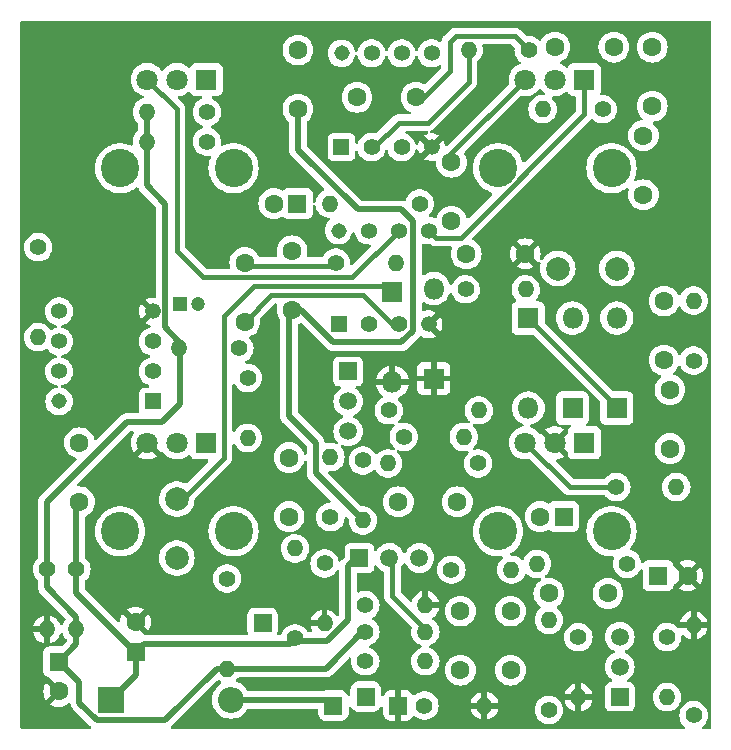
<source format=gtl>
%TF.GenerationSoftware,KiCad,Pcbnew,7.0.1*%
%TF.CreationDate,2023-05-31T21:26:11+02:00*%
%TF.ProjectId,SwedishChainsaw,53776564-6973-4684-9368-61696e736177,rev?*%
%TF.SameCoordinates,Original*%
%TF.FileFunction,Copper,L1,Top*%
%TF.FilePolarity,Positive*%
%FSLAX46Y46*%
G04 Gerber Fmt 4.6, Leading zero omitted, Abs format (unit mm)*
G04 Created by KiCad (PCBNEW 7.0.1) date 2023-05-31 21:26:11*
%MOMM*%
%LPD*%
G01*
G04 APERTURE LIST*
G04 Aperture macros list*
%AMRoundRect*
0 Rectangle with rounded corners*
0 $1 Rounding radius*
0 $2 $3 $4 $5 $6 $7 $8 $9 X,Y pos of 4 corners*
0 Add a 4 corners polygon primitive as box body*
4,1,4,$2,$3,$4,$5,$6,$7,$8,$9,$2,$3,0*
0 Add four circle primitives for the rounded corners*
1,1,$1+$1,$2,$3*
1,1,$1+$1,$4,$5*
1,1,$1+$1,$6,$7*
1,1,$1+$1,$8,$9*
0 Add four rect primitives between the rounded corners*
20,1,$1+$1,$2,$3,$4,$5,0*
20,1,$1+$1,$4,$5,$6,$7,0*
20,1,$1+$1,$6,$7,$8,$9,0*
20,1,$1+$1,$8,$9,$2,$3,0*%
G04 Aperture macros list end*
%TA.AperFunction,ComponentPad*%
%ADD10R,1.325000X1.325000*%
%TD*%
%TA.AperFunction,ComponentPad*%
%ADD11C,1.390000*%
%TD*%
%TA.AperFunction,ComponentPad*%
%ADD12C,1.390034*%
%TD*%
%TA.AperFunction,ComponentPad*%
%ADD13C,1.340148*%
%TD*%
%TA.AperFunction,ComponentPad*%
%ADD14C,1.360000*%
%TD*%
%TA.AperFunction,ComponentPad*%
%ADD15C,1.360036*%
%TD*%
%TA.AperFunction,ComponentPad*%
%ADD16C,1.360588*%
%TD*%
%TA.AperFunction,ComponentPad*%
%ADD17C,1.310152*%
%TD*%
%TA.AperFunction,ComponentPad*%
%ADD18RoundRect,0.250000X-0.550000X-0.550000X0.550000X-0.550000X0.550000X0.550000X-0.550000X0.550000X0*%
%TD*%
%TA.AperFunction,ComponentPad*%
%ADD19C,3.240000*%
%TD*%
%TA.AperFunction,ComponentPad*%
%ADD20R,1.800000X1.800000*%
%TD*%
%TA.AperFunction,ComponentPad*%
%ADD21C,1.800000*%
%TD*%
%TA.AperFunction,ComponentPad*%
%ADD22C,1.400000*%
%TD*%
%TA.AperFunction,ComponentPad*%
%ADD23O,1.400000X1.400000*%
%TD*%
%TA.AperFunction,ComponentPad*%
%ADD24O,1.800000X1.800000*%
%TD*%
%TA.AperFunction,ComponentPad*%
%ADD25C,1.600000*%
%TD*%
%TA.AperFunction,ComponentPad*%
%ADD26R,1.500000X1.500000*%
%TD*%
%TA.AperFunction,ComponentPad*%
%ADD27C,1.500000*%
%TD*%
%TA.AperFunction,ComponentPad*%
%ADD28R,1.600000X1.600000*%
%TD*%
%TA.AperFunction,ComponentPad*%
%ADD29C,2.000000*%
%TD*%
%TA.AperFunction,ComponentPad*%
%ADD30R,1.200000X1.200000*%
%TD*%
%TA.AperFunction,ComponentPad*%
%ADD31C,1.200000*%
%TD*%
%TA.AperFunction,ComponentPad*%
%ADD32R,2.200000X2.200000*%
%TD*%
%TA.AperFunction,ComponentPad*%
%ADD33O,2.200000X2.200000*%
%TD*%
%TA.AperFunction,Conductor*%
%ADD34C,0.500000*%
%TD*%
%TA.AperFunction,Conductor*%
%ADD35C,0.400000*%
%TD*%
G04 APERTURE END LIST*
D10*
%TO.P,U2,1*%
%TO.N,Net-(U2A--)*%
X72937500Y-65712500D03*
D11*
%TO.P,U2,2,-*%
X75480000Y-65720000D03*
D12*
%TO.P,U2,3,+*%
%TO.N,Net-(U2A-+)*%
X78020000Y-65720000D03*
D13*
%TO.P,U2,4,V-*%
%TO.N,GND*%
X80560000Y-65720000D03*
D14*
%TO.P,U2,5,+*%
%TO.N,Net-(U2B-+)*%
X80560000Y-57780000D03*
D15*
%TO.P,U2,6,-*%
%TO.N,Net-(U2B--)*%
X78020000Y-57780000D03*
D16*
%TO.P,U2,7*%
X75480000Y-57780000D03*
D17*
%TO.P,U2,8,V+*%
%TO.N,Net-(U2C-V+)*%
X72940000Y-57780000D03*
%TD*%
D18*
%TO.P,Vin,1*%
%TO.N,/Vin*%
X72250000Y-113000000D03*
%TD*%
%TO.P,OUT,1*%
%TO.N,/out*%
X66250000Y-106000000D03*
%TD*%
D10*
%TO.P,U3,1*%
%TO.N,Net-(U3A--)*%
X72687500Y-80712500D03*
D11*
%TO.P,U3,2,-*%
X75230000Y-80720000D03*
D12*
%TO.P,U3,3,+*%
%TO.N,Net-(U3A-+)*%
X77770000Y-80720000D03*
D13*
%TO.P,U3,4,V-*%
%TO.N,GND*%
X80310000Y-80720000D03*
D14*
%TO.P,U3,5,+*%
%TO.N,Net-(U3B-+)*%
X80310000Y-72780000D03*
D15*
%TO.P,U3,6,-*%
%TO.N,Net-(U3B--)*%
X77770000Y-72780000D03*
D16*
%TO.P,U3,7*%
%TO.N,Net-(C21-Pad1)*%
X75230000Y-72780000D03*
D17*
%TO.P,U3,8,V+*%
%TO.N,Net-(U3C-V+)*%
X72690000Y-72780000D03*
%TD*%
D18*
%TO.P,GND,1*%
%TO.N,GND*%
X77750000Y-113000000D03*
%TD*%
D19*
%TO.P,RV3,*%
%TO.N,*%
X95800000Y-67500000D03*
X86200000Y-67500000D03*
D20*
%TO.P,RV3,1,1*%
%TO.N,Net-(U3B-+)*%
X93500000Y-60000000D03*
D21*
%TO.P,RV3,2,2*%
%TO.N,Net-(C17-Pad2)*%
X91000000Y-60000000D03*
%TO.P,RV3,3,3*%
%TO.N,Net-(U3B--)*%
X88500000Y-60000000D03*
%TD*%
D19*
%TO.P,RV4,*%
%TO.N,*%
X63800000Y-98250000D03*
X54200000Y-98250000D03*
D20*
%TO.P,RV4,1,1*%
%TO.N,Net-(R32-Pad2)*%
X61500000Y-90750000D03*
D21*
%TO.P,RV4,2,2*%
%TO.N,/out*%
X59000000Y-90750000D03*
%TO.P,RV4,3,3*%
%TO.N,GND*%
X56500000Y-90750000D03*
%TD*%
D10*
%TO.P,U1,1*%
%TO.N,Net-(D2-A)*%
X56962500Y-87252500D03*
D11*
%TO.P,U1,2,-*%
%TO.N,Net-(D2-K)*%
X56970000Y-84710000D03*
D12*
%TO.P,U1,3,+*%
%TO.N,Net-(Q3-C)*%
X56970000Y-82170000D03*
D13*
%TO.P,U1,4,V-*%
%TO.N,GND*%
X56970000Y-79630000D03*
D14*
%TO.P,U1,5,+*%
%TO.N,Net-(U1B-+)*%
X49030000Y-79630000D03*
D15*
%TO.P,U1,6,-*%
%TO.N,Net-(U1B--)*%
X49030000Y-82170000D03*
D16*
%TO.P,U1,7*%
X49030000Y-84710000D03*
D17*
%TO.P,U1,8,V+*%
%TO.N,Net-(U1C-V+)*%
X49030000Y-87250000D03*
%TD*%
D19*
%TO.P,RV1,*%
%TO.N,*%
X95800000Y-98250000D03*
X86200000Y-98250000D03*
D20*
%TO.P,RV1,1,1*%
%TO.N,Net-(C9-Pad2)*%
X93500000Y-90750000D03*
D21*
%TO.P,RV1,2,2*%
%TO.N,GND*%
X91000000Y-90750000D03*
%TO.P,RV1,3,3*%
%TO.N,Net-(R18-Pad1)*%
X88500000Y-90750000D03*
%TD*%
D18*
%TO.P,IN,1*%
%TO.N,/In*%
X75000000Y-112250000D03*
%TD*%
D19*
%TO.P,RV2,*%
%TO.N,*%
X63800000Y-67500000D03*
X54200000Y-67500000D03*
D20*
%TO.P,RV2,1,1*%
%TO.N,Net-(U3B-+)*%
X61500000Y-60000000D03*
D21*
%TO.P,RV2,2,2*%
%TO.N,Net-(C15-Pad1)*%
X59000000Y-60000000D03*
%TO.P,RV2,3,3*%
%TO.N,Net-(U3B--)*%
X56500000Y-60000000D03*
%TD*%
D22*
%TO.P,R25,1*%
%TO.N,Net-(C15-Pad2)*%
X72460000Y-75500000D03*
D23*
%TO.P,R25,2*%
%TO.N,Net-(U3A--)*%
X77540000Y-75500000D03*
%TD*%
D22*
%TO.P,R23,1*%
%TO.N,Net-(U1B-+)*%
X63250000Y-102250000D03*
D23*
%TO.P,R23,2*%
%TO.N,/+4.5V*%
X63250000Y-109870000D03*
%TD*%
D22*
%TO.P,R2,1*%
%TO.N,/+4.5V*%
X48000000Y-101460000D03*
D23*
%TO.P,R2,2*%
%TO.N,GND*%
X48000000Y-106540000D03*
%TD*%
D20*
%TO.P,D6,1,K*%
%TO.N,Net-(D5-A)*%
X77250000Y-78000000D03*
D24*
%TO.P,D6,2,A*%
%TO.N,GND*%
X77250000Y-85620000D03*
%TD*%
D22*
%TO.P,R10,1*%
%TO.N,Net-(Q2-B)*%
X82250000Y-101500000D03*
D23*
%TO.P,R10,2*%
%TO.N,Net-(Q2-C)*%
X87330000Y-101500000D03*
%TD*%
D22*
%TO.P,R22,1*%
%TO.N,Net-(D5-A)*%
X83460000Y-77750000D03*
D23*
%TO.P,R22,2*%
%TO.N,Net-(C12-Pad2)*%
X88540000Y-77750000D03*
%TD*%
D25*
%TO.P,C8,1*%
%TO.N,Net-(Q3-B)*%
X68500000Y-97000000D03*
%TO.P,C8,2*%
%TO.N,Net-(Q3-C)*%
X68500000Y-92000000D03*
%TD*%
%TO.P,C11,1*%
%TO.N,Net-(D2-K)*%
X100250000Y-83750000D03*
%TO.P,C11,2*%
%TO.N,Net-(D2-A)*%
X100250000Y-78750000D03*
%TD*%
D22*
%TO.P,R15,1*%
%TO.N,Net-(Q3-B)*%
X78210000Y-90250000D03*
D23*
%TO.P,R15,2*%
%TO.N,Net-(C7-Pad1)*%
X83290000Y-90250000D03*
%TD*%
D25*
%TO.P,C24,1*%
%TO.N,/9V*%
X69250000Y-62500000D03*
%TO.P,C24,2*%
%TO.N,Net-(U2C-V+)*%
X69250000Y-57500000D03*
%TD*%
D22*
%TO.P,R5,1*%
%TO.N,Net-(Q2-C)*%
X97120000Y-101000000D03*
D23*
%TO.P,R5,2*%
%TO.N,Net-(C9-Pad1)*%
X89500000Y-101000000D03*
%TD*%
D20*
%TO.P,D4,1,K*%
%TO.N,Net-(D2-K)*%
X88750000Y-80190000D03*
D24*
%TO.P,D4,2,A*%
%TO.N,Net-(D3-K)*%
X88750000Y-87810000D03*
%TD*%
D25*
%TO.P,C20,1*%
%TO.N,Net-(U2A-+)*%
X74250000Y-61500000D03*
%TO.P,C20,2*%
%TO.N,Net-(C19-Pad1)*%
X79250000Y-61500000D03*
%TD*%
D22*
%TO.P,R12,1*%
%TO.N,Net-(C7-Pad1)*%
X100500000Y-107210000D03*
D23*
%TO.P,R12,2*%
%TO.N,Net-(Q2-C)*%
X100500000Y-112290000D03*
%TD*%
D26*
%TO.P,Q1,1,D*%
%TO.N,/9V*%
X74460000Y-100500000D03*
D27*
%TO.P,Q1,2,G*%
%TO.N,Net-(Q1-G)*%
X77000000Y-100500000D03*
%TO.P,Q1,3,S*%
%TO.N,Net-(Q1-S)*%
X79540000Y-100500000D03*
%TD*%
D25*
%TO.P,C16,1*%
%TO.N,Net-(U3A-+)*%
X64750000Y-80500000D03*
%TO.P,C16,2*%
%TO.N,Net-(C15-Pad2)*%
X64750000Y-75500000D03*
%TD*%
D22*
%TO.P,R14,1*%
%TO.N,Net-(Q3-B)*%
X72000000Y-97040000D03*
D23*
%TO.P,R14,2*%
%TO.N,Net-(Q3-C)*%
X72000000Y-91960000D03*
%TD*%
D25*
%TO.P,C19,1*%
%TO.N,Net-(C19-Pad1)*%
X91000000Y-57250000D03*
%TO.P,C19,2*%
%TO.N,Net-(C17-Pad2)*%
X96000000Y-57250000D03*
%TD*%
D28*
%TO.P,C9,1*%
%TO.N,Net-(C9-Pad1)*%
X91750000Y-97000000D03*
D25*
%TO.P,C9,2*%
%TO.N,Net-(C9-Pad2)*%
X89750000Y-97000000D03*
%TD*%
%TO.P,C18,1*%
%TO.N,Net-(U2B-+)*%
X98500000Y-69750000D03*
%TO.P,C18,2*%
%TO.N,Net-(C17-Pad1)*%
X98500000Y-64750000D03*
%TD*%
D22*
%TO.P,R6,1*%
%TO.N,/+4.5V*%
X74960000Y-106750000D03*
D23*
%TO.P,R6,2*%
%TO.N,Net-(Q1-G)*%
X80040000Y-106750000D03*
%TD*%
D22*
%TO.P,R11,1*%
%TO.N,Net-(Q2-E)*%
X102750000Y-113810000D03*
D23*
%TO.P,R11,2*%
%TO.N,GND*%
X102750000Y-106190000D03*
%TD*%
D22*
%TO.P,R28,1*%
%TO.N,Net-(C17-Pad1)*%
X95040000Y-62500000D03*
D23*
%TO.P,R28,2*%
%TO.N,Net-(U2B--)*%
X89960000Y-62500000D03*
%TD*%
D28*
%TO.P,C22,1*%
%TO.N,Net-(C21-Pad1)*%
X69205113Y-70500000D03*
D25*
%TO.P,C22,2*%
%TO.N,Net-(C22-Pad2)*%
X67205113Y-70500000D03*
%TD*%
D28*
%TO.P,C2,1*%
%TO.N,/+4.5V*%
X49000000Y-109294888D03*
D25*
%TO.P,C2,2*%
%TO.N,GND*%
X49000000Y-111794888D03*
%TD*%
D22*
%TO.P,R21,1*%
%TO.N,Net-(D2-K)*%
X102750000Y-83790000D03*
D23*
%TO.P,R21,2*%
%TO.N,Net-(D2-A)*%
X102750000Y-78710000D03*
%TD*%
D22*
%TO.P,R30,1*%
%TO.N,Net-(C19-Pad1)*%
X88790000Y-57500000D03*
D23*
%TO.P,R30,2*%
%TO.N,Net-(U2A--)*%
X83710000Y-57500000D03*
%TD*%
D20*
%TO.P,D5,1,K*%
%TO.N,GND*%
X80750000Y-85310000D03*
D24*
%TO.P,D5,2,A*%
%TO.N,Net-(D5-A)*%
X80750000Y-77690000D03*
%TD*%
D25*
%TO.P,C25,1*%
%TO.N,/9V*%
X50750000Y-95750000D03*
%TO.P,C25,2*%
%TO.N,Net-(U1C-V+)*%
X50750000Y-90750000D03*
%TD*%
%TO.P,C4,1*%
%TO.N,Net-(Q1-S)*%
X87250000Y-105000000D03*
%TO.P,C4,2*%
%TO.N,Net-(C4-Pad2)*%
X87250000Y-110000000D03*
%TD*%
D22*
%TO.P,R29,1*%
%TO.N,Net-(U2A-+)*%
X61540000Y-65250000D03*
D23*
%TO.P,R29,2*%
%TO.N,/+4.5V*%
X56460000Y-65250000D03*
%TD*%
D22*
%TO.P,R32,1*%
%TO.N,Net-(C22-Pad2)*%
X65000000Y-85250000D03*
D23*
%TO.P,R32,2*%
%TO.N,Net-(R32-Pad2)*%
X65000000Y-90330000D03*
%TD*%
D22*
%TO.P,R7,1*%
%TO.N,Net-(Q1-S)*%
X74960000Y-104500000D03*
D23*
%TO.P,R7,2*%
%TO.N,GND*%
X80040000Y-104500000D03*
%TD*%
D25*
%TO.P,C6,1*%
%TO.N,Net-(Q2-C)*%
X77750000Y-95750000D03*
%TO.P,C6,2*%
%TO.N,Net-(C6-Pad2)*%
X82750000Y-95750000D03*
%TD*%
%TO.P,C17,1*%
%TO.N,Net-(C17-Pad1)*%
X99250000Y-62250000D03*
%TO.P,C17,2*%
%TO.N,Net-(C17-Pad2)*%
X99250000Y-57250000D03*
%TD*%
%TO.P,C5,1*%
%TO.N,Net-(Q2-B)*%
X90500000Y-103500000D03*
%TO.P,C5,2*%
%TO.N,Net-(Q2-C)*%
X95500000Y-103500000D03*
%TD*%
D22*
%TO.P,R17,1*%
%TO.N,Net-(C7-Pad1)*%
X74750000Y-92250000D03*
D23*
%TO.P,R17,2*%
%TO.N,/9V*%
X74750000Y-97330000D03*
%TD*%
D26*
%TO.P,Q3,1,E*%
%TO.N,Net-(Q3-E)*%
X73500000Y-84710000D03*
D27*
%TO.P,Q3,2,B*%
%TO.N,Net-(Q3-B)*%
X73500000Y-87250000D03*
%TO.P,Q3,3,C*%
%TO.N,Net-(Q3-C)*%
X73500000Y-89790000D03*
%TD*%
D22*
%TO.P,R31,1*%
%TO.N,Net-(U3B--)*%
X79560000Y-70500000D03*
D23*
%TO.P,R31,2*%
%TO.N,Net-(C21-Pad1)*%
X71940000Y-70500000D03*
%TD*%
D25*
%TO.P,C21,1*%
%TO.N,Net-(C21-Pad1)*%
X82250000Y-72000000D03*
%TO.P,C21,2*%
%TO.N,Net-(U3B--)*%
X82250000Y-67000000D03*
%TD*%
D22*
%TO.P,R27,1*%
%TO.N,Net-(U2B-+)*%
X61540000Y-62750000D03*
D23*
%TO.P,R27,2*%
%TO.N,/+4.5V*%
X56460000Y-62750000D03*
%TD*%
D20*
%TO.P,D3,1,K*%
%TO.N,Net-(D3-K)*%
X92500000Y-87810000D03*
D24*
%TO.P,D3,2,A*%
%TO.N,Net-(D2-A)*%
X92500000Y-80190000D03*
%TD*%
D22*
%TO.P,R24,1*%
%TO.N,Net-(U3B-+)*%
X47250000Y-74190000D03*
D23*
%TO.P,R24,2*%
%TO.N,Net-(U1B--)*%
X47250000Y-81810000D03*
%TD*%
D20*
%TO.P,D2,1,K*%
%TO.N,Net-(D2-K)*%
X96250000Y-87810000D03*
D24*
%TO.P,D2,2,A*%
%TO.N,Net-(D2-A)*%
X96250000Y-80190000D03*
%TD*%
D22*
%TO.P,R19,1*%
%TO.N,Net-(Q3-C)*%
X71500000Y-100960000D03*
D23*
%TO.P,R19,2*%
%TO.N,GND*%
X71500000Y-106040000D03*
%TD*%
D22*
%TO.P,R20,1*%
%TO.N,/9V*%
X69000000Y-107310000D03*
D23*
%TO.P,R20,2*%
%TO.N,Net-(Q3-C)*%
X69000000Y-99690000D03*
%TD*%
D25*
%TO.P,C13,1*%
%TO.N,GND*%
X88500000Y-74750000D03*
%TO.P,C13,2*%
%TO.N,Net-(D5-A)*%
X83500000Y-74750000D03*
%TD*%
D22*
%TO.P,R8,1*%
%TO.N,Net-(C4-Pad2)*%
X90500000Y-113370000D03*
D23*
%TO.P,R8,2*%
%TO.N,Net-(Q2-B)*%
X90500000Y-105750000D03*
%TD*%
D22*
%TO.P,R26,1*%
%TO.N,Net-(U3A-+)*%
X64290000Y-82750000D03*
D23*
%TO.P,R26,2*%
%TO.N,/+4.5V*%
X59210000Y-82750000D03*
%TD*%
D22*
%TO.P,R3,1*%
%TO.N,/In*%
X79960000Y-113000000D03*
D23*
%TO.P,R3,2*%
%TO.N,GND*%
X85040000Y-113000000D03*
%TD*%
D22*
%TO.P,R13,1*%
%TO.N,Net-(C6-Pad2)*%
X84500000Y-92500000D03*
D23*
%TO.P,R13,2*%
%TO.N,Net-(Q3-B)*%
X76880000Y-92500000D03*
%TD*%
D29*
%TO.P,C12,1*%
%TO.N,Net-(D2-A)*%
X96250000Y-76000000D03*
%TO.P,C12,2*%
%TO.N,Net-(C12-Pad2)*%
X91250000Y-76000000D03*
%TD*%
D25*
%TO.P,C23,1*%
%TO.N,/9V*%
X68750000Y-79500000D03*
%TO.P,C23,2*%
%TO.N,Net-(U3C-V+)*%
X68750000Y-74500000D03*
%TD*%
D28*
%TO.P,C7,1*%
%TO.N,Net-(C7-Pad1)*%
X99750000Y-102000000D03*
D25*
%TO.P,C7,2*%
%TO.N,GND*%
X102250000Y-102000000D03*
%TD*%
D30*
%TO.P,C15,1*%
%TO.N,Net-(C15-Pad1)*%
X59277401Y-79000000D03*
D31*
%TO.P,C15,2*%
%TO.N,Net-(C15-Pad2)*%
X60777401Y-79000000D03*
%TD*%
D22*
%TO.P,R9,1*%
%TO.N,Net-(Q2-B)*%
X93000000Y-107210000D03*
D23*
%TO.P,R9,2*%
%TO.N,GND*%
X93000000Y-112290000D03*
%TD*%
D26*
%TO.P,Q2,1,E*%
%TO.N,Net-(Q2-E)*%
X96500000Y-112250000D03*
D27*
%TO.P,Q2,2,B*%
%TO.N,Net-(Q2-B)*%
X96500000Y-109710000D03*
%TO.P,Q2,3,C*%
%TO.N,Net-(Q2-C)*%
X96500000Y-107170000D03*
%TD*%
D32*
%TO.P,D1,1,K*%
%TO.N,/9V*%
X53420000Y-112500000D03*
D33*
%TO.P,D1,2,A*%
%TO.N,/Vin*%
X63580000Y-112500000D03*
%TD*%
D25*
%TO.P,C10,1*%
%TO.N,Net-(C10-Pad1)*%
X100750000Y-91250000D03*
%TO.P,C10,2*%
%TO.N,Net-(D2-K)*%
X100750000Y-86250000D03*
%TD*%
D22*
%TO.P,R4,1*%
%TO.N,/In*%
X74960000Y-109250000D03*
D23*
%TO.P,R4,2*%
%TO.N,Net-(C3-Pad1)*%
X80040000Y-109250000D03*
%TD*%
D22*
%TO.P,R1,1*%
%TO.N,/9V*%
X50500000Y-101460000D03*
D23*
%TO.P,R1,2*%
%TO.N,/+4.5V*%
X50500000Y-106540000D03*
%TD*%
D28*
%TO.P,C1,1*%
%TO.N,/9V*%
X55500000Y-108432379D03*
D25*
%TO.P,C1,2*%
%TO.N,GND*%
X55500000Y-105932379D03*
%TD*%
D22*
%TO.P,R16,1*%
%TO.N,Net-(Q3-E)*%
X76940000Y-88000000D03*
D23*
%TO.P,R16,2*%
%TO.N,Net-(C7-Pad1)*%
X84560000Y-88000000D03*
%TD*%
D25*
%TO.P,C3,1*%
%TO.N,Net-(C3-Pad1)*%
X83000000Y-110000000D03*
%TO.P,C3,2*%
%TO.N,Net-(Q1-G)*%
X83000000Y-105000000D03*
%TD*%
D29*
%TO.P,C14,1*%
%TO.N,Net-(D5-A)*%
X59000000Y-95500000D03*
%TO.P,C14,2*%
%TO.N,Net-(U1B-+)*%
X59000000Y-100500000D03*
%TD*%
D22*
%TO.P,R18,1*%
%TO.N,Net-(R18-Pad1)*%
X96210000Y-94500000D03*
D23*
%TO.P,R18,2*%
%TO.N,Net-(C10-Pad1)*%
X101290000Y-94500000D03*
%TD*%
D34*
%TO.N,/+4.5V*%
X71590000Y-109870000D02*
X74960000Y-106500000D01*
X50500000Y-107794888D02*
X49000000Y-109294888D01*
X48000000Y-101460000D02*
X48000000Y-95750000D01*
X59210000Y-82190000D02*
X59210000Y-82750000D01*
X50750000Y-111044888D02*
X50750000Y-112750000D01*
X59250000Y-82790000D02*
X59210000Y-82750000D01*
X58000000Y-70500000D02*
X58000000Y-80980000D01*
X50500000Y-106540000D02*
X50500000Y-105500000D01*
X57750000Y-89000000D02*
X59250000Y-87500000D01*
X50500000Y-105500000D02*
X48000000Y-103000000D01*
X50750000Y-112750000D02*
X52250000Y-114250000D01*
X50500000Y-106540000D02*
X50500000Y-107794888D01*
X48000000Y-95750000D02*
X54750000Y-89000000D01*
X56460000Y-62750000D02*
X56460000Y-65250000D01*
X49000000Y-109294888D02*
X50750000Y-111044888D01*
X56460000Y-65250000D02*
X56460000Y-68960000D01*
X62380000Y-109870000D02*
X71590000Y-109870000D01*
X52250000Y-114250000D02*
X58000000Y-114250000D01*
X56460000Y-68960000D02*
X58000000Y-70500000D01*
X58000000Y-114250000D02*
X62380000Y-109870000D01*
X59250000Y-87500000D02*
X59250000Y-82790000D01*
X48000000Y-103000000D02*
X48000000Y-101460000D01*
X54750000Y-89000000D02*
X57750000Y-89000000D01*
X58000000Y-80980000D02*
X59210000Y-82190000D01*
D35*
%TO.N,Net-(Q1-G)*%
X80040000Y-106500000D02*
X80040000Y-106750000D01*
X77250000Y-100000000D02*
X77250000Y-103710000D01*
X77250000Y-103710000D02*
X80040000Y-106500000D01*
%TO.N,Net-(D2-K)*%
X96250000Y-87690000D02*
X96250000Y-87810000D01*
X88750000Y-80190000D02*
X96250000Y-87690000D01*
%TO.N,Net-(D5-A)*%
X59000000Y-95500000D02*
X59500000Y-95500000D01*
X59500000Y-95500000D02*
X63000000Y-92000000D01*
X63000000Y-80000000D02*
X65500000Y-77500000D01*
X63000000Y-92000000D02*
X63000000Y-80000000D01*
X65500000Y-77500000D02*
X77060000Y-77500000D01*
X77060000Y-77500000D02*
X77250000Y-77690000D01*
%TO.N,Net-(C15-Pad2)*%
X65000000Y-75750000D02*
X72210000Y-75750000D01*
X64750000Y-75500000D02*
X65000000Y-75750000D01*
X72210000Y-75750000D02*
X72460000Y-75500000D01*
%TO.N,Net-(U3A-+)*%
X67000000Y-78250000D02*
X74750000Y-78250000D01*
X77220000Y-80720000D02*
X77770000Y-80720000D01*
X74750000Y-78250000D02*
X77220000Y-80720000D01*
X64750000Y-80500000D02*
X67000000Y-78250000D01*
%TO.N,Net-(C19-Pad1)*%
X79250000Y-61500000D02*
X79900000Y-61500000D01*
X82100000Y-59300000D02*
X82100000Y-56800000D01*
X87590000Y-56300000D02*
X88790000Y-57500000D01*
X82600000Y-56300000D02*
X87590000Y-56300000D01*
X79900000Y-61500000D02*
X82100000Y-59300000D01*
X82100000Y-56800000D02*
X82600000Y-56300000D01*
%TO.N,Net-(U3B--)*%
X59000000Y-62500000D02*
X59000000Y-74500000D01*
X61240000Y-76740000D02*
X73810000Y-76740000D01*
X59000000Y-74500000D02*
X61240000Y-76740000D01*
X82250000Y-66250000D02*
X82250000Y-67000000D01*
X73810000Y-76740000D02*
X77770000Y-72780000D01*
X56500000Y-60000000D02*
X59000000Y-62500000D01*
X88500000Y-60000000D02*
X82250000Y-66250000D01*
D34*
%TO.N,/Vin*%
X72250000Y-113000000D02*
X71750000Y-112500000D01*
X71750000Y-112500000D02*
X63580000Y-112500000D01*
D35*
%TO.N,Net-(R18-Pad1)*%
X88500000Y-90750000D02*
X92250000Y-94500000D01*
X92250000Y-94500000D02*
X96210000Y-94500000D01*
%TO.N,Net-(U3B-+)*%
X80934000Y-73404000D02*
X80310000Y-72780000D01*
X93500000Y-60000000D02*
X93500000Y-62929433D01*
X93500000Y-62929433D02*
X83025433Y-73404000D01*
X83025433Y-73404000D02*
X80934000Y-73404000D01*
%TO.N,Net-(U2A--)*%
X75700000Y-65720000D02*
X77770000Y-63650000D01*
X77770000Y-63650000D02*
X80250000Y-63650000D01*
X83710000Y-60190000D02*
X83710000Y-57250000D01*
X80250000Y-63650000D02*
X83710000Y-60190000D01*
D34*
%TO.N,/9V*%
X69250000Y-62500000D02*
X69250000Y-65950000D01*
X68560000Y-107750000D02*
X69000000Y-107310000D01*
X69500000Y-79500000D02*
X68750000Y-79500000D01*
X78000000Y-71000000D02*
X79000000Y-72000000D01*
X50500000Y-101460000D02*
X50500000Y-103500000D01*
X55500000Y-108432379D02*
X56182379Y-107750000D01*
X55432379Y-108432379D02*
X55500000Y-108432379D01*
X68750000Y-79500000D02*
X68500000Y-79750000D01*
X50500000Y-101460000D02*
X50500000Y-96000000D01*
X78000000Y-82250000D02*
X72250000Y-82250000D01*
X56182379Y-107750000D02*
X68560000Y-107750000D01*
X71750000Y-107500000D02*
X73500000Y-105750000D01*
X68500000Y-88500000D02*
X70750000Y-90750000D01*
X55500000Y-110420000D02*
X53420000Y-112500000D01*
X74300000Y-71000000D02*
X78000000Y-71000000D01*
X79000000Y-81250000D02*
X78000000Y-82250000D01*
X79000000Y-72000000D02*
X79000000Y-81250000D01*
X50500000Y-96000000D02*
X50750000Y-95750000D01*
X73500000Y-105750000D02*
X73500000Y-101210000D01*
X69190000Y-107500000D02*
X71750000Y-107500000D01*
X73500000Y-101210000D02*
X74710000Y-100000000D01*
X50500000Y-103500000D02*
X55432379Y-108432379D01*
X69250000Y-65950000D02*
X74300000Y-71000000D01*
X72250000Y-82250000D02*
X69500000Y-79500000D01*
X69000000Y-107310000D02*
X69190000Y-107500000D01*
X70750000Y-93330000D02*
X74750000Y-97330000D01*
X68500000Y-79750000D02*
X68500000Y-88500000D01*
X55500000Y-108432379D02*
X55500000Y-110420000D01*
X70750000Y-90750000D02*
X70750000Y-93330000D01*
%TD*%
%TA.AperFunction,Conductor*%
%TO.N,GND*%
G36*
X104187500Y-55017113D02*
G01*
X104232887Y-55062500D01*
X104249500Y-55124500D01*
X104249500Y-114875500D01*
X104232887Y-114937500D01*
X104187500Y-114982887D01*
X104125500Y-114999500D01*
X103545152Y-114999500D01*
X103483815Y-114983267D01*
X103438537Y-114938818D01*
X103421173Y-114877791D01*
X103436270Y-114816165D01*
X103469317Y-114781232D01*
X103468071Y-114779865D01*
X103640980Y-114622237D01*
X103680050Y-114570500D01*
X103775058Y-114444689D01*
X103874229Y-114245528D01*
X103877278Y-114234814D01*
X103897116Y-114165085D01*
X103935115Y-114031536D01*
X103955643Y-113810000D01*
X103935115Y-113588464D01*
X103895610Y-113449617D01*
X103874230Y-113374473D01*
X103775058Y-113175311D01*
X103640980Y-112997762D01*
X103476562Y-112847875D01*
X103287404Y-112730754D01*
X103195961Y-112695329D01*
X103079940Y-112650382D01*
X102861243Y-112609500D01*
X102638757Y-112609500D01*
X102420060Y-112650381D01*
X102420060Y-112650382D01*
X102212595Y-112730754D01*
X102023437Y-112847875D01*
X101859019Y-112997762D01*
X101724941Y-113175311D01*
X101625769Y-113374473D01*
X101564885Y-113588462D01*
X101544357Y-113810000D01*
X101564885Y-114031537D01*
X101625769Y-114245526D01*
X101724941Y-114444688D01*
X101859019Y-114622237D01*
X102031929Y-114779865D01*
X102030682Y-114781232D01*
X102063730Y-114816165D01*
X102078827Y-114877791D01*
X102061463Y-114938818D01*
X102016185Y-114983267D01*
X101954848Y-114999500D01*
X58612141Y-114999500D01*
X58556491Y-114986311D01*
X58512679Y-114949550D01*
X58490025Y-114897036D01*
X58493349Y-114839941D01*
X58521942Y-114790411D01*
X58523132Y-114789149D01*
X58537188Y-114774249D01*
X58539630Y-114771736D01*
X62426693Y-110884672D01*
X62473160Y-110855404D01*
X62527713Y-110849075D01*
X62579646Y-110866926D01*
X62707998Y-110946398D01*
X62751118Y-110991610D01*
X62766719Y-111052110D01*
X62750839Y-111112537D01*
X62707510Y-111157551D01*
X62636340Y-111201164D01*
X62444776Y-111364776D01*
X62281163Y-111556342D01*
X62149535Y-111771139D01*
X62053126Y-112003889D01*
X61994317Y-112248850D01*
X61974551Y-112500000D01*
X61994317Y-112751149D01*
X62053126Y-112996110D01*
X62096099Y-113099854D01*
X62149534Y-113228859D01*
X62281164Y-113443659D01*
X62444776Y-113635224D01*
X62636341Y-113798836D01*
X62851141Y-113930466D01*
X63083889Y-114026873D01*
X63328852Y-114085683D01*
X63580000Y-114105449D01*
X63831148Y-114085683D01*
X64076111Y-114026873D01*
X64308859Y-113930466D01*
X64523659Y-113798836D01*
X64715224Y-113635224D01*
X64878836Y-113443659D01*
X64960920Y-113309709D01*
X65006058Y-113266311D01*
X65066647Y-113250500D01*
X70825501Y-113250500D01*
X70887501Y-113267113D01*
X70932888Y-113312500D01*
X70949501Y-113374500D01*
X70949501Y-113600009D01*
X70960000Y-113702796D01*
X71015186Y-113869334D01*
X71107288Y-114018657D01*
X71231342Y-114142711D01*
X71287895Y-114177592D01*
X71380666Y-114234814D01*
X71492017Y-114271712D01*
X71547202Y-114289999D01*
X71557703Y-114291071D01*
X71649991Y-114300500D01*
X72850008Y-114300499D01*
X72952797Y-114289999D01*
X73119334Y-114234814D01*
X73268656Y-114142712D01*
X73392712Y-114018656D01*
X73484814Y-113869334D01*
X73539999Y-113702797D01*
X73550500Y-113600009D01*
X73550499Y-113208507D01*
X73566753Y-113147136D01*
X73611254Y-113101851D01*
X73672335Y-113084529D01*
X73733984Y-113099709D01*
X73780038Y-113143413D01*
X73857289Y-113268658D01*
X73981342Y-113392711D01*
X73981344Y-113392712D01*
X74130666Y-113484814D01*
X74242016Y-113521712D01*
X74297202Y-113539999D01*
X74307703Y-113541071D01*
X74399991Y-113550500D01*
X75600008Y-113550499D01*
X75702797Y-113539999D01*
X75869334Y-113484814D01*
X76018656Y-113392712D01*
X76142712Y-113268656D01*
X76220464Y-113142599D01*
X76266514Y-113098898D01*
X76328163Y-113083717D01*
X76389244Y-113101039D01*
X76433746Y-113146323D01*
X76450000Y-113207698D01*
X76450000Y-113599978D01*
X76460493Y-113702695D01*
X76515642Y-113869122D01*
X76607683Y-114018345D01*
X76731654Y-114142316D01*
X76880877Y-114234357D01*
X77047303Y-114289506D01*
X77150021Y-114300000D01*
X77500000Y-114300000D01*
X77500000Y-111700001D01*
X77150021Y-111700001D01*
X77047304Y-111710493D01*
X76880877Y-111765642D01*
X76731654Y-111857683D01*
X76607684Y-111981653D01*
X76530038Y-112107539D01*
X76483984Y-112151243D01*
X76422335Y-112166423D01*
X76361254Y-112149101D01*
X76316753Y-112103816D01*
X76300499Y-112042442D01*
X76300499Y-111700000D01*
X78000000Y-111700000D01*
X78000000Y-114299999D01*
X78349979Y-114299999D01*
X78452695Y-114289506D01*
X78619122Y-114234357D01*
X78768345Y-114142316D01*
X78892316Y-114018345D01*
X78958757Y-113910626D01*
X78996467Y-113871918D01*
X79047059Y-113852926D01*
X79100925Y-113857256D01*
X79147830Y-113884082D01*
X79233438Y-113962124D01*
X79233440Y-113962125D01*
X79233441Y-113962126D01*
X79422595Y-114079245D01*
X79422597Y-114079245D01*
X79422599Y-114079247D01*
X79630060Y-114159618D01*
X79848757Y-114200500D01*
X80071241Y-114200500D01*
X80071243Y-114200500D01*
X80289940Y-114159618D01*
X80497401Y-114079247D01*
X80686562Y-113962124D01*
X80850981Y-113812236D01*
X80985058Y-113634689D01*
X81084229Y-113435528D01*
X81084280Y-113435351D01*
X81125731Y-113289664D01*
X81137016Y-113250000D01*
X83863505Y-113250000D01*
X83916240Y-113435351D01*
X84015365Y-113634422D01*
X84149390Y-113811899D01*
X84313737Y-113961721D01*
X84502821Y-114078797D01*
X84710199Y-114159135D01*
X84790000Y-114174052D01*
X84790000Y-113250000D01*
X85290000Y-113250000D01*
X85290000Y-114174052D01*
X85369800Y-114159135D01*
X85577178Y-114078797D01*
X85766262Y-113961721D01*
X85930609Y-113811899D01*
X86064634Y-113634422D01*
X86163759Y-113435351D01*
X86182353Y-113370000D01*
X89294357Y-113370000D01*
X89301735Y-113449618D01*
X89314885Y-113591537D01*
X89375769Y-113805526D01*
X89474941Y-114004688D01*
X89609019Y-114182237D01*
X89773437Y-114332124D01*
X89962595Y-114449245D01*
X89962597Y-114449245D01*
X89962599Y-114449247D01*
X90170060Y-114529618D01*
X90388757Y-114570500D01*
X90611241Y-114570500D01*
X90611243Y-114570500D01*
X90829940Y-114529618D01*
X91037401Y-114449247D01*
X91226562Y-114332124D01*
X91390981Y-114182236D01*
X91525058Y-114004689D01*
X91624229Y-113805528D01*
X91685115Y-113591536D01*
X91705643Y-113370000D01*
X91685115Y-113148464D01*
X91648892Y-113021154D01*
X91624230Y-112934473D01*
X91525058Y-112735311D01*
X91390980Y-112557762D01*
X91371496Y-112540000D01*
X91823505Y-112540000D01*
X91876240Y-112725351D01*
X91975365Y-112924422D01*
X92109390Y-113101899D01*
X92273737Y-113251721D01*
X92462821Y-113368797D01*
X92670199Y-113449135D01*
X92750000Y-113464052D01*
X92750000Y-112540000D01*
X93250000Y-112540000D01*
X93250000Y-113464052D01*
X93329800Y-113449135D01*
X93537178Y-113368797D01*
X93726262Y-113251721D01*
X93890609Y-113101899D01*
X94024634Y-112924422D01*
X94123759Y-112725351D01*
X94176495Y-112540000D01*
X93250000Y-112540000D01*
X92750000Y-112540000D01*
X91823505Y-112540000D01*
X91371496Y-112540000D01*
X91226562Y-112407875D01*
X91037404Y-112290754D01*
X90909526Y-112241214D01*
X90829940Y-112210382D01*
X90611243Y-112169500D01*
X90388757Y-112169500D01*
X90170059Y-112210382D01*
X90170060Y-112210382D01*
X89962595Y-112290754D01*
X89773437Y-112407875D01*
X89609019Y-112557762D01*
X89474941Y-112735311D01*
X89375769Y-112934473D01*
X89314885Y-113148462D01*
X89299685Y-113312500D01*
X89294357Y-113370000D01*
X86182353Y-113370000D01*
X86216495Y-113250000D01*
X85290000Y-113250000D01*
X84790000Y-113250000D01*
X83863505Y-113250000D01*
X81137016Y-113250000D01*
X81145115Y-113221536D01*
X81165643Y-113000000D01*
X81145115Y-112778464D01*
X81137016Y-112750000D01*
X83863505Y-112750000D01*
X84790000Y-112750000D01*
X84790000Y-111825948D01*
X85290000Y-111825948D01*
X85290000Y-112750000D01*
X86216495Y-112750000D01*
X86163759Y-112564648D01*
X86064634Y-112365577D01*
X85930609Y-112188100D01*
X85768151Y-112040000D01*
X91823505Y-112040000D01*
X92750000Y-112040000D01*
X92750000Y-111115948D01*
X93250000Y-111115948D01*
X93250000Y-112040000D01*
X94176495Y-112040000D01*
X94123759Y-111854648D01*
X94024634Y-111655577D01*
X93890609Y-111478100D01*
X93726262Y-111328278D01*
X93537178Y-111211202D01*
X93329800Y-111130864D01*
X93250000Y-111115948D01*
X92750000Y-111115948D01*
X92670199Y-111130864D01*
X92462821Y-111211202D01*
X92273737Y-111328278D01*
X92109390Y-111478100D01*
X91975365Y-111655577D01*
X91876240Y-111854648D01*
X91823505Y-112040000D01*
X85768151Y-112040000D01*
X85766262Y-112038278D01*
X85577178Y-111921202D01*
X85369800Y-111840864D01*
X85290000Y-111825948D01*
X84790000Y-111825948D01*
X84710199Y-111840864D01*
X84502821Y-111921202D01*
X84313737Y-112038278D01*
X84149390Y-112188100D01*
X84015365Y-112365577D01*
X83916240Y-112564648D01*
X83863505Y-112750000D01*
X81137016Y-112750000D01*
X81089001Y-112581243D01*
X81084230Y-112564473D01*
X80985058Y-112365311D01*
X80850980Y-112187762D01*
X80686562Y-112037875D01*
X80497404Y-111920754D01*
X80398834Y-111882568D01*
X80289940Y-111840382D01*
X80071243Y-111799500D01*
X79848757Y-111799500D01*
X79630060Y-111840381D01*
X79630060Y-111840382D01*
X79422595Y-111920754D01*
X79233440Y-112037874D01*
X79147834Y-112115914D01*
X79100925Y-112142743D01*
X79047059Y-112147072D01*
X78996467Y-112128080D01*
X78958757Y-112089373D01*
X78892315Y-111981653D01*
X78768345Y-111857683D01*
X78619122Y-111765642D01*
X78452696Y-111710493D01*
X78349979Y-111700000D01*
X78000000Y-111700000D01*
X76300499Y-111700000D01*
X76300499Y-111649991D01*
X76289999Y-111547203D01*
X76266988Y-111477762D01*
X76234814Y-111380666D01*
X76142712Y-111231344D01*
X76142711Y-111231342D01*
X76018657Y-111107288D01*
X75869334Y-111015186D01*
X75702797Y-110960000D01*
X75600009Y-110949500D01*
X74399991Y-110949500D01*
X74297203Y-110960000D01*
X74130665Y-111015186D01*
X73981342Y-111107288D01*
X73857288Y-111231342D01*
X73765186Y-111380665D01*
X73710000Y-111547202D01*
X73699500Y-111649991D01*
X73699500Y-112041489D01*
X73683246Y-112102863D01*
X73638745Y-112148148D01*
X73577664Y-112165470D01*
X73516015Y-112150289D01*
X73469961Y-112106585D01*
X73392711Y-111981342D01*
X73268657Y-111857288D01*
X73119334Y-111765186D01*
X72952797Y-111710000D01*
X72850009Y-111699500D01*
X71649991Y-111699500D01*
X71547203Y-111710000D01*
X71446997Y-111743206D01*
X71407993Y-111749500D01*
X65066647Y-111749500D01*
X65006058Y-111733689D01*
X64960920Y-111690290D01*
X64886155Y-111568285D01*
X64878836Y-111556341D01*
X64715224Y-111364776D01*
X64523659Y-111201164D01*
X64308859Y-111069534D01*
X64081647Y-110975420D01*
X64032344Y-110938411D01*
X64006956Y-110882234D01*
X64011758Y-110820774D01*
X64045562Y-110769222D01*
X64140981Y-110682236D01*
X64147944Y-110673015D01*
X64150393Y-110669773D01*
X64194076Y-110633500D01*
X64249347Y-110620500D01*
X71526294Y-110620500D01*
X71544264Y-110621809D01*
X71548320Y-110622402D01*
X71568023Y-110625289D01*
X71617368Y-110620972D01*
X71628176Y-110620500D01*
X71633706Y-110620500D01*
X71633709Y-110620500D01*
X71664550Y-110616894D01*
X71668031Y-110616539D01*
X71742797Y-110609999D01*
X71742797Y-110609998D01*
X71744052Y-110609889D01*
X71763062Y-110605674D01*
X71764250Y-110605241D01*
X71764255Y-110605241D01*
X71834820Y-110579557D01*
X71838095Y-110578419D01*
X71909334Y-110554814D01*
X71909336Y-110554812D01*
X71910536Y-110554415D01*
X71928063Y-110545929D01*
X71929112Y-110545238D01*
X71929117Y-110545237D01*
X71991806Y-110504005D01*
X71994798Y-110502099D01*
X72058656Y-110462712D01*
X72058656Y-110462711D01*
X72059729Y-110462050D01*
X72074824Y-110449753D01*
X72075692Y-110448832D01*
X72075696Y-110448830D01*
X72127184Y-110394254D01*
X72129630Y-110391736D01*
X73560845Y-108960521D01*
X73612392Y-108929585D01*
X73672434Y-108926531D01*
X73726856Y-108952078D01*
X73762864Y-109000222D01*
X73771995Y-109059645D01*
X73754357Y-109249999D01*
X73774885Y-109471537D01*
X73835769Y-109685526D01*
X73934941Y-109884688D01*
X74069019Y-110062237D01*
X74233437Y-110212124D01*
X74422595Y-110329245D01*
X74422597Y-110329245D01*
X74422599Y-110329247D01*
X74630060Y-110409618D01*
X74848757Y-110450500D01*
X75071241Y-110450500D01*
X75071243Y-110450500D01*
X75289940Y-110409618D01*
X75497401Y-110329247D01*
X75686562Y-110212124D01*
X75850981Y-110062236D01*
X75985058Y-109884689D01*
X76084229Y-109685528D01*
X76086891Y-109676175D01*
X76121793Y-109553504D01*
X76145115Y-109471536D01*
X76165643Y-109250000D01*
X76145115Y-109028464D01*
X76122227Y-108948021D01*
X76084230Y-108814473D01*
X75985058Y-108615311D01*
X75850980Y-108437762D01*
X75686562Y-108287875D01*
X75497401Y-108170752D01*
X75355102Y-108115625D01*
X75306731Y-108081829D01*
X75279458Y-108029502D01*
X75279458Y-107970494D01*
X75306732Y-107918168D01*
X75355099Y-107884374D01*
X75497401Y-107829247D01*
X75686562Y-107712124D01*
X75850981Y-107562236D01*
X75985058Y-107384689D01*
X76084229Y-107185528D01*
X76087314Y-107174688D01*
X76118469Y-107065186D01*
X76145115Y-106971536D01*
X76165643Y-106750000D01*
X76145115Y-106528464D01*
X76107927Y-106397762D01*
X76084230Y-106314473D01*
X75985058Y-106115311D01*
X75850980Y-105937762D01*
X75686564Y-105787877D01*
X75593778Y-105730426D01*
X75550726Y-105685337D01*
X75535056Y-105624998D01*
X75550727Y-105564659D01*
X75593777Y-105519573D01*
X75686562Y-105462124D01*
X75850981Y-105312236D01*
X75985058Y-105134689D01*
X76084229Y-104935528D01*
X76084280Y-104935351D01*
X76122151Y-104802245D01*
X76145115Y-104721536D01*
X76165643Y-104500000D01*
X76145115Y-104278464D01*
X76111654Y-104160861D01*
X76084230Y-104064473D01*
X75985058Y-103865311D01*
X75850980Y-103687762D01*
X75686562Y-103537875D01*
X75497404Y-103420754D01*
X75436174Y-103397033D01*
X75289940Y-103340382D01*
X75071243Y-103299500D01*
X74848757Y-103299500D01*
X74630060Y-103340382D01*
X74422599Y-103420753D01*
X74422596Y-103420754D01*
X74419294Y-103422034D01*
X74360210Y-103429581D01*
X74304423Y-103408707D01*
X74264806Y-103364228D01*
X74250500Y-103306407D01*
X74250500Y-101874500D01*
X74267113Y-101812500D01*
X74312500Y-101767113D01*
X74374500Y-101750500D01*
X75257847Y-101750499D01*
X75257872Y-101750499D01*
X75317483Y-101744091D01*
X75452331Y-101693796D01*
X75567546Y-101607546D01*
X75653796Y-101492331D01*
X75704091Y-101357483D01*
X75710500Y-101297873D01*
X75710499Y-101231859D01*
X75726045Y-101171746D01*
X75768788Y-101126704D01*
X75828008Y-101108031D01*
X75888856Y-101120410D01*
X75936072Y-101160735D01*
X76038402Y-101306877D01*
X76193123Y-101461598D01*
X76372361Y-101587102D01*
X76432856Y-101615311D01*
X76477905Y-101636318D01*
X76530081Y-101682075D01*
X76549500Y-101748700D01*
X76549500Y-103685079D01*
X76549274Y-103692566D01*
X76545641Y-103752607D01*
X76556483Y-103811771D01*
X76557610Y-103819172D01*
X76564860Y-103878873D01*
X76568450Y-103888339D01*
X76574475Y-103909952D01*
X76576303Y-103919929D01*
X76600991Y-103974783D01*
X76603856Y-103981701D01*
X76625180Y-104037926D01*
X76625182Y-104037930D01*
X76630941Y-104046273D01*
X76641961Y-104065813D01*
X76646120Y-104075054D01*
X76683216Y-104122405D01*
X76687654Y-104128436D01*
X76710035Y-104160861D01*
X76721817Y-104177929D01*
X76766847Y-104217822D01*
X76772283Y-104222940D01*
X78852734Y-106303391D01*
X78885071Y-106359901D01*
X78884320Y-106425004D01*
X78854884Y-106528463D01*
X78834357Y-106750000D01*
X78854885Y-106971537D01*
X78915769Y-107185526D01*
X79014941Y-107384688D01*
X79149019Y-107562237D01*
X79313437Y-107712124D01*
X79432392Y-107785777D01*
X79502599Y-107829247D01*
X79644897Y-107884373D01*
X79693267Y-107918168D01*
X79720541Y-107970494D01*
X79720541Y-108029502D01*
X79693268Y-108081829D01*
X79644897Y-108115625D01*
X79502599Y-108170752D01*
X79313437Y-108287875D01*
X79149019Y-108437762D01*
X79014941Y-108615311D01*
X78915769Y-108814473D01*
X78854885Y-109028462D01*
X78834357Y-109249999D01*
X78854885Y-109471537D01*
X78915769Y-109685526D01*
X79014941Y-109884688D01*
X79149019Y-110062237D01*
X79313437Y-110212124D01*
X79502595Y-110329245D01*
X79502597Y-110329245D01*
X79502599Y-110329247D01*
X79710060Y-110409618D01*
X79928757Y-110450500D01*
X80151241Y-110450500D01*
X80151243Y-110450500D01*
X80369940Y-110409618D01*
X80577401Y-110329247D01*
X80766562Y-110212124D01*
X80930981Y-110062236D01*
X80977979Y-110000000D01*
X81694531Y-110000000D01*
X81714364Y-110226689D01*
X81773261Y-110446497D01*
X81869432Y-110652735D01*
X81999953Y-110839140D01*
X82160859Y-111000046D01*
X82347264Y-111130567D01*
X82347265Y-111130567D01*
X82347266Y-111130568D01*
X82553504Y-111226739D01*
X82773308Y-111285635D01*
X83000000Y-111305468D01*
X83226692Y-111285635D01*
X83446496Y-111226739D01*
X83652734Y-111130568D01*
X83839139Y-111000047D01*
X84000047Y-110839139D01*
X84130568Y-110652734D01*
X84226739Y-110446496D01*
X84285635Y-110226692D01*
X84305468Y-110000000D01*
X85944531Y-110000000D01*
X85964364Y-110226689D01*
X86023261Y-110446497D01*
X86119432Y-110652735D01*
X86249953Y-110839140D01*
X86410859Y-111000046D01*
X86597264Y-111130567D01*
X86597265Y-111130567D01*
X86597266Y-111130568D01*
X86803504Y-111226739D01*
X87023308Y-111285635D01*
X87250000Y-111305468D01*
X87476692Y-111285635D01*
X87696496Y-111226739D01*
X87902734Y-111130568D01*
X88089139Y-111000047D01*
X88250047Y-110839139D01*
X88380568Y-110652734D01*
X88476739Y-110446496D01*
X88535635Y-110226692D01*
X88555468Y-110000000D01*
X88535635Y-109773308D01*
X88518672Y-109710000D01*
X95244722Y-109710000D01*
X95263792Y-109927974D01*
X95320425Y-110139331D01*
X95370261Y-110246205D01*
X95412898Y-110337639D01*
X95538402Y-110516877D01*
X95693123Y-110671598D01*
X95839263Y-110773926D01*
X95879589Y-110821142D01*
X95891969Y-110881989D01*
X95873298Y-110941209D01*
X95828257Y-110983952D01*
X95768141Y-110999500D01*
X95702130Y-110999500D01*
X95642515Y-111005909D01*
X95507669Y-111056204D01*
X95392454Y-111142454D01*
X95306204Y-111257668D01*
X95255909Y-111392515D01*
X95255909Y-111392517D01*
X95250661Y-111441335D01*
X95249500Y-111452130D01*
X95249500Y-113047869D01*
X95255909Y-113107484D01*
X95271193Y-113148462D01*
X95306204Y-113242331D01*
X95392454Y-113357546D01*
X95507669Y-113443796D01*
X95642517Y-113494091D01*
X95702127Y-113500500D01*
X97297872Y-113500499D01*
X97357483Y-113494091D01*
X97492331Y-113443796D01*
X97607546Y-113357546D01*
X97693796Y-113242331D01*
X97744091Y-113107483D01*
X97750500Y-113047873D01*
X97750500Y-112290000D01*
X99294357Y-112290000D01*
X99314885Y-112511537D01*
X99375769Y-112725526D01*
X99474941Y-112924688D01*
X99609019Y-113102237D01*
X99773437Y-113252124D01*
X99962595Y-113369245D01*
X99962597Y-113369245D01*
X99962599Y-113369247D01*
X100170060Y-113449618D01*
X100388757Y-113490500D01*
X100611241Y-113490500D01*
X100611243Y-113490500D01*
X100829940Y-113449618D01*
X101037401Y-113369247D01*
X101226562Y-113252124D01*
X101346702Y-113142602D01*
X101390980Y-113102237D01*
X101391235Y-113101899D01*
X101525058Y-112924689D01*
X101624229Y-112725528D01*
X101624280Y-112725351D01*
X101657242Y-112609500D01*
X101685115Y-112511536D01*
X101705643Y-112290000D01*
X101685115Y-112068464D01*
X101654501Y-111960868D01*
X101624230Y-111854473D01*
X101525058Y-111655311D01*
X101390980Y-111477762D01*
X101226562Y-111327875D01*
X101037404Y-111210754D01*
X100976174Y-111187033D01*
X100829940Y-111130382D01*
X100611243Y-111089500D01*
X100388757Y-111089500D01*
X100170060Y-111130381D01*
X100170060Y-111130382D01*
X99962595Y-111210754D01*
X99773437Y-111327875D01*
X99609019Y-111477762D01*
X99474941Y-111655311D01*
X99375769Y-111854473D01*
X99314885Y-112068462D01*
X99294357Y-112290000D01*
X97750500Y-112290000D01*
X97750499Y-111452128D01*
X97744091Y-111392517D01*
X97693796Y-111257669D01*
X97607546Y-111142454D01*
X97492331Y-111056204D01*
X97357483Y-111005909D01*
X97297873Y-110999500D01*
X97297869Y-110999500D01*
X97231861Y-110999500D01*
X97171745Y-110983953D01*
X97126703Y-110941210D01*
X97108031Y-110881990D01*
X97120411Y-110821142D01*
X97160736Y-110773926D01*
X97306877Y-110671598D01*
X97461598Y-110516877D01*
X97587102Y-110337639D01*
X97679575Y-110139330D01*
X97736207Y-109927977D01*
X97755277Y-109710000D01*
X97736207Y-109492023D01*
X97679575Y-109280670D01*
X97587102Y-109082362D01*
X97461598Y-108903123D01*
X97306877Y-108748402D01*
X97127639Y-108622898D01*
X97085342Y-108603174D01*
X96976417Y-108552381D01*
X96924241Y-108506624D01*
X96904822Y-108439998D01*
X96924242Y-108373373D01*
X96976416Y-108327618D01*
X97127639Y-108257102D01*
X97306877Y-108131598D01*
X97461598Y-107976877D01*
X97587102Y-107797639D01*
X97679575Y-107599330D01*
X97736207Y-107387977D01*
X97751778Y-107209999D01*
X99294357Y-107209999D01*
X99314885Y-107431537D01*
X99375769Y-107645526D01*
X99474941Y-107844688D01*
X99609019Y-108022237D01*
X99773437Y-108172124D01*
X99962595Y-108289245D01*
X99962597Y-108289245D01*
X99962599Y-108289247D01*
X100170060Y-108369618D01*
X100388757Y-108410500D01*
X100611241Y-108410500D01*
X100611243Y-108410500D01*
X100829940Y-108369618D01*
X101037401Y-108289247D01*
X101226562Y-108172124D01*
X101279814Y-108123578D01*
X101390980Y-108022237D01*
X101412010Y-107994389D01*
X101525058Y-107844689D01*
X101624229Y-107645528D01*
X101637374Y-107599330D01*
X101660950Y-107516467D01*
X101685115Y-107431536D01*
X101705643Y-107210000D01*
X101699927Y-107148318D01*
X101708619Y-107089958D01*
X101743303Y-107042219D01*
X101796124Y-107015917D01*
X101855122Y-107017007D01*
X101906936Y-107045243D01*
X102023737Y-107151721D01*
X102212821Y-107268797D01*
X102420199Y-107349135D01*
X102500000Y-107364052D01*
X102500000Y-106440000D01*
X103000000Y-106440000D01*
X103000000Y-107364052D01*
X103079800Y-107349135D01*
X103287178Y-107268797D01*
X103476262Y-107151721D01*
X103640609Y-107001899D01*
X103774634Y-106824422D01*
X103873759Y-106625351D01*
X103926495Y-106440000D01*
X103000000Y-106440000D01*
X102500000Y-106440000D01*
X101559444Y-106440000D01*
X101553461Y-106444968D01*
X101498190Y-106457968D01*
X101442919Y-106444968D01*
X101399236Y-106408695D01*
X101390980Y-106397762D01*
X101226562Y-106247875D01*
X101037404Y-106130754D01*
X100913873Y-106082898D01*
X100829940Y-106050382D01*
X100611243Y-106009500D01*
X100388757Y-106009500D01*
X100170060Y-106050381D01*
X100170060Y-106050382D01*
X99962595Y-106130754D01*
X99773437Y-106247875D01*
X99609019Y-106397762D01*
X99474941Y-106575311D01*
X99375769Y-106774473D01*
X99314885Y-106988462D01*
X99294357Y-107209999D01*
X97751778Y-107209999D01*
X97755277Y-107170000D01*
X97753380Y-107148322D01*
X97741797Y-107015917D01*
X97736207Y-106952023D01*
X97679575Y-106740670D01*
X97587102Y-106542362D01*
X97461598Y-106363123D01*
X97306877Y-106208402D01*
X97127639Y-106082898D01*
X97036205Y-106040261D01*
X96929331Y-105990425D01*
X96741143Y-105940000D01*
X101573505Y-105940000D01*
X102500000Y-105940000D01*
X102500000Y-105015948D01*
X103000000Y-105015948D01*
X103000000Y-105940000D01*
X103926495Y-105940000D01*
X103873759Y-105754648D01*
X103774634Y-105555577D01*
X103640609Y-105378100D01*
X103476262Y-105228278D01*
X103287178Y-105111202D01*
X103079800Y-105030864D01*
X103000000Y-105015948D01*
X102500000Y-105015948D01*
X102420199Y-105030864D01*
X102212821Y-105111202D01*
X102023737Y-105228278D01*
X101859390Y-105378100D01*
X101725365Y-105555577D01*
X101626240Y-105754648D01*
X101573505Y-105940000D01*
X96741143Y-105940000D01*
X96717974Y-105933792D01*
X96500000Y-105914722D01*
X96282025Y-105933792D01*
X96070668Y-105990425D01*
X95872361Y-106082898D01*
X95693122Y-106208402D01*
X95538402Y-106363122D01*
X95412898Y-106542361D01*
X95320425Y-106740668D01*
X95263792Y-106952025D01*
X95244722Y-107169999D01*
X95263792Y-107387974D01*
X95320425Y-107599331D01*
X95341967Y-107645528D01*
X95412898Y-107797639D01*
X95538402Y-107976877D01*
X95693123Y-108131598D01*
X95872361Y-108257102D01*
X95944318Y-108290656D01*
X96023582Y-108327618D01*
X96075758Y-108373375D01*
X96095177Y-108440000D01*
X96075758Y-108506625D01*
X96023582Y-108552382D01*
X95872361Y-108622898D01*
X95693122Y-108748402D01*
X95538402Y-108903122D01*
X95412898Y-109082361D01*
X95320425Y-109280668D01*
X95263792Y-109492025D01*
X95244722Y-109710000D01*
X88518672Y-109710000D01*
X88476739Y-109553504D01*
X88380568Y-109347266D01*
X88380406Y-109347035D01*
X88250046Y-109160859D01*
X88089140Y-108999953D01*
X87902735Y-108869432D01*
X87696497Y-108773261D01*
X87476689Y-108714364D01*
X87250000Y-108694531D01*
X87023310Y-108714364D01*
X86803502Y-108773261D01*
X86597264Y-108869432D01*
X86410859Y-108999953D01*
X86249953Y-109160859D01*
X86119432Y-109347264D01*
X86023261Y-109553502D01*
X85964364Y-109773310D01*
X85944531Y-110000000D01*
X84305468Y-110000000D01*
X84285635Y-109773308D01*
X84226739Y-109553504D01*
X84130568Y-109347266D01*
X84130406Y-109347035D01*
X84000046Y-109160859D01*
X83839140Y-108999953D01*
X83652735Y-108869432D01*
X83446497Y-108773261D01*
X83226689Y-108714364D01*
X83000000Y-108694531D01*
X82773310Y-108714364D01*
X82553502Y-108773261D01*
X82347264Y-108869432D01*
X82160859Y-108999953D01*
X81999953Y-109160859D01*
X81869432Y-109347264D01*
X81773261Y-109553502D01*
X81714364Y-109773310D01*
X81694531Y-110000000D01*
X80977979Y-110000000D01*
X81065058Y-109884689D01*
X81164229Y-109685528D01*
X81166891Y-109676175D01*
X81201793Y-109553504D01*
X81225115Y-109471536D01*
X81245643Y-109250000D01*
X81225115Y-109028464D01*
X81202227Y-108948021D01*
X81164230Y-108814473D01*
X81065058Y-108615311D01*
X80930980Y-108437762D01*
X80766562Y-108287875D01*
X80577401Y-108170752D01*
X80435102Y-108115625D01*
X80386731Y-108081829D01*
X80359458Y-108029502D01*
X80359458Y-107970494D01*
X80386732Y-107918168D01*
X80435099Y-107884374D01*
X80577401Y-107829247D01*
X80766562Y-107712124D01*
X80930981Y-107562236D01*
X81065058Y-107384689D01*
X81152044Y-107209999D01*
X91794357Y-107209999D01*
X91814885Y-107431537D01*
X91875769Y-107645526D01*
X91974941Y-107844688D01*
X92109019Y-108022237D01*
X92273437Y-108172124D01*
X92462595Y-108289245D01*
X92462597Y-108289245D01*
X92462599Y-108289247D01*
X92670060Y-108369618D01*
X92888757Y-108410500D01*
X93111241Y-108410500D01*
X93111243Y-108410500D01*
X93329940Y-108369618D01*
X93537401Y-108289247D01*
X93726562Y-108172124D01*
X93779814Y-108123578D01*
X93890980Y-108022237D01*
X93912010Y-107994389D01*
X94025058Y-107844689D01*
X94124229Y-107645528D01*
X94137374Y-107599330D01*
X94160950Y-107516467D01*
X94185115Y-107431536D01*
X94205643Y-107210000D01*
X94185115Y-106988464D01*
X94152682Y-106874473D01*
X94124230Y-106774473D01*
X94025058Y-106575311D01*
X93890980Y-106397762D01*
X93726562Y-106247875D01*
X93537404Y-106130754D01*
X93413873Y-106082898D01*
X93329940Y-106050382D01*
X93111243Y-106009500D01*
X92888757Y-106009500D01*
X92670060Y-106050381D01*
X92670060Y-106050382D01*
X92462595Y-106130754D01*
X92273437Y-106247875D01*
X92109019Y-106397762D01*
X91974941Y-106575311D01*
X91875769Y-106774473D01*
X91814885Y-106988462D01*
X91794357Y-107209999D01*
X81152044Y-107209999D01*
X81164229Y-107185528D01*
X81167314Y-107174688D01*
X81198469Y-107065186D01*
X81225115Y-106971536D01*
X81245643Y-106750000D01*
X81225115Y-106528464D01*
X81187927Y-106397762D01*
X81164230Y-106314473D01*
X81065058Y-106115311D01*
X80930980Y-105937762D01*
X80766562Y-105787875D01*
X80673304Y-105730133D01*
X80630252Y-105685045D01*
X80614581Y-105624706D01*
X80630252Y-105564367D01*
X80673304Y-105519279D01*
X80766260Y-105461723D01*
X80930609Y-105311899D01*
X81064634Y-105134422D01*
X81131568Y-105000000D01*
X81694531Y-105000000D01*
X81714364Y-105226689D01*
X81773261Y-105446497D01*
X81869432Y-105652735D01*
X81999953Y-105839140D01*
X82160859Y-106000046D01*
X82347264Y-106130567D01*
X82347265Y-106130567D01*
X82347266Y-106130568D01*
X82553504Y-106226739D01*
X82773308Y-106285635D01*
X83000000Y-106305468D01*
X83226692Y-106285635D01*
X83446496Y-106226739D01*
X83652734Y-106130568D01*
X83839139Y-106000047D01*
X84000047Y-105839139D01*
X84130568Y-105652734D01*
X84226739Y-105446496D01*
X84285635Y-105226692D01*
X84305468Y-105000000D01*
X85944531Y-105000000D01*
X85964364Y-105226689D01*
X86023261Y-105446497D01*
X86119432Y-105652735D01*
X86249953Y-105839140D01*
X86410859Y-106000046D01*
X86597264Y-106130567D01*
X86597265Y-106130567D01*
X86597266Y-106130568D01*
X86803504Y-106226739D01*
X87023308Y-106285635D01*
X87250000Y-106305468D01*
X87476692Y-106285635D01*
X87696496Y-106226739D01*
X87902734Y-106130568D01*
X88089139Y-106000047D01*
X88250047Y-105839139D01*
X88380568Y-105652734D01*
X88476739Y-105446496D01*
X88535635Y-105226692D01*
X88555468Y-105000000D01*
X88535635Y-104773308D01*
X88476739Y-104553504D01*
X88380568Y-104347266D01*
X88374878Y-104339140D01*
X88250046Y-104160859D01*
X88089140Y-103999953D01*
X87902735Y-103869432D01*
X87696497Y-103773261D01*
X87476689Y-103714364D01*
X87250000Y-103694531D01*
X87023310Y-103714364D01*
X86803502Y-103773261D01*
X86597264Y-103869432D01*
X86410859Y-103999953D01*
X86249953Y-104160859D01*
X86119432Y-104347264D01*
X86023261Y-104553502D01*
X85964364Y-104773310D01*
X85944531Y-105000000D01*
X84305468Y-105000000D01*
X84285635Y-104773308D01*
X84226739Y-104553504D01*
X84130568Y-104347266D01*
X84124878Y-104339140D01*
X84000046Y-104160859D01*
X83839140Y-103999953D01*
X83652735Y-103869432D01*
X83446497Y-103773261D01*
X83226689Y-103714364D01*
X83000000Y-103694531D01*
X82773310Y-103714364D01*
X82553502Y-103773261D01*
X82347264Y-103869432D01*
X82160859Y-103999953D01*
X81999953Y-104160859D01*
X81869432Y-104347264D01*
X81773261Y-104553502D01*
X81714364Y-104773310D01*
X81694531Y-105000000D01*
X81131568Y-105000000D01*
X81163759Y-104935351D01*
X81216495Y-104750000D01*
X79914000Y-104750000D01*
X79852000Y-104733387D01*
X79806613Y-104688000D01*
X79790000Y-104626000D01*
X79790000Y-103325948D01*
X80290000Y-103325948D01*
X80290000Y-104250000D01*
X81216495Y-104250000D01*
X81163759Y-104064648D01*
X81064634Y-103865577D01*
X80930609Y-103688100D01*
X80766262Y-103538278D01*
X80577178Y-103421202D01*
X80369800Y-103340864D01*
X80290000Y-103325948D01*
X79790000Y-103325948D01*
X79710199Y-103340864D01*
X79502821Y-103421202D01*
X79313737Y-103538278D01*
X79149390Y-103688100D01*
X79015365Y-103865577D01*
X78916239Y-104064651D01*
X78902896Y-104111546D01*
X78870292Y-104166300D01*
X78814800Y-104197629D01*
X78751075Y-104197261D01*
X78695949Y-104165292D01*
X77986819Y-103456162D01*
X77959939Y-103415934D01*
X77950500Y-103368481D01*
X77950500Y-101361823D01*
X77956239Y-101324535D01*
X77972922Y-101290703D01*
X78087102Y-101127639D01*
X78157617Y-100976417D01*
X78203375Y-100924241D01*
X78270000Y-100904822D01*
X78336625Y-100924241D01*
X78382382Y-100976417D01*
X78452898Y-101127639D01*
X78578402Y-101306877D01*
X78733123Y-101461598D01*
X78912361Y-101587102D01*
X79110670Y-101679575D01*
X79322023Y-101736207D01*
X79540000Y-101755277D01*
X79757977Y-101736207D01*
X79969330Y-101679575D01*
X80167639Y-101587102D01*
X80292033Y-101500000D01*
X81044357Y-101500000D01*
X81064885Y-101721537D01*
X81125769Y-101935526D01*
X81224941Y-102134688D01*
X81359019Y-102312237D01*
X81523437Y-102462124D01*
X81712595Y-102579245D01*
X81712597Y-102579245D01*
X81712599Y-102579247D01*
X81920060Y-102659618D01*
X82138757Y-102700500D01*
X82361241Y-102700500D01*
X82361243Y-102700500D01*
X82579940Y-102659618D01*
X82787401Y-102579247D01*
X82976562Y-102462124D01*
X83092744Y-102356210D01*
X83140980Y-102312237D01*
X83170413Y-102273261D01*
X83275058Y-102134689D01*
X83374229Y-101935528D01*
X83435115Y-101721536D01*
X83455643Y-101500000D01*
X83435115Y-101278464D01*
X83400995Y-101158543D01*
X83374230Y-101064473D01*
X83275058Y-100865311D01*
X83140980Y-100687762D01*
X82976562Y-100537875D01*
X82787404Y-100420754D01*
X82657683Y-100370500D01*
X82579940Y-100340382D01*
X82361243Y-100299500D01*
X82138757Y-100299500D01*
X81920060Y-100340381D01*
X81920060Y-100340382D01*
X81712595Y-100420754D01*
X81523437Y-100537875D01*
X81359019Y-100687762D01*
X81224941Y-100865311D01*
X81125769Y-101064473D01*
X81064885Y-101278462D01*
X81044357Y-101500000D01*
X80292033Y-101500000D01*
X80346877Y-101461598D01*
X80501598Y-101306877D01*
X80627102Y-101127639D01*
X80719575Y-100929330D01*
X80776207Y-100717977D01*
X80795277Y-100500000D01*
X80776207Y-100282023D01*
X80719575Y-100070670D01*
X80627102Y-99872362D01*
X80501598Y-99693123D01*
X80346877Y-99538402D01*
X80167639Y-99412898D01*
X80042087Y-99354352D01*
X79969331Y-99320425D01*
X79757974Y-99263792D01*
X79540000Y-99244722D01*
X79322025Y-99263792D01*
X79110668Y-99320425D01*
X78912361Y-99412898D01*
X78733122Y-99538402D01*
X78578402Y-99693122D01*
X78452898Y-99872361D01*
X78382382Y-100023583D01*
X78336625Y-100075759D01*
X78270000Y-100095178D01*
X78203375Y-100075759D01*
X78157618Y-100023583D01*
X78140294Y-99986433D01*
X78087102Y-99872362D01*
X77961598Y-99693123D01*
X77806877Y-99538402D01*
X77806876Y-99538401D01*
X77709885Y-99470486D01*
X77698783Y-99461729D01*
X77650852Y-99419266D01*
X77650850Y-99419265D01*
X77650849Y-99419264D01*
X77583412Y-99383870D01*
X77500225Y-99340210D01*
X77489788Y-99337637D01*
X77451592Y-99328222D01*
X77429954Y-99320593D01*
X77429334Y-99320426D01*
X77429330Y-99320425D01*
X77259743Y-99274984D01*
X77217974Y-99263792D01*
X77000000Y-99244722D01*
X76782025Y-99263792D01*
X76570668Y-99320425D01*
X76372361Y-99412898D01*
X76193122Y-99538402D01*
X76038402Y-99693122D01*
X75936074Y-99839263D01*
X75888857Y-99879590D01*
X75828009Y-99891970D01*
X75768789Y-99873298D01*
X75726046Y-99828256D01*
X75710499Y-99768140D01*
X75710499Y-99702130D01*
X75709195Y-99689999D01*
X75704091Y-99642517D01*
X75653796Y-99507669D01*
X75567546Y-99392454D01*
X75452331Y-99306204D01*
X75317483Y-99255909D01*
X75257873Y-99249500D01*
X75257869Y-99249500D01*
X74773707Y-99249500D01*
X74755738Y-99248191D01*
X74731977Y-99244710D01*
X74682629Y-99249028D01*
X74671823Y-99249500D01*
X73662130Y-99249500D01*
X73602515Y-99255909D01*
X73467669Y-99306204D01*
X73352454Y-99392454D01*
X73266204Y-99507668D01*
X73215909Y-99642515D01*
X73215909Y-99642517D01*
X73210469Y-99693122D01*
X73209500Y-99702131D01*
X73209500Y-100387769D01*
X73200061Y-100435222D01*
X73173183Y-100475447D01*
X73092047Y-100556584D01*
X73014358Y-100634273D01*
X73000727Y-100646053D01*
X72981467Y-100660392D01*
X72949633Y-100698329D01*
X72942341Y-100706289D01*
X72938408Y-100710222D01*
X72919176Y-100734545D01*
X72916902Y-100737337D01*
X72893847Y-100764814D01*
X72839168Y-100802374D01*
X72772952Y-100806374D01*
X72714149Y-100775668D01*
X72679590Y-100719044D01*
X72624230Y-100524473D01*
X72525058Y-100325311D01*
X72390980Y-100147762D01*
X72226562Y-99997875D01*
X72037404Y-99880754D01*
X71976174Y-99857033D01*
X71829940Y-99800382D01*
X71611243Y-99759500D01*
X71388757Y-99759500D01*
X71174778Y-99799500D01*
X71170060Y-99800382D01*
X70962595Y-99880754D01*
X70773437Y-99997875D01*
X70609019Y-100147762D01*
X70474941Y-100325311D01*
X70375769Y-100524473D01*
X70314885Y-100738462D01*
X70294357Y-100960000D01*
X70314885Y-101181537D01*
X70375769Y-101395526D01*
X70474941Y-101594688D01*
X70609019Y-101772237D01*
X70773437Y-101922124D01*
X70962595Y-102039245D01*
X70962597Y-102039245D01*
X70962599Y-102039247D01*
X71170060Y-102119618D01*
X71388757Y-102160500D01*
X71611241Y-102160500D01*
X71611243Y-102160500D01*
X71829940Y-102119618D01*
X72037401Y-102039247D01*
X72226562Y-101922124D01*
X72280814Y-101872667D01*
X72390980Y-101772237D01*
X72394850Y-101767113D01*
X72493621Y-101636318D01*
X72526546Y-101592719D01*
X72574368Y-101554479D01*
X72634658Y-101543785D01*
X72692715Y-101563243D01*
X72734382Y-101608111D01*
X72749500Y-101667446D01*
X72749500Y-105333384D01*
X72734382Y-105392719D01*
X72692715Y-105437587D01*
X72634658Y-105457045D01*
X72574368Y-105446351D01*
X72526546Y-105408110D01*
X72390611Y-105228102D01*
X72226262Y-105078278D01*
X72037178Y-104961202D01*
X71829800Y-104880864D01*
X71750000Y-104865948D01*
X71750000Y-106166000D01*
X71733387Y-106228000D01*
X71688000Y-106273387D01*
X71626000Y-106290000D01*
X70323505Y-106290000D01*
X70376239Y-106475348D01*
X70423484Y-106570228D01*
X70436352Y-106631227D01*
X70417911Y-106690778D01*
X70372823Y-106733829D01*
X70312484Y-106749500D01*
X70138778Y-106749500D01*
X70073502Y-106730928D01*
X70027779Y-106680774D01*
X70025059Y-106675312D01*
X69890980Y-106497762D01*
X69726562Y-106347875D01*
X69537404Y-106230754D01*
X69420657Y-106185526D01*
X69329940Y-106150382D01*
X69111243Y-106109500D01*
X68888757Y-106109500D01*
X68670060Y-106150381D01*
X68670060Y-106150382D01*
X68462595Y-106230754D01*
X68273437Y-106347875D01*
X68109019Y-106497762D01*
X67974941Y-106675311D01*
X67875769Y-106874473D01*
X67865823Y-106909434D01*
X67840723Y-106956177D01*
X67798384Y-106988150D01*
X67746557Y-106999500D01*
X67613401Y-106999500D01*
X67556945Y-106985903D01*
X67512871Y-106948093D01*
X67490844Y-106894363D01*
X67495695Y-106836496D01*
X67539999Y-106702797D01*
X67550500Y-106600009D01*
X67550499Y-105790000D01*
X70323505Y-105790000D01*
X71250000Y-105790000D01*
X71250000Y-104865948D01*
X71170199Y-104880864D01*
X70962821Y-104961202D01*
X70773737Y-105078278D01*
X70609390Y-105228100D01*
X70475365Y-105405577D01*
X70376240Y-105604648D01*
X70323505Y-105790000D01*
X67550499Y-105790000D01*
X67550499Y-105399992D01*
X67539999Y-105297203D01*
X67484814Y-105130666D01*
X67392712Y-104981344D01*
X67392711Y-104981342D01*
X67268657Y-104857288D01*
X67119334Y-104765186D01*
X66952797Y-104710000D01*
X66850009Y-104699500D01*
X65649991Y-104699500D01*
X65547203Y-104710000D01*
X65380665Y-104765186D01*
X65231342Y-104857288D01*
X65107288Y-104981342D01*
X65015186Y-105130665D01*
X64960000Y-105297202D01*
X64949500Y-105399990D01*
X64949500Y-106600008D01*
X64960000Y-106702796D01*
X64983752Y-106774472D01*
X65004304Y-106836495D01*
X65004305Y-106836496D01*
X65009156Y-106894363D01*
X64987129Y-106948093D01*
X64943055Y-106985903D01*
X64886599Y-106999500D01*
X56264929Y-106999500D01*
X56217476Y-106990061D01*
X56177248Y-106963181D01*
X55500000Y-106285932D01*
X55146448Y-105932380D01*
X55853553Y-105932380D01*
X56579025Y-106657851D01*
X56630134Y-106584859D01*
X56726266Y-106378705D01*
X56785141Y-106158981D01*
X56804966Y-105932379D01*
X56785141Y-105705776D01*
X56726266Y-105486052D01*
X56630133Y-105279894D01*
X56579025Y-105206905D01*
X55853553Y-105932379D01*
X55853553Y-105932380D01*
X55146448Y-105932380D01*
X54420973Y-105206906D01*
X54369865Y-105279895D01*
X54273733Y-105486051D01*
X54214858Y-105705776D01*
X54202016Y-105852565D01*
X54176864Y-105917244D01*
X54120899Y-105958280D01*
X54051650Y-105962819D01*
X53990807Y-105929439D01*
X52914720Y-104853352D01*
X54774526Y-104853352D01*
X55500000Y-105578825D01*
X55500001Y-105578825D01*
X56225472Y-104853353D01*
X56225471Y-104853351D01*
X56152484Y-104802245D01*
X55946326Y-104706112D01*
X55726602Y-104647237D01*
X55500000Y-104627412D01*
X55273397Y-104647237D01*
X55053672Y-104706112D01*
X54847516Y-104802244D01*
X54774527Y-104853352D01*
X54774526Y-104853352D01*
X52914720Y-104853352D01*
X51286819Y-103225451D01*
X51259939Y-103185223D01*
X51250500Y-103137770D01*
X51250500Y-102455053D01*
X51261066Y-102404967D01*
X51290962Y-102363416D01*
X51390980Y-102272237D01*
X51407773Y-102250000D01*
X62044357Y-102250000D01*
X62064885Y-102471537D01*
X62125769Y-102685526D01*
X62224941Y-102884688D01*
X62359019Y-103062237D01*
X62523437Y-103212124D01*
X62712595Y-103329245D01*
X62712597Y-103329245D01*
X62712599Y-103329247D01*
X62920060Y-103409618D01*
X63138757Y-103450500D01*
X63361241Y-103450500D01*
X63361243Y-103450500D01*
X63579940Y-103409618D01*
X63787401Y-103329247D01*
X63976562Y-103212124D01*
X64040276Y-103154041D01*
X64140980Y-103062237D01*
X64147575Y-103053504D01*
X64275058Y-102884689D01*
X64374229Y-102685528D01*
X64381248Y-102660861D01*
X64397116Y-102605085D01*
X64435115Y-102471536D01*
X64455643Y-102250000D01*
X64435115Y-102028464D01*
X64403744Y-101918206D01*
X64374230Y-101814473D01*
X64275058Y-101615311D01*
X64140980Y-101437762D01*
X63976562Y-101287875D01*
X63787404Y-101170754D01*
X63676103Y-101127636D01*
X63579940Y-101090382D01*
X63361243Y-101049500D01*
X63138757Y-101049500D01*
X62920059Y-101090382D01*
X62920060Y-101090382D01*
X62712595Y-101170754D01*
X62523437Y-101287875D01*
X62359019Y-101437762D01*
X62224941Y-101615311D01*
X62125769Y-101814473D01*
X62064885Y-102028462D01*
X62044357Y-102250000D01*
X51407773Y-102250000D01*
X51434683Y-102214365D01*
X51525058Y-102094689D01*
X51624229Y-101895528D01*
X51628981Y-101878829D01*
X51647291Y-101814472D01*
X51685115Y-101681536D01*
X51705643Y-101460000D01*
X51685115Y-101238464D01*
X51646255Y-101101886D01*
X51624230Y-101024473D01*
X51525058Y-100825311D01*
X51390980Y-100647762D01*
X51290962Y-100556584D01*
X51261066Y-100515033D01*
X51257895Y-100500000D01*
X57494356Y-100500000D01*
X57514891Y-100747816D01*
X57514891Y-100747819D01*
X57514892Y-100747821D01*
X57575937Y-100988881D01*
X57601678Y-101047565D01*
X57675825Y-101216604D01*
X57675827Y-101216607D01*
X57811836Y-101424785D01*
X57980256Y-101607738D01*
X58014883Y-101634689D01*
X58176485Y-101760470D01*
X58176487Y-101760471D01*
X58176491Y-101760474D01*
X58395190Y-101878828D01*
X58630386Y-101959571D01*
X58875665Y-102000500D01*
X59124335Y-102000500D01*
X59369614Y-101959571D01*
X59604810Y-101878828D01*
X59823509Y-101760474D01*
X60019744Y-101607738D01*
X60188164Y-101424785D01*
X60324173Y-101216607D01*
X60424063Y-100988881D01*
X60485108Y-100747821D01*
X60505643Y-100500000D01*
X60485108Y-100252179D01*
X60424063Y-100011119D01*
X60324173Y-99783393D01*
X60188164Y-99575215D01*
X60019744Y-99392262D01*
X59952868Y-99340210D01*
X59823514Y-99239529D01*
X59823510Y-99239526D01*
X59823509Y-99239526D01*
X59604810Y-99121172D01*
X59604806Y-99121170D01*
X59604805Y-99121170D01*
X59369615Y-99040429D01*
X59124335Y-98999500D01*
X58875665Y-98999500D01*
X58630384Y-99040429D01*
X58395194Y-99121170D01*
X58176485Y-99239529D01*
X57980259Y-99392259D01*
X57980256Y-99392261D01*
X57980256Y-99392262D01*
X57811836Y-99575215D01*
X57801295Y-99591349D01*
X57675825Y-99783395D01*
X57586766Y-99986431D01*
X57575937Y-100011119D01*
X57549513Y-100115466D01*
X57514891Y-100252183D01*
X57494356Y-100500000D01*
X51257895Y-100500000D01*
X51250500Y-100464947D01*
X51250500Y-98250000D01*
X52074544Y-98250000D01*
X52094342Y-98539420D01*
X52153362Y-98823439D01*
X52250507Y-99096780D01*
X52383971Y-99354355D01*
X52551256Y-99591343D01*
X52551259Y-99591346D01*
X52551261Y-99591349D01*
X52749264Y-99803359D01*
X52974292Y-99986433D01*
X53222152Y-100137160D01*
X53488228Y-100252733D01*
X53767563Y-100330999D01*
X54054954Y-100370500D01*
X54345046Y-100370500D01*
X54632437Y-100330999D01*
X54911772Y-100252733D01*
X55177848Y-100137160D01*
X55425708Y-99986433D01*
X55650736Y-99803359D01*
X55848739Y-99591349D01*
X56016030Y-99354352D01*
X56149491Y-99096784D01*
X56246637Y-98823441D01*
X56305658Y-98539416D01*
X56325455Y-98250000D01*
X61674544Y-98250000D01*
X61694342Y-98539420D01*
X61753362Y-98823439D01*
X61850507Y-99096780D01*
X61983971Y-99354355D01*
X62151256Y-99591343D01*
X62151259Y-99591346D01*
X62151261Y-99591349D01*
X62349264Y-99803359D01*
X62574292Y-99986433D01*
X62822152Y-100137160D01*
X63088228Y-100252733D01*
X63367563Y-100330999D01*
X63654954Y-100370500D01*
X63945046Y-100370500D01*
X64232437Y-100330999D01*
X64511772Y-100252733D01*
X64777848Y-100137160D01*
X65025708Y-99986433D01*
X65250736Y-99803359D01*
X65448739Y-99591349D01*
X65616030Y-99354352D01*
X65749491Y-99096784D01*
X65846637Y-98823441D01*
X65905658Y-98539416D01*
X65925455Y-98250000D01*
X65905658Y-97960584D01*
X65846637Y-97676559D01*
X65749491Y-97403216D01*
X65631486Y-97175476D01*
X65616028Y-97145644D01*
X65513221Y-97000000D01*
X67194531Y-97000000D01*
X67214364Y-97226689D01*
X67273261Y-97446497D01*
X67369432Y-97652735D01*
X67499953Y-97839140D01*
X67660859Y-98000046D01*
X67847264Y-98130567D01*
X67847265Y-98130567D01*
X67847266Y-98130568D01*
X68053504Y-98226739D01*
X68273308Y-98285635D01*
X68399633Y-98296687D01*
X68499999Y-98305468D01*
X68499999Y-98305467D01*
X68500000Y-98305468D01*
X68600364Y-98296687D01*
X68658231Y-98305492D01*
X68705612Y-98339860D01*
X68731950Y-98392134D01*
X68731374Y-98450665D01*
X68704014Y-98502411D01*
X68655965Y-98535841D01*
X68462600Y-98610751D01*
X68273437Y-98727875D01*
X68109019Y-98877762D01*
X67974941Y-99055311D01*
X67875769Y-99254473D01*
X67814885Y-99468462D01*
X67794357Y-99689999D01*
X67814885Y-99911537D01*
X67875769Y-100125526D01*
X67974941Y-100324688D01*
X68109019Y-100502237D01*
X68273437Y-100652124D01*
X68462595Y-100769245D01*
X68462597Y-100769245D01*
X68462599Y-100769247D01*
X68670060Y-100849618D01*
X68888757Y-100890500D01*
X69111241Y-100890500D01*
X69111243Y-100890500D01*
X69329940Y-100849618D01*
X69537401Y-100769247D01*
X69726562Y-100652124D01*
X69822710Y-100564473D01*
X69890980Y-100502237D01*
X69890981Y-100502236D01*
X70025058Y-100324689D01*
X70124229Y-100125528D01*
X70132865Y-100095178D01*
X70163805Y-99986433D01*
X70185115Y-99911536D01*
X70205643Y-99690000D01*
X70185115Y-99468464D01*
X70152648Y-99354355D01*
X70124230Y-99254473D01*
X70025058Y-99055311D01*
X69890980Y-98877762D01*
X69726562Y-98727875D01*
X69537404Y-98610754D01*
X69476174Y-98587033D01*
X69329940Y-98530382D01*
X69111243Y-98489500D01*
X68907733Y-98489500D01*
X68850476Y-98475489D01*
X68806158Y-98436624D01*
X68784794Y-98381685D01*
X68791211Y-98323090D01*
X68823960Y-98274078D01*
X68875639Y-98245725D01*
X68882842Y-98243795D01*
X68946496Y-98226739D01*
X69152734Y-98130568D01*
X69339139Y-98000047D01*
X69500047Y-97839139D01*
X69630568Y-97652734D01*
X69726739Y-97446496D01*
X69785635Y-97226692D01*
X69805468Y-97000000D01*
X69785635Y-96773308D01*
X69726739Y-96553504D01*
X69630568Y-96347266D01*
X69562990Y-96250754D01*
X69500046Y-96160859D01*
X69339140Y-95999953D01*
X69152735Y-95869432D01*
X68946497Y-95773261D01*
X68726689Y-95714364D01*
X68500000Y-95694531D01*
X68273310Y-95714364D01*
X68053502Y-95773261D01*
X67847264Y-95869432D01*
X67660859Y-95999953D01*
X67499953Y-96160859D01*
X67369432Y-96347264D01*
X67273261Y-96553502D01*
X67214364Y-96773310D01*
X67194531Y-97000000D01*
X65513221Y-97000000D01*
X65448743Y-96908656D01*
X65448741Y-96908653D01*
X65448739Y-96908651D01*
X65250736Y-96696641D01*
X65025708Y-96513567D01*
X64777848Y-96362840D01*
X64511772Y-96247267D01*
X64330568Y-96196496D01*
X64232435Y-96169000D01*
X63945046Y-96129500D01*
X63654954Y-96129500D01*
X63367564Y-96169000D01*
X63157842Y-96227762D01*
X63088228Y-96247267D01*
X63088226Y-96247267D01*
X63088225Y-96247268D01*
X62822151Y-96362840D01*
X62574293Y-96513566D01*
X62349267Y-96696638D01*
X62151256Y-96908656D01*
X61983971Y-97145644D01*
X61850507Y-97403219D01*
X61753362Y-97676560D01*
X61694342Y-97960579D01*
X61674544Y-98250000D01*
X56325455Y-98250000D01*
X56305658Y-97960584D01*
X56246637Y-97676559D01*
X56149491Y-97403216D01*
X56031486Y-97175476D01*
X56016028Y-97145644D01*
X55848743Y-96908656D01*
X55848741Y-96908653D01*
X55848739Y-96908651D01*
X55650736Y-96696641D01*
X55425708Y-96513567D01*
X55177848Y-96362840D01*
X54911772Y-96247267D01*
X54730568Y-96196496D01*
X54632435Y-96169000D01*
X54345046Y-96129500D01*
X54054954Y-96129500D01*
X53767564Y-96169000D01*
X53557842Y-96227762D01*
X53488228Y-96247267D01*
X53488226Y-96247267D01*
X53488225Y-96247268D01*
X53222151Y-96362840D01*
X52974293Y-96513566D01*
X52749267Y-96696638D01*
X52551256Y-96908656D01*
X52383971Y-97145644D01*
X52250507Y-97403219D01*
X52153362Y-97676560D01*
X52094342Y-97960579D01*
X52074544Y-98250000D01*
X51250500Y-98250000D01*
X51250500Y-97030553D01*
X51269919Y-96963928D01*
X51322095Y-96918171D01*
X51343142Y-96908355D01*
X51402734Y-96880568D01*
X51589139Y-96750047D01*
X51750047Y-96589139D01*
X51880568Y-96402734D01*
X51976739Y-96196496D01*
X52035635Y-95976692D01*
X52055468Y-95750000D01*
X52055277Y-95747822D01*
X52047561Y-95659618D01*
X52035635Y-95523308D01*
X51976739Y-95303504D01*
X51880568Y-95097266D01*
X51859225Y-95066785D01*
X51750046Y-94910859D01*
X51589140Y-94749953D01*
X51402735Y-94619432D01*
X51196497Y-94523261D01*
X50976689Y-94464364D01*
X50749999Y-94444531D01*
X50669488Y-94451575D01*
X50610230Y-94442189D01*
X50562315Y-94406082D01*
X50536959Y-94351707D01*
X50540099Y-94291793D01*
X50570998Y-94240368D01*
X52909016Y-91902351D01*
X55701199Y-91902351D01*
X55731650Y-91926051D01*
X55935700Y-92036477D01*
X56155140Y-92111811D01*
X56383993Y-92150000D01*
X56616007Y-92150000D01*
X56844859Y-92111811D01*
X57064296Y-92036478D01*
X57268353Y-91926048D01*
X57298798Y-91902351D01*
X56500000Y-91103553D01*
X55701199Y-91902351D01*
X52909016Y-91902351D01*
X55024548Y-89786819D01*
X55064776Y-89759939D01*
X55112229Y-89750500D01*
X55251566Y-89750500D01*
X55315040Y-89767977D01*
X55360621Y-89815483D01*
X55375460Y-89879624D01*
X55355375Y-89942322D01*
X55264515Y-90081392D01*
X55171319Y-90293860D01*
X55114361Y-90518782D01*
X55095201Y-90750000D01*
X55114361Y-90981217D01*
X55171319Y-91206139D01*
X55264516Y-91418609D01*
X55348812Y-91547633D01*
X56412318Y-90484128D01*
X56467905Y-90452034D01*
X56532093Y-90452034D01*
X56587680Y-90484128D01*
X57651186Y-91547634D01*
X57655141Y-91547224D01*
X57690683Y-91514505D01*
X57749700Y-91499559D01*
X57808718Y-91514504D01*
X57853508Y-91555735D01*
X57891021Y-91613153D01*
X58048216Y-91783913D01*
X58231374Y-91926470D01*
X58435497Y-92036936D01*
X58462098Y-92046068D01*
X58655015Y-92112297D01*
X58655017Y-92112297D01*
X58655019Y-92112298D01*
X58883951Y-92150500D01*
X59116048Y-92150500D01*
X59116049Y-92150500D01*
X59344981Y-92112298D01*
X59564503Y-92036936D01*
X59768626Y-91926470D01*
X59945566Y-91788752D01*
X59997991Y-91764901D01*
X60055540Y-91767308D01*
X60105793Y-91795457D01*
X60137906Y-91843273D01*
X60156204Y-91892331D01*
X60242454Y-92007546D01*
X60357669Y-92093796D01*
X60492517Y-92144091D01*
X60552127Y-92150500D01*
X61559481Y-92150499D01*
X61615776Y-92164014D01*
X61659799Y-92201614D01*
X61681954Y-92255101D01*
X61677412Y-92312817D01*
X61647162Y-92362180D01*
X59854050Y-94155291D01*
X59809848Y-94183737D01*
X59757833Y-94191316D01*
X59707352Y-94176665D01*
X59604808Y-94121171D01*
X59369615Y-94040429D01*
X59124335Y-93999500D01*
X58875665Y-93999500D01*
X58630384Y-94040429D01*
X58395194Y-94121170D01*
X58176485Y-94239529D01*
X57980259Y-94392259D01*
X57980256Y-94392261D01*
X57980256Y-94392262D01*
X57913881Y-94464365D01*
X57811837Y-94575214D01*
X57675825Y-94783395D01*
X57619915Y-94910859D01*
X57575937Y-95011119D01*
X57530034Y-95192386D01*
X57514891Y-95252183D01*
X57494356Y-95499999D01*
X57514891Y-95747816D01*
X57514891Y-95747819D01*
X57514892Y-95747821D01*
X57575937Y-95988881D01*
X57614974Y-96077876D01*
X57675825Y-96216604D01*
X57675827Y-96216607D01*
X57811836Y-96424785D01*
X57980256Y-96607738D01*
X58045667Y-96658650D01*
X58176485Y-96760470D01*
X58176487Y-96760471D01*
X58176491Y-96760474D01*
X58395190Y-96878828D01*
X58630386Y-96959571D01*
X58875665Y-97000500D01*
X59124335Y-97000500D01*
X59369614Y-96959571D01*
X59604810Y-96878828D01*
X59823509Y-96760474D01*
X60019744Y-96607738D01*
X60188164Y-96424785D01*
X60324173Y-96216607D01*
X60424063Y-95988881D01*
X60485108Y-95747821D01*
X60503244Y-95528951D01*
X60514317Y-95487052D01*
X60539135Y-95451520D01*
X63477723Y-92512931D01*
X63483142Y-92507829D01*
X63528183Y-92467929D01*
X63562369Y-92418399D01*
X63566775Y-92412411D01*
X63603877Y-92365057D01*
X63608033Y-92355820D01*
X63619058Y-92336273D01*
X63624818Y-92327930D01*
X63646154Y-92271668D01*
X63649014Y-92264766D01*
X63655661Y-92249999D01*
X63673694Y-92209932D01*
X63675519Y-92199970D01*
X63681545Y-92178348D01*
X63685140Y-92168872D01*
X63692389Y-92109165D01*
X63693516Y-92101762D01*
X63695829Y-92089139D01*
X63704357Y-92042606D01*
X63700726Y-91982578D01*
X63700500Y-91975091D01*
X63700500Y-90940752D01*
X63717885Y-90877434D01*
X63765164Y-90831870D01*
X63829082Y-90816837D01*
X63891714Y-90836549D01*
X63935500Y-90885480D01*
X63974941Y-90964688D01*
X64109019Y-91142237D01*
X64273437Y-91292124D01*
X64462595Y-91409245D01*
X64462597Y-91409245D01*
X64462599Y-91409247D01*
X64670060Y-91489618D01*
X64888757Y-91530500D01*
X65111241Y-91530500D01*
X65111243Y-91530500D01*
X65329940Y-91489618D01*
X65537401Y-91409247D01*
X65726562Y-91292124D01*
X65890981Y-91142236D01*
X66025058Y-90964689D01*
X66124229Y-90765528D01*
X66125945Y-90759500D01*
X66149839Y-90675519D01*
X66185115Y-90551536D01*
X66205643Y-90330000D01*
X66185115Y-90108464D01*
X66154295Y-90000143D01*
X66124230Y-89894473D01*
X66025058Y-89695311D01*
X65890980Y-89517762D01*
X65726562Y-89367875D01*
X65537404Y-89250754D01*
X65433496Y-89210500D01*
X65329940Y-89170382D01*
X65111243Y-89129500D01*
X64888757Y-89129500D01*
X64712968Y-89162361D01*
X64670060Y-89170382D01*
X64462595Y-89250754D01*
X64273437Y-89367875D01*
X64109019Y-89517762D01*
X63974941Y-89695311D01*
X63935500Y-89774520D01*
X63891714Y-89823451D01*
X63829082Y-89843163D01*
X63765164Y-89828130D01*
X63717885Y-89782566D01*
X63700500Y-89719248D01*
X63700500Y-85860752D01*
X63717885Y-85797434D01*
X63765164Y-85751870D01*
X63829082Y-85736837D01*
X63891714Y-85756549D01*
X63935500Y-85805480D01*
X63974941Y-85884688D01*
X64109019Y-86062237D01*
X64273437Y-86212124D01*
X64462595Y-86329245D01*
X64462597Y-86329245D01*
X64462599Y-86329247D01*
X64670060Y-86409618D01*
X64888757Y-86450500D01*
X65111241Y-86450500D01*
X65111243Y-86450500D01*
X65329940Y-86409618D01*
X65537401Y-86329247D01*
X65726562Y-86212124D01*
X65875730Y-86076139D01*
X65890980Y-86062237D01*
X65920378Y-86023308D01*
X66025058Y-85884689D01*
X66124229Y-85685528D01*
X66129184Y-85668115D01*
X66159945Y-85560000D01*
X66185115Y-85471536D01*
X66205643Y-85250000D01*
X66185115Y-85028464D01*
X66139814Y-84869247D01*
X66124230Y-84814473D01*
X66025058Y-84615311D01*
X65890980Y-84437762D01*
X65726562Y-84287875D01*
X65537404Y-84170754D01*
X65442107Y-84133836D01*
X65329940Y-84090382D01*
X65111243Y-84049500D01*
X64907495Y-84049500D01*
X64846158Y-84033267D01*
X64800880Y-83988818D01*
X64783516Y-83927791D01*
X64798613Y-83866164D01*
X64842218Y-83820073D01*
X65016562Y-83712124D01*
X65180980Y-83562237D01*
X65180981Y-83562236D01*
X65315058Y-83384689D01*
X65414229Y-83185528D01*
X65422827Y-83155311D01*
X65453172Y-83048656D01*
X65475115Y-82971536D01*
X65495643Y-82750000D01*
X65475115Y-82528464D01*
X65451234Y-82444531D01*
X65414230Y-82314473D01*
X65315058Y-82115311D01*
X65180980Y-81937762D01*
X65170611Y-81928310D01*
X65137251Y-81878035D01*
X65131568Y-81817967D01*
X65154908Y-81762328D01*
X65201741Y-81724292D01*
X65402734Y-81630568D01*
X65589139Y-81500047D01*
X65750047Y-81339139D01*
X65880568Y-81152734D01*
X65976739Y-80946496D01*
X66035635Y-80726692D01*
X66055468Y-80500000D01*
X66055414Y-80499386D01*
X66035181Y-80268115D01*
X66042187Y-80214898D01*
X66071026Y-80169629D01*
X67253837Y-78986818D01*
X67294065Y-78959939D01*
X67341518Y-78950500D01*
X67389261Y-78950500D01*
X67444105Y-78963288D01*
X67487637Y-78999014D01*
X67510878Y-79050309D01*
X67509036Y-79106592D01*
X67495774Y-79156087D01*
X67464364Y-79273310D01*
X67444531Y-79499999D01*
X67464364Y-79726689D01*
X67523261Y-79946497D01*
X67619432Y-80152734D01*
X67697299Y-80263941D01*
X67727075Y-80306465D01*
X67743761Y-80340301D01*
X67749500Y-80377588D01*
X67749500Y-88436294D01*
X67748191Y-88454264D01*
X67744711Y-88478023D01*
X67749028Y-88527369D01*
X67749500Y-88538176D01*
X67749500Y-88543708D01*
X67753098Y-88574496D01*
X67753464Y-88578081D01*
X67760110Y-88654041D01*
X67764329Y-88673071D01*
X67764758Y-88674251D01*
X67764759Y-88674255D01*
X67790413Y-88744742D01*
X67791582Y-88748107D01*
X67815580Y-88820524D01*
X67824075Y-88838072D01*
X67865979Y-88901784D01*
X67867889Y-88904782D01*
X67889494Y-88939807D01*
X67907952Y-88969732D01*
X67920253Y-88984830D01*
X67921168Y-88985693D01*
X67921170Y-88985696D01*
X67975709Y-89037151D01*
X67978296Y-89039664D01*
X68979003Y-90040371D01*
X69963181Y-91024548D01*
X69990061Y-91064776D01*
X69999500Y-91112229D01*
X69999500Y-91629588D01*
X69985489Y-91686845D01*
X69946623Y-91731163D01*
X69891685Y-91752527D01*
X69833089Y-91746110D01*
X69784078Y-91713361D01*
X69755725Y-91661682D01*
X69748320Y-91634045D01*
X69726739Y-91553504D01*
X69630568Y-91347266D01*
X69618114Y-91329480D01*
X69500046Y-91160859D01*
X69339140Y-90999953D01*
X69152735Y-90869432D01*
X68946497Y-90773261D01*
X68726689Y-90714364D01*
X68499999Y-90694531D01*
X68273310Y-90714364D01*
X68053502Y-90773261D01*
X67847264Y-90869432D01*
X67660859Y-90999953D01*
X67499953Y-91160859D01*
X67369432Y-91347264D01*
X67273261Y-91553502D01*
X67214364Y-91773310D01*
X67194531Y-92000000D01*
X67214364Y-92226689D01*
X67273261Y-92446497D01*
X67369432Y-92652735D01*
X67499953Y-92839140D01*
X67660859Y-93000046D01*
X67847264Y-93130567D01*
X67847265Y-93130567D01*
X67847266Y-93130568D01*
X68053504Y-93226739D01*
X68273308Y-93285635D01*
X68500000Y-93305468D01*
X68726692Y-93285635D01*
X68946496Y-93226739D01*
X69152734Y-93130568D01*
X69339139Y-93000047D01*
X69500047Y-92839139D01*
X69630568Y-92652734D01*
X69726739Y-92446496D01*
X69755725Y-92338317D01*
X69784078Y-92286639D01*
X69833089Y-92253890D01*
X69891685Y-92247473D01*
X69946623Y-92268837D01*
X69985489Y-92313155D01*
X69999500Y-92370412D01*
X69999500Y-93266294D01*
X69998191Y-93284264D01*
X69994711Y-93308023D01*
X69999028Y-93357369D01*
X69999500Y-93368176D01*
X69999500Y-93373708D01*
X70003098Y-93404496D01*
X70003464Y-93408081D01*
X70010110Y-93484041D01*
X70014329Y-93503071D01*
X70014758Y-93504251D01*
X70014759Y-93504255D01*
X70040413Y-93574742D01*
X70041582Y-93578107D01*
X70065580Y-93650524D01*
X70074075Y-93668072D01*
X70115979Y-93731784D01*
X70117889Y-93734782D01*
X70157288Y-93798656D01*
X70157952Y-93799732D01*
X70170253Y-93814830D01*
X70171168Y-93815693D01*
X70171170Y-93815696D01*
X70223759Y-93865311D01*
X70225709Y-93867151D01*
X70228296Y-93869664D01*
X71986451Y-95627819D01*
X72016701Y-95677182D01*
X72021243Y-95734898D01*
X71999088Y-95788385D01*
X71955065Y-95825985D01*
X71898770Y-95839500D01*
X71888757Y-95839500D01*
X71670060Y-95880381D01*
X71670060Y-95880382D01*
X71462595Y-95960754D01*
X71273437Y-96077875D01*
X71109019Y-96227762D01*
X70974941Y-96405311D01*
X70875769Y-96604473D01*
X70814885Y-96818462D01*
X70794357Y-97039999D01*
X70814885Y-97261537D01*
X70875769Y-97475526D01*
X70974941Y-97674688D01*
X71109019Y-97852237D01*
X71273437Y-98002124D01*
X71462595Y-98119245D01*
X71462597Y-98119245D01*
X71462599Y-98119247D01*
X71670060Y-98199618D01*
X71888757Y-98240500D01*
X72111241Y-98240500D01*
X72111243Y-98240500D01*
X72329940Y-98199618D01*
X72537401Y-98119247D01*
X72726562Y-98002124D01*
X72890981Y-97852236D01*
X73025058Y-97674689D01*
X73124229Y-97475528D01*
X73132490Y-97446496D01*
X73165635Y-97330000D01*
X73185115Y-97261536D01*
X73197637Y-97126394D01*
X73223023Y-97061973D01*
X73278996Y-97021207D01*
X73348102Y-97016811D01*
X73408789Y-97050156D01*
X73515431Y-97156798D01*
X73544380Y-97202367D01*
X73551221Y-97255919D01*
X73544357Y-97329999D01*
X73564885Y-97551537D01*
X73625769Y-97765526D01*
X73724941Y-97964688D01*
X73859019Y-98142237D01*
X74023437Y-98292124D01*
X74212595Y-98409245D01*
X74212597Y-98409245D01*
X74212599Y-98409247D01*
X74420060Y-98489618D01*
X74638757Y-98530500D01*
X74861241Y-98530500D01*
X74861243Y-98530500D01*
X75079940Y-98489618D01*
X75287401Y-98409247D01*
X75476562Y-98292124D01*
X75522770Y-98250000D01*
X84074544Y-98250000D01*
X84094342Y-98539420D01*
X84153362Y-98823439D01*
X84250507Y-99096780D01*
X84383971Y-99354355D01*
X84551256Y-99591343D01*
X84551259Y-99591346D01*
X84551261Y-99591349D01*
X84749264Y-99803359D01*
X84974292Y-99986433D01*
X85222152Y-100137160D01*
X85488228Y-100252733D01*
X85767563Y-100330999D01*
X86054954Y-100370500D01*
X86345046Y-100370500D01*
X86470213Y-100353296D01*
X86532077Y-100360586D01*
X86582591Y-100397039D01*
X86609005Y-100453454D01*
X86604654Y-100515594D01*
X86570637Y-100567778D01*
X86439017Y-100687765D01*
X86304941Y-100865311D01*
X86205769Y-101064473D01*
X86144885Y-101278462D01*
X86124357Y-101500000D01*
X86144885Y-101721537D01*
X86205769Y-101935526D01*
X86304941Y-102134688D01*
X86439019Y-102312237D01*
X86603437Y-102462124D01*
X86792595Y-102579245D01*
X86792597Y-102579245D01*
X86792599Y-102579247D01*
X87000060Y-102659618D01*
X87218757Y-102700500D01*
X87441241Y-102700500D01*
X87441243Y-102700500D01*
X87659940Y-102659618D01*
X87867401Y-102579247D01*
X88056562Y-102462124D01*
X88172744Y-102356210D01*
X88220980Y-102312237D01*
X88250413Y-102273261D01*
X88355058Y-102134689D01*
X88454229Y-101935528D01*
X88459158Y-101918204D01*
X88490741Y-101864458D01*
X88544488Y-101832872D01*
X88606813Y-101831431D01*
X88661962Y-101860501D01*
X88744265Y-101935529D01*
X88773438Y-101962124D01*
X88812403Y-101986250D01*
X88962595Y-102079245D01*
X88962597Y-102079245D01*
X88962599Y-102079247D01*
X89170060Y-102159618D01*
X89388757Y-102200500D01*
X89611243Y-102200500D01*
X89611245Y-102200500D01*
X89659193Y-102191536D01*
X89698872Y-102184119D01*
X89765142Y-102189882D01*
X89818898Y-102229064D01*
X89844670Y-102290390D01*
X89835040Y-102356210D01*
X89792780Y-102407582D01*
X89660860Y-102499952D01*
X89499953Y-102660859D01*
X89369432Y-102847264D01*
X89273261Y-103053502D01*
X89214364Y-103273310D01*
X89194531Y-103500000D01*
X89214364Y-103726689D01*
X89273261Y-103946497D01*
X89369432Y-104152735D01*
X89499953Y-104339140D01*
X89660859Y-104500046D01*
X89777697Y-104581856D01*
X89817360Y-104627731D01*
X89830525Y-104686929D01*
X89814042Y-104745291D01*
X89781138Y-104779268D01*
X89781929Y-104780135D01*
X89609019Y-104937762D01*
X89474941Y-105115311D01*
X89375769Y-105314473D01*
X89314885Y-105528462D01*
X89294357Y-105750000D01*
X89314885Y-105971537D01*
X89375769Y-106185526D01*
X89474941Y-106384688D01*
X89609019Y-106562237D01*
X89773437Y-106712124D01*
X89962595Y-106829245D01*
X89962597Y-106829245D01*
X89962599Y-106829247D01*
X90170060Y-106909618D01*
X90388757Y-106950500D01*
X90611241Y-106950500D01*
X90611243Y-106950500D01*
X90829940Y-106909618D01*
X91037401Y-106829247D01*
X91226562Y-106712124D01*
X91366165Y-106584859D01*
X91390980Y-106562237D01*
X91416486Y-106528462D01*
X91525058Y-106384689D01*
X91624229Y-106185528D01*
X91625006Y-106182799D01*
X91674313Y-106009500D01*
X91685115Y-105971536D01*
X91705643Y-105750000D01*
X91685115Y-105528464D01*
X91655314Y-105423724D01*
X91624230Y-105314473D01*
X91525058Y-105115311D01*
X91390980Y-104937762D01*
X91218071Y-104780135D01*
X91218861Y-104779268D01*
X91185958Y-104745291D01*
X91169475Y-104686929D01*
X91182640Y-104627731D01*
X91222303Y-104581856D01*
X91339140Y-104500046D01*
X91500046Y-104339140D01*
X91542531Y-104278464D01*
X91630568Y-104152734D01*
X91726739Y-103946496D01*
X91785635Y-103726692D01*
X91805468Y-103500000D01*
X94194531Y-103500000D01*
X94214364Y-103726689D01*
X94273261Y-103946497D01*
X94369432Y-104152735D01*
X94499953Y-104339140D01*
X94660859Y-104500046D01*
X94847264Y-104630567D01*
X94847265Y-104630567D01*
X94847266Y-104630568D01*
X95053504Y-104726739D01*
X95273308Y-104785635D01*
X95500000Y-104805468D01*
X95726692Y-104785635D01*
X95946496Y-104726739D01*
X96152734Y-104630568D01*
X96339139Y-104500047D01*
X96500047Y-104339139D01*
X96630568Y-104152734D01*
X96726739Y-103946496D01*
X96785635Y-103726692D01*
X96805468Y-103500000D01*
X96785635Y-103273308D01*
X96726739Y-103053504D01*
X96630568Y-102847266D01*
X96587090Y-102785173D01*
X96500046Y-102660859D01*
X96339140Y-102499953D01*
X96152735Y-102369432D01*
X95946497Y-102273261D01*
X95726689Y-102214364D01*
X95500000Y-102194531D01*
X95273310Y-102214364D01*
X95053502Y-102273261D01*
X94847264Y-102369432D01*
X94660859Y-102499953D01*
X94499953Y-102660859D01*
X94369432Y-102847264D01*
X94273261Y-103053502D01*
X94214364Y-103273310D01*
X94194531Y-103500000D01*
X91805468Y-103500000D01*
X91785635Y-103273308D01*
X91726739Y-103053504D01*
X91630568Y-102847266D01*
X91587090Y-102785173D01*
X91500046Y-102660859D01*
X91339140Y-102499953D01*
X91152735Y-102369432D01*
X90946497Y-102273261D01*
X90726689Y-102214364D01*
X90499999Y-102194531D01*
X90263678Y-102215206D01*
X90199200Y-102203461D01*
X90149715Y-102160488D01*
X90129048Y-102098293D01*
X90142971Y-102034250D01*
X90187592Y-101986252D01*
X90226562Y-101962124D01*
X90388528Y-101814472D01*
X90390980Y-101812237D01*
X90390981Y-101812236D01*
X90525058Y-101634689D01*
X90624229Y-101435528D01*
X90685115Y-101221536D01*
X90705643Y-101000000D01*
X90685115Y-100778464D01*
X90625170Y-100567778D01*
X90624230Y-100564473D01*
X90525058Y-100365311D01*
X90390980Y-100187762D01*
X90226562Y-100037875D01*
X90037404Y-99920754D01*
X89931147Y-99879590D01*
X89829940Y-99840382D01*
X89611243Y-99799500D01*
X89388757Y-99799500D01*
X89234928Y-99828256D01*
X89170060Y-99840382D01*
X88962595Y-99920754D01*
X88773437Y-100037875D01*
X88609019Y-100187762D01*
X88474941Y-100365311D01*
X88375771Y-100564471D01*
X88370841Y-100581798D01*
X88339255Y-100635544D01*
X88285508Y-100667128D01*
X88223185Y-100668567D01*
X88168037Y-100639498D01*
X88056562Y-100537876D01*
X87867404Y-100420754D01*
X87737683Y-100370500D01*
X87659940Y-100340382D01*
X87441243Y-100299500D01*
X87353453Y-100299500D01*
X87291943Y-100283168D01*
X87246635Y-100238475D01*
X87229465Y-100177194D01*
X87244955Y-100115466D01*
X87289023Y-100069552D01*
X87425708Y-99986433D01*
X87650736Y-99803359D01*
X87848739Y-99591349D01*
X88016030Y-99354352D01*
X88149491Y-99096784D01*
X88246637Y-98823441D01*
X88305658Y-98539416D01*
X88325455Y-98250000D01*
X88305658Y-97960584D01*
X88246637Y-97676559D01*
X88149491Y-97403216D01*
X88031486Y-97175476D01*
X88016028Y-97145644D01*
X87913221Y-97000000D01*
X88444531Y-97000000D01*
X88464364Y-97226689D01*
X88523261Y-97446497D01*
X88619432Y-97652735D01*
X88749953Y-97839140D01*
X88910859Y-98000046D01*
X89097264Y-98130567D01*
X89097265Y-98130567D01*
X89097266Y-98130568D01*
X89303504Y-98226739D01*
X89523308Y-98285635D01*
X89750000Y-98305468D01*
X89976692Y-98285635D01*
X90196496Y-98226739D01*
X90402734Y-98130568D01*
X90415555Y-98121589D01*
X90474563Y-98099757D01*
X90536692Y-98109697D01*
X90585945Y-98148852D01*
X90592452Y-98157544D01*
X90592453Y-98157544D01*
X90592454Y-98157546D01*
X90707669Y-98243796D01*
X90842517Y-98294091D01*
X90902127Y-98300500D01*
X92597872Y-98300499D01*
X92657483Y-98294091D01*
X92775697Y-98250000D01*
X93674544Y-98250000D01*
X93694342Y-98539420D01*
X93753362Y-98823439D01*
X93850507Y-99096780D01*
X93983971Y-99354355D01*
X94151256Y-99591343D01*
X94151259Y-99591346D01*
X94151261Y-99591349D01*
X94349264Y-99803359D01*
X94574292Y-99986433D01*
X94822152Y-100137160D01*
X95088228Y-100252733D01*
X95367563Y-100330999D01*
X95654954Y-100370500D01*
X95892091Y-100370500D01*
X95952430Y-100386171D01*
X95997518Y-100429223D01*
X96015959Y-100488775D01*
X96003090Y-100549773D01*
X95995770Y-100564472D01*
X95934885Y-100778462D01*
X95914357Y-101000000D01*
X95934885Y-101221537D01*
X95995769Y-101435526D01*
X96094941Y-101634688D01*
X96229019Y-101812237D01*
X96393437Y-101962124D01*
X96582595Y-102079245D01*
X96582597Y-102079245D01*
X96582599Y-102079247D01*
X96790060Y-102159618D01*
X97008757Y-102200500D01*
X97231241Y-102200500D01*
X97231243Y-102200500D01*
X97449940Y-102159618D01*
X97657401Y-102079247D01*
X97846562Y-101962124D01*
X97942681Y-101874500D01*
X98010980Y-101812237D01*
X98010981Y-101812236D01*
X98145058Y-101634689D01*
X98145058Y-101634687D01*
X98145060Y-101634686D01*
X98214500Y-101495232D01*
X98258285Y-101446300D01*
X98320918Y-101426588D01*
X98384835Y-101441621D01*
X98432115Y-101487185D01*
X98449500Y-101550503D01*
X98449500Y-102847869D01*
X98455909Y-102907484D01*
X98473357Y-102954264D01*
X98506204Y-103042331D01*
X98592454Y-103157546D01*
X98707669Y-103243796D01*
X98842517Y-103294091D01*
X98902127Y-103300500D01*
X100597872Y-103300499D01*
X100657483Y-103294091D01*
X100792331Y-103243796D01*
X100907546Y-103157546D01*
X100966326Y-103079026D01*
X101524526Y-103079026D01*
X101597515Y-103130133D01*
X101803673Y-103226266D01*
X102023397Y-103285141D01*
X102250000Y-103304966D01*
X102476602Y-103285141D01*
X102696326Y-103226266D01*
X102902480Y-103130134D01*
X102975472Y-103079025D01*
X102250001Y-102353553D01*
X102250000Y-102353553D01*
X101524526Y-103079025D01*
X101524526Y-103079026D01*
X100966326Y-103079026D01*
X100993796Y-103042331D01*
X101044091Y-102907483D01*
X101050500Y-102847873D01*
X101050499Y-102847868D01*
X101051210Y-102841265D01*
X101053000Y-102841457D01*
X101068951Y-102785173D01*
X101118840Y-102739448D01*
X101166030Y-102730415D01*
X101896446Y-101999999D01*
X102603553Y-101999999D01*
X103329025Y-102725472D01*
X103380134Y-102652480D01*
X103476266Y-102446326D01*
X103535141Y-102226602D01*
X103554966Y-101999999D01*
X103535141Y-101773397D01*
X103476266Y-101553673D01*
X103380133Y-101347515D01*
X103329025Y-101274526D01*
X102603553Y-101999998D01*
X102603553Y-101999999D01*
X101896446Y-101999999D01*
X101896446Y-101999998D01*
X101166030Y-101269584D01*
X101118849Y-101260556D01*
X101068961Y-101214843D01*
X101052994Y-101158543D01*
X101051209Y-101158735D01*
X101050499Y-101152127D01*
X101044091Y-101092517D01*
X100993796Y-100957669D01*
X100966325Y-100920973D01*
X101524526Y-100920973D01*
X102250000Y-101646446D01*
X102250001Y-101646446D01*
X102975472Y-100920974D01*
X102975471Y-100920972D01*
X102902484Y-100869866D01*
X102696326Y-100773733D01*
X102476602Y-100714858D01*
X102250000Y-100695033D01*
X102023397Y-100714858D01*
X101803672Y-100773733D01*
X101597516Y-100869865D01*
X101524527Y-100920973D01*
X101524526Y-100920973D01*
X100966325Y-100920973D01*
X100907546Y-100842454D01*
X100792331Y-100756204D01*
X100657483Y-100705909D01*
X100597873Y-100699500D01*
X100597869Y-100699500D01*
X98902130Y-100699500D01*
X98842515Y-100705909D01*
X98707669Y-100756204D01*
X98592453Y-100842454D01*
X98535061Y-100919121D01*
X98489380Y-100956634D01*
X98431524Y-100968736D01*
X98374637Y-100952680D01*
X98331648Y-100912112D01*
X98312323Y-100856251D01*
X98307542Y-100804658D01*
X98305115Y-100778464D01*
X98245170Y-100567778D01*
X98244230Y-100564473D01*
X98145058Y-100365311D01*
X98010980Y-100187762D01*
X97846562Y-100037875D01*
X97657403Y-99920754D01*
X97657401Y-99920753D01*
X97449940Y-99840382D01*
X97449937Y-99840381D01*
X97449265Y-99840121D01*
X97400272Y-99805611D01*
X97373184Y-99752156D01*
X97374327Y-99692240D01*
X97403436Y-99639857D01*
X97417336Y-99624972D01*
X97448739Y-99591349D01*
X97616030Y-99354352D01*
X97749491Y-99096784D01*
X97846637Y-98823441D01*
X97905658Y-98539416D01*
X97925455Y-98250000D01*
X97905658Y-97960584D01*
X97846637Y-97676559D01*
X97749491Y-97403216D01*
X97631486Y-97175476D01*
X97616028Y-97145644D01*
X97448743Y-96908656D01*
X97448741Y-96908653D01*
X97448739Y-96908651D01*
X97250736Y-96696641D01*
X97025708Y-96513567D01*
X96777848Y-96362840D01*
X96511772Y-96247267D01*
X96330568Y-96196496D01*
X96232435Y-96169000D01*
X95945046Y-96129500D01*
X95654954Y-96129500D01*
X95367564Y-96169000D01*
X95157842Y-96227762D01*
X95088228Y-96247267D01*
X95088226Y-96247267D01*
X95088225Y-96247268D01*
X94822151Y-96362840D01*
X94574293Y-96513566D01*
X94349267Y-96696638D01*
X94151256Y-96908656D01*
X93983971Y-97145644D01*
X93850507Y-97403219D01*
X93753362Y-97676560D01*
X93694342Y-97960579D01*
X93674544Y-98250000D01*
X92775697Y-98250000D01*
X92792331Y-98243796D01*
X92907546Y-98157546D01*
X92993796Y-98042331D01*
X93044091Y-97907483D01*
X93050500Y-97847873D01*
X93050499Y-96152128D01*
X93044091Y-96092517D01*
X92993796Y-95957669D01*
X92907546Y-95842454D01*
X92792331Y-95756204D01*
X92657483Y-95705909D01*
X92597873Y-95699500D01*
X92597869Y-95699500D01*
X90902130Y-95699500D01*
X90842515Y-95705909D01*
X90707670Y-95756203D01*
X90592451Y-95842456D01*
X90585944Y-95851149D01*
X90536694Y-95890301D01*
X90474567Y-95900242D01*
X90415559Y-95878412D01*
X90413414Y-95876910D01*
X90402734Y-95869432D01*
X90299615Y-95821346D01*
X90196497Y-95773261D01*
X89976689Y-95714364D01*
X89750000Y-95694531D01*
X89523310Y-95714364D01*
X89303502Y-95773261D01*
X89097264Y-95869432D01*
X88910859Y-95999953D01*
X88749953Y-96160859D01*
X88619432Y-96347264D01*
X88523261Y-96553502D01*
X88464364Y-96773310D01*
X88444531Y-97000000D01*
X87913221Y-97000000D01*
X87848743Y-96908656D01*
X87848741Y-96908653D01*
X87848739Y-96908651D01*
X87650736Y-96696641D01*
X87425708Y-96513567D01*
X87177848Y-96362840D01*
X86911772Y-96247267D01*
X86730568Y-96196496D01*
X86632435Y-96169000D01*
X86345046Y-96129500D01*
X86054954Y-96129500D01*
X85767564Y-96169000D01*
X85557842Y-96227762D01*
X85488228Y-96247267D01*
X85488226Y-96247267D01*
X85488225Y-96247268D01*
X85222151Y-96362840D01*
X84974293Y-96513566D01*
X84749267Y-96696638D01*
X84551256Y-96908656D01*
X84383971Y-97145644D01*
X84250507Y-97403219D01*
X84153362Y-97676560D01*
X84094342Y-97960579D01*
X84074544Y-98250000D01*
X75522770Y-98250000D01*
X75640981Y-98142236D01*
X75775058Y-97964689D01*
X75874229Y-97765528D01*
X75935115Y-97551536D01*
X75955643Y-97330000D01*
X75935115Y-97108464D01*
X75910288Y-97021207D01*
X75874230Y-96894473D01*
X75775058Y-96695311D01*
X75640980Y-96517762D01*
X75476562Y-96367875D01*
X75287404Y-96250754D01*
X75147350Y-96196497D01*
X75079940Y-96170382D01*
X74861243Y-96129500D01*
X74662230Y-96129500D01*
X74614777Y-96120061D01*
X74574549Y-96093181D01*
X74231368Y-95750000D01*
X76444531Y-95750000D01*
X76464364Y-95976689D01*
X76523261Y-96196497D01*
X76619432Y-96402735D01*
X76749953Y-96589140D01*
X76910859Y-96750046D01*
X77097264Y-96880567D01*
X77097265Y-96880567D01*
X77097266Y-96880568D01*
X77303504Y-96976739D01*
X77523308Y-97035635D01*
X77750000Y-97055468D01*
X77976692Y-97035635D01*
X78196496Y-96976739D01*
X78402734Y-96880568D01*
X78589139Y-96750047D01*
X78750047Y-96589139D01*
X78880568Y-96402734D01*
X78976739Y-96196496D01*
X79035635Y-95976692D01*
X79055468Y-95750000D01*
X81444531Y-95750000D01*
X81464364Y-95976689D01*
X81523261Y-96196497D01*
X81619432Y-96402735D01*
X81749953Y-96589140D01*
X81910859Y-96750046D01*
X82097264Y-96880567D01*
X82097265Y-96880567D01*
X82097266Y-96880568D01*
X82303504Y-96976739D01*
X82523308Y-97035635D01*
X82750000Y-97055468D01*
X82976692Y-97035635D01*
X83196496Y-96976739D01*
X83402734Y-96880568D01*
X83589139Y-96750047D01*
X83750047Y-96589139D01*
X83880568Y-96402734D01*
X83976739Y-96196496D01*
X84035635Y-95976692D01*
X84055468Y-95750000D01*
X84035635Y-95523308D01*
X83976739Y-95303504D01*
X83880568Y-95097266D01*
X83859225Y-95066785D01*
X83750046Y-94910859D01*
X83589140Y-94749953D01*
X83402735Y-94619432D01*
X83196497Y-94523261D01*
X82976689Y-94464364D01*
X82750000Y-94444531D01*
X82523310Y-94464364D01*
X82303502Y-94523261D01*
X82097264Y-94619432D01*
X81910859Y-94749953D01*
X81749953Y-94910859D01*
X81619432Y-95097264D01*
X81523261Y-95303502D01*
X81464364Y-95523310D01*
X81444531Y-95750000D01*
X79055468Y-95750000D01*
X79035635Y-95523308D01*
X78976739Y-95303504D01*
X78880568Y-95097266D01*
X78859225Y-95066785D01*
X78750046Y-94910859D01*
X78589140Y-94749953D01*
X78402735Y-94619432D01*
X78196497Y-94523261D01*
X77976689Y-94464364D01*
X77750000Y-94444531D01*
X77523310Y-94464364D01*
X77303502Y-94523261D01*
X77097264Y-94619432D01*
X76910859Y-94749953D01*
X76749953Y-94910859D01*
X76619432Y-95097264D01*
X76523261Y-95303502D01*
X76464364Y-95523310D01*
X76444531Y-95750000D01*
X74231368Y-95750000D01*
X71853549Y-93372181D01*
X71823299Y-93322818D01*
X71818757Y-93265102D01*
X71840912Y-93211615D01*
X71884935Y-93174015D01*
X71941230Y-93160500D01*
X72111241Y-93160500D01*
X72111243Y-93160500D01*
X72329940Y-93119618D01*
X72537401Y-93039247D01*
X72726562Y-92922124D01*
X72890981Y-92772236D01*
X73025058Y-92594689D01*
X73124229Y-92395528D01*
X73128486Y-92380568D01*
X73153093Y-92294081D01*
X73165635Y-92250000D01*
X73544357Y-92250000D01*
X73553861Y-92352566D01*
X73564885Y-92471537D01*
X73625769Y-92685526D01*
X73724941Y-92884688D01*
X73859019Y-93062237D01*
X74023437Y-93212124D01*
X74212595Y-93329245D01*
X74212597Y-93329245D01*
X74212599Y-93329247D01*
X74420060Y-93409618D01*
X74638757Y-93450500D01*
X74861241Y-93450500D01*
X74861243Y-93450500D01*
X75079940Y-93409618D01*
X75287401Y-93329247D01*
X75452958Y-93226739D01*
X75476559Y-93212126D01*
X75476559Y-93212125D01*
X75476562Y-93212124D01*
X75640981Y-93062236D01*
X75640983Y-93062232D01*
X75641979Y-93061325D01*
X75691583Y-93033696D01*
X75748302Y-93031073D01*
X75800244Y-93054007D01*
X75836518Y-93097690D01*
X75854941Y-93134688D01*
X75989019Y-93312237D01*
X76153437Y-93462124D01*
X76342595Y-93579245D01*
X76342597Y-93579245D01*
X76342599Y-93579247D01*
X76550060Y-93659618D01*
X76768757Y-93700500D01*
X76991241Y-93700500D01*
X76991243Y-93700500D01*
X77209940Y-93659618D01*
X77417401Y-93579247D01*
X77606562Y-93462124D01*
X77669777Y-93404496D01*
X77770980Y-93312237D01*
X77770981Y-93312236D01*
X77905058Y-93134689D01*
X78004229Y-92935528D01*
X78009458Y-92917152D01*
X78050689Y-92772237D01*
X78065115Y-92721536D01*
X78085643Y-92500000D01*
X78065115Y-92278464D01*
X78037537Y-92181536D01*
X78004230Y-92064473D01*
X77905058Y-91865311D01*
X77770980Y-91687762D01*
X77649994Y-91577469D01*
X77614266Y-91519766D01*
X77614266Y-91451898D01*
X77649994Y-91394195D01*
X77710747Y-91363943D01*
X77778326Y-91370206D01*
X77819240Y-91386056D01*
X77880060Y-91409618D01*
X78098757Y-91450500D01*
X78321241Y-91450500D01*
X78321243Y-91450500D01*
X78539940Y-91409618D01*
X78747401Y-91329247D01*
X78936562Y-91212124D01*
X79013225Y-91142236D01*
X79100980Y-91062237D01*
X79102015Y-91060867D01*
X79235058Y-90884689D01*
X79334229Y-90685528D01*
X79338099Y-90671929D01*
X79359360Y-90597203D01*
X79395115Y-90471536D01*
X79415643Y-90250000D01*
X82084357Y-90250000D01*
X82104885Y-90471537D01*
X82165769Y-90685526D01*
X82264941Y-90884688D01*
X82399019Y-91062237D01*
X82563437Y-91212124D01*
X82752595Y-91329245D01*
X82752597Y-91329245D01*
X82752599Y-91329247D01*
X82960060Y-91409618D01*
X83178757Y-91450500D01*
X83401241Y-91450500D01*
X83401243Y-91450500D01*
X83561624Y-91420519D01*
X83624897Y-91425205D01*
X83677572Y-91460577D01*
X83705854Y-91517374D01*
X83702338Y-91580726D01*
X83667946Y-91634045D01*
X83609017Y-91687765D01*
X83474941Y-91865311D01*
X83375769Y-92064473D01*
X83314885Y-92278462D01*
X83294357Y-92500000D01*
X83314885Y-92721537D01*
X83375769Y-92935526D01*
X83474941Y-93134688D01*
X83609019Y-93312237D01*
X83773437Y-93462124D01*
X83962595Y-93579245D01*
X83962597Y-93579245D01*
X83962599Y-93579247D01*
X84170060Y-93659618D01*
X84388757Y-93700500D01*
X84611241Y-93700500D01*
X84611243Y-93700500D01*
X84829940Y-93659618D01*
X85037401Y-93579247D01*
X85226562Y-93462124D01*
X85289777Y-93404496D01*
X85390980Y-93312237D01*
X85390981Y-93312236D01*
X85525058Y-93134689D01*
X85624229Y-92935528D01*
X85629458Y-92917152D01*
X85670689Y-92772237D01*
X85685115Y-92721536D01*
X85705643Y-92500000D01*
X85685115Y-92278464D01*
X85657537Y-92181536D01*
X85624230Y-92064473D01*
X85525058Y-91865311D01*
X85390980Y-91687762D01*
X85226562Y-91537875D01*
X85037404Y-91420754D01*
X84906924Y-91370206D01*
X84829940Y-91340382D01*
X84611243Y-91299500D01*
X84388757Y-91299500D01*
X84323473Y-91311703D01*
X84228377Y-91329480D01*
X84165101Y-91324794D01*
X84112426Y-91289421D01*
X84084145Y-91232623D01*
X84087661Y-91169272D01*
X84122053Y-91115956D01*
X84180981Y-91062236D01*
X84315058Y-90884689D01*
X84382126Y-90750000D01*
X87094699Y-90750000D01*
X87113865Y-90981299D01*
X87113865Y-90981301D01*
X87113866Y-90981305D01*
X87168361Y-91196497D01*
X87170844Y-91206303D01*
X87207303Y-91289421D01*
X87264076Y-91418849D01*
X87391021Y-91613153D01*
X87548216Y-91783913D01*
X87731374Y-91926470D01*
X87935497Y-92036936D01*
X87962098Y-92046068D01*
X88155015Y-92112297D01*
X88155017Y-92112297D01*
X88155019Y-92112298D01*
X88383951Y-92150500D01*
X88616047Y-92150500D01*
X88616049Y-92150500D01*
X88804875Y-92118990D01*
X88863110Y-92123211D01*
X88912961Y-92153618D01*
X91737058Y-94977715D01*
X91742178Y-94983153D01*
X91782071Y-95028183D01*
X91831577Y-95062355D01*
X91837597Y-95066785D01*
X91884941Y-95103877D01*
X91884942Y-95103877D01*
X91884943Y-95103878D01*
X91894184Y-95108037D01*
X91913730Y-95119061D01*
X91922070Y-95124818D01*
X91978313Y-95146147D01*
X91985217Y-95149007D01*
X92040069Y-95173695D01*
X92050044Y-95175522D01*
X92071656Y-95181547D01*
X92081128Y-95185140D01*
X92140841Y-95192390D01*
X92148185Y-95193507D01*
X92207394Y-95204358D01*
X92264102Y-95200927D01*
X92267434Y-95200726D01*
X92274921Y-95200500D01*
X95172895Y-95200500D01*
X95228167Y-95213500D01*
X95271849Y-95249773D01*
X95319019Y-95312237D01*
X95483437Y-95462124D01*
X95672595Y-95579245D01*
X95672597Y-95579245D01*
X95672599Y-95579247D01*
X95880060Y-95659618D01*
X96098757Y-95700500D01*
X96321241Y-95700500D01*
X96321243Y-95700500D01*
X96539940Y-95659618D01*
X96747401Y-95579247D01*
X96936562Y-95462124D01*
X97100981Y-95312236D01*
X97235058Y-95134689D01*
X97334229Y-94935528D01*
X97341248Y-94910861D01*
X97357116Y-94855085D01*
X97395115Y-94721536D01*
X97415643Y-94500000D01*
X100084357Y-94500000D01*
X100104885Y-94721537D01*
X100165769Y-94935526D01*
X100264941Y-95134688D01*
X100399019Y-95312237D01*
X100563437Y-95462124D01*
X100752595Y-95579245D01*
X100752597Y-95579245D01*
X100752599Y-95579247D01*
X100960060Y-95659618D01*
X101178757Y-95700500D01*
X101401241Y-95700500D01*
X101401243Y-95700500D01*
X101619940Y-95659618D01*
X101827401Y-95579247D01*
X102016562Y-95462124D01*
X102180981Y-95312236D01*
X102315058Y-95134689D01*
X102414229Y-94935528D01*
X102421248Y-94910861D01*
X102437116Y-94855085D01*
X102475115Y-94721536D01*
X102495643Y-94500000D01*
X102475115Y-94278464D01*
X102430362Y-94121172D01*
X102414230Y-94064473D01*
X102315058Y-93865311D01*
X102180980Y-93687762D01*
X102016562Y-93537875D01*
X101827404Y-93420754D01*
X101766174Y-93397033D01*
X101619940Y-93340382D01*
X101401243Y-93299500D01*
X101178757Y-93299500D01*
X100960060Y-93340381D01*
X100960060Y-93340382D01*
X100752595Y-93420754D01*
X100563437Y-93537875D01*
X100399019Y-93687762D01*
X100264941Y-93865311D01*
X100165769Y-94064473D01*
X100104885Y-94278462D01*
X100084357Y-94500000D01*
X97415643Y-94500000D01*
X97395115Y-94278464D01*
X97350362Y-94121172D01*
X97334230Y-94064473D01*
X97235058Y-93865311D01*
X97100980Y-93687762D01*
X96936562Y-93537875D01*
X96747404Y-93420754D01*
X96686174Y-93397033D01*
X96539940Y-93340382D01*
X96321243Y-93299500D01*
X96098757Y-93299500D01*
X95880060Y-93340381D01*
X95880060Y-93340382D01*
X95672595Y-93420754D01*
X95483437Y-93537875D01*
X95319019Y-93687762D01*
X95271849Y-93750227D01*
X95228167Y-93786500D01*
X95172895Y-93799500D01*
X92591519Y-93799500D01*
X92544066Y-93790061D01*
X92503838Y-93763181D01*
X91093223Y-92352566D01*
X91060390Y-92294081D01*
X91062816Y-92227054D01*
X91099790Y-92171096D01*
X91160495Y-92142576D01*
X91344859Y-92111811D01*
X91564296Y-92036478D01*
X91768353Y-91926048D01*
X91798798Y-91902351D01*
X89848811Y-89952364D01*
X89844857Y-89952774D01*
X89809313Y-89985495D01*
X89750295Y-90000439D01*
X89691278Y-89985493D01*
X89646489Y-89944261D01*
X89608979Y-89886847D01*
X89451784Y-89716087D01*
X89299612Y-89597647D01*
X90201200Y-89597647D01*
X91000000Y-90396447D01*
X91000001Y-90396447D01*
X91798799Y-89597648D01*
X91798799Y-89597647D01*
X91768349Y-89573948D01*
X91564302Y-89463523D01*
X91530096Y-89451780D01*
X91473779Y-89412267D01*
X91447190Y-89348818D01*
X91458514Y-89280961D01*
X91504265Y-89229583D01*
X91570357Y-89210499D01*
X92246541Y-89210499D01*
X92305966Y-89225667D01*
X92350854Y-89267459D01*
X92370223Y-89325652D01*
X92359334Y-89386009D01*
X92320851Y-89433765D01*
X92242454Y-89492453D01*
X92156204Y-89607668D01*
X92105909Y-89742516D01*
X92099500Y-89802131D01*
X92099500Y-89952690D01*
X92090061Y-90000143D01*
X92063181Y-90040371D01*
X91353553Y-90750000D01*
X92063181Y-91459628D01*
X92090061Y-91499856D01*
X92099500Y-91547308D01*
X92099500Y-91697869D01*
X92105909Y-91757484D01*
X92127165Y-91814473D01*
X92156204Y-91892331D01*
X92242454Y-92007546D01*
X92357669Y-92093796D01*
X92492517Y-92144091D01*
X92552127Y-92150500D01*
X94447872Y-92150499D01*
X94507483Y-92144091D01*
X94642331Y-92093796D01*
X94757546Y-92007546D01*
X94843796Y-91892331D01*
X94894091Y-91757483D01*
X94900500Y-91697873D01*
X94900500Y-91250000D01*
X99444531Y-91250000D01*
X99464364Y-91476689D01*
X99523261Y-91696497D01*
X99619432Y-91902735D01*
X99749953Y-92089140D01*
X99910859Y-92250046D01*
X100097264Y-92380567D01*
X100097265Y-92380567D01*
X100097266Y-92380568D01*
X100303504Y-92476739D01*
X100523308Y-92535635D01*
X100674436Y-92548857D01*
X100749999Y-92555468D01*
X100749999Y-92555467D01*
X100750000Y-92555468D01*
X100976692Y-92535635D01*
X101196496Y-92476739D01*
X101402734Y-92380568D01*
X101589139Y-92250047D01*
X101750047Y-92089139D01*
X101880568Y-91902734D01*
X101976739Y-91696496D01*
X102035635Y-91476692D01*
X102055468Y-91250000D01*
X102035635Y-91023308D01*
X101976739Y-90803504D01*
X101880568Y-90597266D01*
X101825613Y-90518782D01*
X101750046Y-90410859D01*
X101589140Y-90249953D01*
X101402735Y-90119432D01*
X101196497Y-90023261D01*
X100976689Y-89964364D01*
X100750000Y-89944531D01*
X100523310Y-89964364D01*
X100303502Y-90023261D01*
X100097264Y-90119432D01*
X99910859Y-90249953D01*
X99749953Y-90410859D01*
X99619432Y-90597264D01*
X99523261Y-90803502D01*
X99464364Y-91023310D01*
X99444531Y-91250000D01*
X94900500Y-91250000D01*
X94900499Y-89802128D01*
X94894091Y-89742517D01*
X94843796Y-89607669D01*
X94757546Y-89492454D01*
X94642331Y-89406204D01*
X94507483Y-89355909D01*
X94447873Y-89349500D01*
X94447869Y-89349500D01*
X93753460Y-89349500D01*
X93694033Y-89334332D01*
X93649145Y-89292539D01*
X93629776Y-89234346D01*
X93640666Y-89173988D01*
X93679150Y-89126233D01*
X93757546Y-89067546D01*
X93843796Y-88952331D01*
X93894091Y-88817483D01*
X93900500Y-88757873D01*
X93900499Y-86862128D01*
X93894091Y-86802517D01*
X93843796Y-86667669D01*
X93757546Y-86552454D01*
X93642331Y-86466204D01*
X93507483Y-86415909D01*
X93447873Y-86409500D01*
X93447869Y-86409500D01*
X91552130Y-86409500D01*
X91492515Y-86415909D01*
X91357669Y-86466204D01*
X91242454Y-86552454D01*
X91156204Y-86667668D01*
X91105909Y-86802515D01*
X91105909Y-86802517D01*
X91102872Y-86830769D01*
X91099500Y-86862130D01*
X91099500Y-88757869D01*
X91105909Y-88817484D01*
X91110105Y-88828734D01*
X91156204Y-88952331D01*
X91219700Y-89037151D01*
X91240829Y-89065376D01*
X91242454Y-89067546D01*
X91356206Y-89152701D01*
X91396330Y-89204212D01*
X91404723Y-89268967D01*
X91379057Y-89329007D01*
X91326448Y-89367685D01*
X91261485Y-89374275D01*
X91116007Y-89350000D01*
X90883993Y-89350000D01*
X90655140Y-89388188D01*
X90435703Y-89463521D01*
X90231645Y-89573952D01*
X90201200Y-89597646D01*
X90201200Y-89597647D01*
X89299612Y-89597647D01*
X89268626Y-89573530D01*
X89064503Y-89463064D01*
X89061072Y-89461886D01*
X88967666Y-89429819D01*
X88913973Y-89393458D01*
X88885975Y-89334966D01*
X88891331Y-89270341D01*
X88928575Y-89217255D01*
X88987519Y-89190230D01*
X89075171Y-89175603D01*
X89094982Y-89172298D01*
X89166089Y-89147886D01*
X89314503Y-89096936D01*
X89518626Y-88986470D01*
X89701784Y-88843913D01*
X89858979Y-88673153D01*
X89985924Y-88478849D01*
X90079157Y-88266300D01*
X90136134Y-88041305D01*
X90155300Y-87810000D01*
X90136134Y-87578695D01*
X90079157Y-87353700D01*
X89985924Y-87141151D01*
X89858979Y-86946847D01*
X89701784Y-86776087D01*
X89518626Y-86633530D01*
X89314503Y-86523064D01*
X89314499Y-86523062D01*
X89314498Y-86523062D01*
X89094984Y-86447702D01*
X88904456Y-86415909D01*
X88866049Y-86409500D01*
X88633951Y-86409500D01*
X88595544Y-86415909D01*
X88405015Y-86447702D01*
X88185501Y-86523062D01*
X87981372Y-86633531D01*
X87798215Y-86776087D01*
X87641020Y-86946848D01*
X87514076Y-87141150D01*
X87420844Y-87353696D01*
X87420842Y-87353700D01*
X87420843Y-87353700D01*
X87366797Y-87567123D01*
X87363865Y-87578700D01*
X87344699Y-87810000D01*
X87363865Y-88041299D01*
X87363865Y-88041301D01*
X87363866Y-88041305D01*
X87419248Y-88260001D01*
X87420844Y-88266303D01*
X87492462Y-88429575D01*
X87514076Y-88478849D01*
X87641021Y-88673153D01*
X87798216Y-88843913D01*
X87981374Y-88986470D01*
X88185497Y-89096936D01*
X88226813Y-89111119D01*
X88282332Y-89130180D01*
X88336026Y-89166541D01*
X88364024Y-89225032D01*
X88358669Y-89289658D01*
X88321425Y-89342743D01*
X88262479Y-89369770D01*
X88155015Y-89387702D01*
X87935501Y-89463062D01*
X87731372Y-89573531D01*
X87548215Y-89716087D01*
X87391020Y-89886848D01*
X87264076Y-90081150D01*
X87170844Y-90293696D01*
X87170842Y-90293700D01*
X87170843Y-90293700D01*
X87117128Y-90505816D01*
X87113865Y-90518700D01*
X87094699Y-90750000D01*
X84382126Y-90750000D01*
X84414229Y-90685528D01*
X84418099Y-90671929D01*
X84439360Y-90597203D01*
X84475115Y-90471536D01*
X84495643Y-90250000D01*
X84475115Y-90028464D01*
X84451157Y-89944260D01*
X84414230Y-89814473D01*
X84315058Y-89615311D01*
X84180980Y-89437762D01*
X84104334Y-89367891D01*
X84068606Y-89310189D01*
X84068605Y-89242320D01*
X84104333Y-89184617D01*
X84165086Y-89154365D01*
X84218428Y-89159307D01*
X84218765Y-89157506D01*
X84230057Y-89159616D01*
X84230060Y-89159618D01*
X84448757Y-89200500D01*
X84671241Y-89200500D01*
X84671243Y-89200500D01*
X84889940Y-89159618D01*
X85097401Y-89079247D01*
X85286562Y-88962124D01*
X85432884Y-88828734D01*
X85450980Y-88812237D01*
X85492034Y-88757873D01*
X85585058Y-88634689D01*
X85684229Y-88435528D01*
X85688315Y-88421170D01*
X85725179Y-88291603D01*
X85745115Y-88221536D01*
X85765643Y-88000000D01*
X85745115Y-87778464D01*
X85711613Y-87660717D01*
X85684230Y-87564473D01*
X85585058Y-87365311D01*
X85450980Y-87187762D01*
X85286562Y-87037875D01*
X85097404Y-86920754D01*
X85036174Y-86897033D01*
X84889940Y-86840382D01*
X84671243Y-86799500D01*
X84448757Y-86799500D01*
X84268143Y-86833263D01*
X84230060Y-86840382D01*
X84022595Y-86920754D01*
X83833437Y-87037875D01*
X83669019Y-87187762D01*
X83534941Y-87365311D01*
X83435769Y-87564473D01*
X83374885Y-87778462D01*
X83365695Y-87877639D01*
X83354357Y-88000000D01*
X83361375Y-88075734D01*
X83374885Y-88221537D01*
X83435769Y-88435526D01*
X83534941Y-88634688D01*
X83669019Y-88812237D01*
X83745665Y-88882108D01*
X83781393Y-88939809D01*
X83781394Y-89007676D01*
X83745669Y-89065378D01*
X83684919Y-89095632D01*
X83631571Y-89090692D01*
X83631235Y-89092494D01*
X83619942Y-89090383D01*
X83619940Y-89090382D01*
X83401243Y-89049500D01*
X83178757Y-89049500D01*
X82960060Y-89090381D01*
X82960060Y-89090382D01*
X82752595Y-89170754D01*
X82563437Y-89287875D01*
X82399019Y-89437762D01*
X82264941Y-89615311D01*
X82165769Y-89814473D01*
X82104885Y-90028462D01*
X82084357Y-90250000D01*
X79415643Y-90250000D01*
X79395115Y-90028464D01*
X79371157Y-89944260D01*
X79334230Y-89814473D01*
X79235058Y-89615311D01*
X79100980Y-89437762D01*
X78936562Y-89287875D01*
X78747404Y-89170754D01*
X78632482Y-89126233D01*
X78539940Y-89090382D01*
X78321243Y-89049500D01*
X78098757Y-89049500D01*
X77880060Y-89090382D01*
X77880057Y-89090383D01*
X77868765Y-89092494D01*
X77868428Y-89090693D01*
X77815076Y-89095632D01*
X77754327Y-89065376D01*
X77718604Y-89007673D01*
X77718607Y-88939807D01*
X77754333Y-88882109D01*
X77830981Y-88812236D01*
X77965058Y-88634689D01*
X78064229Y-88435528D01*
X78068315Y-88421170D01*
X78105179Y-88291603D01*
X78125115Y-88221536D01*
X78145643Y-88000000D01*
X78125115Y-87778464D01*
X78091613Y-87660717D01*
X78064230Y-87564473D01*
X77965058Y-87365311D01*
X77830980Y-87187762D01*
X77756911Y-87120240D01*
X77722499Y-87066863D01*
X77719027Y-87003450D01*
X77747405Y-86946634D01*
X77800190Y-86911320D01*
X77814301Y-86906475D01*
X78018353Y-86796048D01*
X78201443Y-86653543D01*
X78358585Y-86482841D01*
X78485482Y-86288612D01*
X78578680Y-86076139D01*
X78630883Y-85870000D01*
X75869117Y-85870000D01*
X75921319Y-86076139D01*
X76014517Y-86288612D01*
X76141414Y-86482841D01*
X76298559Y-86653545D01*
X76395220Y-86728780D01*
X76431875Y-86775171D01*
X76442881Y-86833263D01*
X76425735Y-86889847D01*
X76384336Y-86932060D01*
X76213435Y-87037877D01*
X76049019Y-87187762D01*
X75914941Y-87365311D01*
X75815769Y-87564473D01*
X75754885Y-87778462D01*
X75745695Y-87877639D01*
X75734357Y-88000000D01*
X75741375Y-88075734D01*
X75754885Y-88221537D01*
X75815769Y-88435526D01*
X75914941Y-88634688D01*
X76049019Y-88812237D01*
X76213437Y-88962124D01*
X76402595Y-89079245D01*
X76402597Y-89079245D01*
X76402599Y-89079247D01*
X76610060Y-89159618D01*
X76828757Y-89200500D01*
X77051241Y-89200500D01*
X77051243Y-89200500D01*
X77269940Y-89159618D01*
X77269942Y-89159616D01*
X77281235Y-89157506D01*
X77281572Y-89159308D01*
X77334908Y-89154365D01*
X77395663Y-89184615D01*
X77431393Y-89242318D01*
X77431394Y-89310187D01*
X77395666Y-89367891D01*
X77319017Y-89437765D01*
X77184941Y-89615311D01*
X77085769Y-89814473D01*
X77024885Y-90028462D01*
X77004357Y-90250000D01*
X77024885Y-90471537D01*
X77085769Y-90685526D01*
X77184941Y-90884688D01*
X77319019Y-91062237D01*
X77440005Y-91172530D01*
X77475733Y-91230233D01*
X77475733Y-91298101D01*
X77440005Y-91355804D01*
X77379252Y-91386056D01*
X77311674Y-91379794D01*
X77209940Y-91340382D01*
X76991243Y-91299500D01*
X76768757Y-91299500D01*
X76608380Y-91329480D01*
X76550060Y-91340382D01*
X76342595Y-91420754D01*
X76153437Y-91537876D01*
X75988019Y-91688674D01*
X75938415Y-91716303D01*
X75881696Y-91718926D01*
X75829754Y-91695991D01*
X75793481Y-91652308D01*
X75775060Y-91615313D01*
X75640980Y-91437762D01*
X75476562Y-91287875D01*
X75287404Y-91170754D01*
X75136333Y-91112229D01*
X75079940Y-91090382D01*
X74861243Y-91049500D01*
X74638757Y-91049500D01*
X74420059Y-91090382D01*
X74420060Y-91090382D01*
X74212595Y-91170754D01*
X74023437Y-91287875D01*
X73859019Y-91437762D01*
X73724941Y-91615311D01*
X73625769Y-91814473D01*
X73564885Y-92028462D01*
X73546517Y-92226689D01*
X73544357Y-92250000D01*
X73165635Y-92250000D01*
X73185115Y-92181536D01*
X73205643Y-91960000D01*
X73185115Y-91738464D01*
X73162227Y-91658021D01*
X73124230Y-91524473D01*
X73025058Y-91325311D01*
X72885980Y-91141141D01*
X72861767Y-91080767D01*
X72871449Y-91016443D01*
X72912359Y-90965871D01*
X72973241Y-90942967D01*
X73037340Y-90954033D01*
X73070670Y-90969575D01*
X73282023Y-91026207D01*
X73500000Y-91045277D01*
X73717977Y-91026207D01*
X73929330Y-90969575D01*
X74127639Y-90877102D01*
X74306877Y-90751598D01*
X74461598Y-90596877D01*
X74587102Y-90417639D01*
X74679575Y-90219330D01*
X74736207Y-90007977D01*
X74755277Y-89790000D01*
X74750598Y-89736523D01*
X74739326Y-89607671D01*
X74736207Y-89572023D01*
X74679575Y-89360670D01*
X74587102Y-89162362D01*
X74461598Y-88983123D01*
X74306877Y-88828402D01*
X74127639Y-88702898D01*
X74063851Y-88673153D01*
X73976417Y-88632381D01*
X73924241Y-88586624D01*
X73904822Y-88519998D01*
X73924242Y-88453373D01*
X73976416Y-88407618D01*
X74127639Y-88337102D01*
X74306877Y-88211598D01*
X74461598Y-88056877D01*
X74587102Y-87877639D01*
X74679575Y-87679330D01*
X74736207Y-87467977D01*
X74755277Y-87250000D01*
X74736207Y-87032023D01*
X74679575Y-86820670D01*
X74587102Y-86622362D01*
X74461598Y-86443123D01*
X74306877Y-86288402D01*
X74160735Y-86186072D01*
X74120410Y-86138857D01*
X74108030Y-86078009D01*
X74126702Y-86018789D01*
X74171744Y-85976046D01*
X74231859Y-85960499D01*
X74297872Y-85960499D01*
X74357483Y-85954091D01*
X74492331Y-85903796D01*
X74607546Y-85817546D01*
X74693796Y-85702331D01*
X74744091Y-85567483D01*
X74744896Y-85560000D01*
X79350000Y-85560000D01*
X79350000Y-86257824D01*
X79356402Y-86317375D01*
X79406647Y-86452089D01*
X79492811Y-86567188D01*
X79607910Y-86653352D01*
X79742624Y-86703597D01*
X79802176Y-86710000D01*
X80500000Y-86710000D01*
X80500000Y-85560000D01*
X81000000Y-85560000D01*
X81000000Y-86710000D01*
X81697824Y-86710000D01*
X81757375Y-86703597D01*
X81892089Y-86653352D01*
X82007188Y-86567188D01*
X82093352Y-86452089D01*
X82143597Y-86317375D01*
X82150000Y-86257824D01*
X82150000Y-85560000D01*
X81000000Y-85560000D01*
X80500000Y-85560000D01*
X79350000Y-85560000D01*
X74744896Y-85560000D01*
X74750500Y-85507873D01*
X74750500Y-85370000D01*
X75869117Y-85370000D01*
X77000000Y-85370000D01*
X77000000Y-84242360D01*
X76999999Y-84242358D01*
X77500000Y-84242358D01*
X77500000Y-85370000D01*
X78630883Y-85370000D01*
X78578680Y-85163860D01*
X78533123Y-85060000D01*
X79350000Y-85060000D01*
X80500000Y-85060000D01*
X80500000Y-83910000D01*
X81000000Y-83910000D01*
X81000000Y-85060000D01*
X82150000Y-85060000D01*
X82150000Y-84362176D01*
X82143597Y-84302624D01*
X82093352Y-84167910D01*
X82007188Y-84052811D01*
X81892089Y-83966647D01*
X81757375Y-83916402D01*
X81697824Y-83910000D01*
X81000000Y-83910000D01*
X80500000Y-83910000D01*
X79802176Y-83910000D01*
X79742624Y-83916402D01*
X79607910Y-83966647D01*
X79492811Y-84052811D01*
X79406647Y-84167910D01*
X79356402Y-84302624D01*
X79350000Y-84362176D01*
X79350000Y-85060000D01*
X78533123Y-85060000D01*
X78485482Y-84951387D01*
X78358585Y-84757158D01*
X78201443Y-84586456D01*
X78018353Y-84443951D01*
X77814296Y-84333521D01*
X77594860Y-84258188D01*
X77500000Y-84242358D01*
X76999999Y-84242358D01*
X76905139Y-84258188D01*
X76685703Y-84333521D01*
X76481646Y-84443951D01*
X76298556Y-84586456D01*
X76141414Y-84757158D01*
X76014517Y-84951387D01*
X75921319Y-85163860D01*
X75869117Y-85370000D01*
X74750500Y-85370000D01*
X74750499Y-83912128D01*
X74744091Y-83852517D01*
X74693796Y-83717669D01*
X74607546Y-83602454D01*
X74492331Y-83516204D01*
X74357483Y-83465909D01*
X74297873Y-83459500D01*
X74297869Y-83459500D01*
X72702130Y-83459500D01*
X72642515Y-83465909D01*
X72507669Y-83516204D01*
X72392454Y-83602454D01*
X72306204Y-83717668D01*
X72255909Y-83852516D01*
X72249500Y-83912130D01*
X72249500Y-85507869D01*
X72255909Y-85567484D01*
X72267017Y-85597266D01*
X72306204Y-85702331D01*
X72392454Y-85817546D01*
X72507669Y-85903796D01*
X72642517Y-85954091D01*
X72702127Y-85960500D01*
X72768139Y-85960499D01*
X72828253Y-85976045D01*
X72873295Y-86018788D01*
X72891968Y-86078008D01*
X72879589Y-86138856D01*
X72839262Y-86186073D01*
X72693123Y-86288401D01*
X72538402Y-86443122D01*
X72412898Y-86622361D01*
X72320425Y-86820668D01*
X72263792Y-87032025D01*
X72244722Y-87250000D01*
X72263792Y-87467974D01*
X72316382Y-87664244D01*
X72320425Y-87679330D01*
X72412898Y-87877639D01*
X72538402Y-88056877D01*
X72693123Y-88211598D01*
X72872361Y-88337102D01*
X72971237Y-88383208D01*
X73023582Y-88407618D01*
X73075758Y-88453375D01*
X73095177Y-88520000D01*
X73075758Y-88586625D01*
X73023582Y-88632382D01*
X72872361Y-88702898D01*
X72693122Y-88828402D01*
X72538402Y-88983122D01*
X72412898Y-89162361D01*
X72320425Y-89360668D01*
X72263792Y-89572025D01*
X72244722Y-89790000D01*
X72263792Y-90007974D01*
X72320425Y-90219331D01*
X72345700Y-90273533D01*
X72412898Y-90417639D01*
X72538402Y-90596877D01*
X72538405Y-90596880D01*
X72586778Y-90645253D01*
X72619536Y-90703430D01*
X72617377Y-90770161D01*
X72580928Y-90826099D01*
X72520755Y-90855028D01*
X72454304Y-90848561D01*
X72329940Y-90800382D01*
X72111243Y-90759500D01*
X71888757Y-90759500D01*
X71715654Y-90791859D01*
X71670055Y-90800383D01*
X71667720Y-90801288D01*
X71612225Y-90809196D01*
X71558919Y-90791859D01*
X71518694Y-90752819D01*
X71499771Y-90700055D01*
X71496903Y-90675519D01*
X71496536Y-90671929D01*
X71493967Y-90642564D01*
X71489999Y-90597203D01*
X71489998Y-90597201D01*
X71489889Y-90595949D01*
X71485672Y-90576930D01*
X71459592Y-90505274D01*
X71458408Y-90501868D01*
X71434814Y-90430666D01*
X71434812Y-90430663D01*
X71434415Y-90429464D01*
X71425929Y-90411936D01*
X71425237Y-90410884D01*
X71425237Y-90410883D01*
X71384001Y-90348188D01*
X71382086Y-90345181D01*
X71372722Y-90329999D01*
X71342712Y-90281345D01*
X71342711Y-90281344D01*
X71342048Y-90280269D01*
X71329748Y-90265170D01*
X71274272Y-90212831D01*
X71271685Y-90210318D01*
X69286819Y-88225451D01*
X69259939Y-88185223D01*
X69250500Y-88137770D01*
X69250500Y-80780553D01*
X69269919Y-80713928D01*
X69322095Y-80668171D01*
X69344245Y-80657841D01*
X69402734Y-80630568D01*
X69415411Y-80621690D01*
X69468562Y-80600575D01*
X69525538Y-80605559D01*
X69574216Y-80635584D01*
X71674267Y-82735634D01*
X71686048Y-82749266D01*
X71686967Y-82750500D01*
X71700390Y-82768530D01*
X71738355Y-82800386D01*
X71746317Y-82807684D01*
X71750224Y-82811591D01*
X71774542Y-82830819D01*
X71777298Y-82833063D01*
X71834786Y-82881302D01*
X71834788Y-82881303D01*
X71835757Y-82882116D01*
X71852177Y-82892576D01*
X71853321Y-82893109D01*
X71853323Y-82893111D01*
X71921357Y-82924835D01*
X71924456Y-82926335D01*
X71990667Y-82959588D01*
X71992704Y-82960611D01*
X72011084Y-82966998D01*
X72012321Y-82967253D01*
X72012327Y-82967256D01*
X72085862Y-82982439D01*
X72089209Y-82983181D01*
X72162279Y-83000500D01*
X72162281Y-83000500D01*
X72163505Y-83000790D01*
X72182876Y-83002769D01*
X72184140Y-83002732D01*
X72184144Y-83002733D01*
X72259110Y-83000552D01*
X72262716Y-83000500D01*
X77936294Y-83000500D01*
X77954264Y-83001809D01*
X77958320Y-83002402D01*
X77978023Y-83005289D01*
X78027368Y-83000972D01*
X78038176Y-83000500D01*
X78043706Y-83000500D01*
X78043709Y-83000500D01*
X78074550Y-82996894D01*
X78078031Y-82996539D01*
X78152797Y-82989999D01*
X78152797Y-82989998D01*
X78154052Y-82989889D01*
X78173062Y-82985674D01*
X78174250Y-82985241D01*
X78174255Y-82985241D01*
X78244820Y-82959557D01*
X78248095Y-82958419D01*
X78319334Y-82934814D01*
X78319336Y-82934812D01*
X78320536Y-82934415D01*
X78338063Y-82925929D01*
X78339112Y-82925238D01*
X78339117Y-82925237D01*
X78401806Y-82884005D01*
X78404798Y-82882099D01*
X78468656Y-82842712D01*
X78468658Y-82842709D01*
X78469731Y-82842048D01*
X78484817Y-82829760D01*
X78485691Y-82828832D01*
X78485696Y-82828830D01*
X78537217Y-82774218D01*
X78539632Y-82771733D01*
X79485641Y-81825725D01*
X79499258Y-81813957D01*
X79518530Y-81799610D01*
X79550384Y-81761647D01*
X79557663Y-81753702D01*
X79561591Y-81749776D01*
X79561596Y-81749769D01*
X79564383Y-81746983D01*
X79610852Y-81717718D01*
X79665402Y-81711391D01*
X79717336Y-81729244D01*
X79786218Y-81771894D01*
X79988422Y-81850228D01*
X80201579Y-81890074D01*
X80418421Y-81890074D01*
X80631577Y-81850228D01*
X80833783Y-81771894D01*
X80941588Y-81705142D01*
X80941588Y-81705141D01*
X80044128Y-80807681D01*
X80012034Y-80752094D01*
X80012034Y-80720001D01*
X80663553Y-80720001D01*
X81297494Y-81353941D01*
X81297495Y-81353941D01*
X81309078Y-81338604D01*
X81405737Y-81144488D01*
X81465079Y-80935924D01*
X81485086Y-80719999D01*
X81465079Y-80504075D01*
X81405737Y-80295511D01*
X81309080Y-80101398D01*
X81297494Y-80086057D01*
X80663553Y-80720000D01*
X80663553Y-80720001D01*
X80012034Y-80720001D01*
X80012034Y-80687906D01*
X80044128Y-80632319D01*
X80941589Y-79734857D01*
X80833781Y-79668105D01*
X80631577Y-79589771D01*
X80418421Y-79549926D01*
X80201579Y-79549926D01*
X79988422Y-79589771D01*
X79919294Y-79616552D01*
X79860210Y-79624099D01*
X79804423Y-79603225D01*
X79764806Y-79558746D01*
X79750500Y-79500925D01*
X79750500Y-78940419D01*
X79769312Y-78874757D01*
X79820040Y-78829018D01*
X79887292Y-78817081D01*
X79950660Y-78842565D01*
X79981374Y-78866470D01*
X80185497Y-78976936D01*
X80269823Y-79005885D01*
X80405015Y-79052297D01*
X80405017Y-79052297D01*
X80405019Y-79052298D01*
X80633951Y-79090500D01*
X80866048Y-79090500D01*
X80866049Y-79090500D01*
X81094981Y-79052298D01*
X81314503Y-78976936D01*
X81518626Y-78866470D01*
X81701784Y-78723913D01*
X81858979Y-78553153D01*
X81985924Y-78358849D01*
X82079157Y-78146300D01*
X82081505Y-78137026D01*
X82112798Y-78081034D01*
X82167889Y-78048168D01*
X82232031Y-78047231D01*
X82288058Y-78078473D01*
X82320976Y-78133532D01*
X82335770Y-78185526D01*
X82434941Y-78384688D01*
X82569019Y-78562237D01*
X82733437Y-78712124D01*
X82922595Y-78829245D01*
X82922597Y-78829245D01*
X82922599Y-78829247D01*
X83130060Y-78909618D01*
X83348757Y-78950500D01*
X83571241Y-78950500D01*
X83571243Y-78950500D01*
X83789940Y-78909618D01*
X83997401Y-78829247D01*
X84186562Y-78712124D01*
X84308735Y-78600748D01*
X84350980Y-78562237D01*
X84357840Y-78553153D01*
X84485058Y-78384689D01*
X84584229Y-78185528D01*
X84595390Y-78146303D01*
X84625086Y-78041930D01*
X84645115Y-77971536D01*
X84665643Y-77750000D01*
X84665643Y-77749999D01*
X87334357Y-77749999D01*
X87354885Y-77971537D01*
X87415769Y-78185526D01*
X87514941Y-78384688D01*
X87649019Y-78562237D01*
X87707964Y-78615972D01*
X87742121Y-78668573D01*
X87746169Y-78731161D01*
X87719071Y-78787723D01*
X87667761Y-78823790D01*
X87607671Y-78846203D01*
X87607670Y-78846203D01*
X87607669Y-78846204D01*
X87531717Y-78903062D01*
X87492454Y-78932454D01*
X87406204Y-79047668D01*
X87355909Y-79182515D01*
X87355909Y-79182517D01*
X87350934Y-79228795D01*
X87349500Y-79242130D01*
X87349500Y-81137869D01*
X87355909Y-81197484D01*
X87365766Y-81223912D01*
X87406204Y-81332331D01*
X87492454Y-81447546D01*
X87607669Y-81533796D01*
X87742517Y-81584091D01*
X87802127Y-81590500D01*
X89108480Y-81590499D01*
X89155933Y-81599938D01*
X89196161Y-81626818D01*
X94813181Y-87243838D01*
X94840061Y-87284066D01*
X94849500Y-87331519D01*
X94849500Y-88757869D01*
X94855909Y-88817484D01*
X94860105Y-88828734D01*
X94906204Y-88952331D01*
X94992454Y-89067546D01*
X95107669Y-89153796D01*
X95242517Y-89204091D01*
X95302127Y-89210500D01*
X97197872Y-89210499D01*
X97257483Y-89204091D01*
X97392331Y-89153796D01*
X97507546Y-89067546D01*
X97593796Y-88952331D01*
X97644091Y-88817483D01*
X97650500Y-88757873D01*
X97650499Y-86862128D01*
X97644091Y-86802517D01*
X97593796Y-86667669D01*
X97507546Y-86552454D01*
X97392331Y-86466204D01*
X97257483Y-86415909D01*
X97197873Y-86409500D01*
X97197869Y-86409500D01*
X96011519Y-86409500D01*
X95964066Y-86400061D01*
X95923838Y-86373181D01*
X93300656Y-83749999D01*
X98944531Y-83749999D01*
X98964364Y-83976689D01*
X99023261Y-84196497D01*
X99119432Y-84402735D01*
X99249953Y-84589140D01*
X99410859Y-84750046D01*
X99597264Y-84880567D01*
X99597265Y-84880567D01*
X99597266Y-84880568D01*
X99803504Y-84976739D01*
X99891260Y-85000253D01*
X99906490Y-85004334D01*
X99965819Y-85040336D01*
X99996513Y-85102577D01*
X99988958Y-85171562D01*
X99945520Y-85225684D01*
X99910859Y-85249953D01*
X99749953Y-85410859D01*
X99619432Y-85597264D01*
X99523261Y-85803502D01*
X99464364Y-86023310D01*
X99444531Y-86249999D01*
X99464364Y-86476689D01*
X99523261Y-86696497D01*
X99619432Y-86902735D01*
X99749953Y-87089140D01*
X99910859Y-87250046D01*
X100097264Y-87380567D01*
X100097265Y-87380567D01*
X100097266Y-87380568D01*
X100303504Y-87476739D01*
X100523308Y-87535635D01*
X100750000Y-87555468D01*
X100976692Y-87535635D01*
X101196496Y-87476739D01*
X101402734Y-87380568D01*
X101589139Y-87250047D01*
X101750047Y-87089139D01*
X101880568Y-86902734D01*
X101976739Y-86696496D01*
X102035635Y-86476692D01*
X102055468Y-86250000D01*
X102035635Y-86023308D01*
X101976739Y-85803504D01*
X101880568Y-85597266D01*
X101854474Y-85560000D01*
X101750046Y-85410859D01*
X101589140Y-85249953D01*
X101402735Y-85119432D01*
X101196497Y-85023261D01*
X101093509Y-84995665D01*
X101034180Y-84959662D01*
X101003487Y-84897421D01*
X101011043Y-84828435D01*
X101054479Y-84774315D01*
X101089139Y-84750047D01*
X101250047Y-84589139D01*
X101380568Y-84402734D01*
X101433102Y-84290074D01*
X101478189Y-84238329D01*
X101543893Y-84218490D01*
X101610084Y-84236636D01*
X101656484Y-84287208D01*
X101724941Y-84424688D01*
X101859019Y-84602237D01*
X102023437Y-84752124D01*
X102212595Y-84869245D01*
X102212597Y-84869245D01*
X102212599Y-84869247D01*
X102420060Y-84949618D01*
X102638757Y-84990500D01*
X102861241Y-84990500D01*
X102861243Y-84990500D01*
X103079940Y-84949618D01*
X103287401Y-84869247D01*
X103476562Y-84752124D01*
X103600381Y-84639248D01*
X103640980Y-84602237D01*
X103640981Y-84602236D01*
X103775058Y-84424689D01*
X103874229Y-84225528D01*
X103876232Y-84218490D01*
X103912681Y-84090382D01*
X103935115Y-84011536D01*
X103955643Y-83790000D01*
X103935115Y-83568464D01*
X103904112Y-83459500D01*
X103874230Y-83354473D01*
X103775058Y-83155311D01*
X103640980Y-82977762D01*
X103476562Y-82827875D01*
X103287404Y-82710754D01*
X103226174Y-82687033D01*
X103079940Y-82630382D01*
X102861243Y-82589500D01*
X102638757Y-82589500D01*
X102420059Y-82630382D01*
X102420060Y-82630382D01*
X102212595Y-82710754D01*
X102023437Y-82827875D01*
X101859019Y-82977762D01*
X101724941Y-83155312D01*
X101675748Y-83254103D01*
X101629347Y-83304675D01*
X101563156Y-83322821D01*
X101497453Y-83302982D01*
X101452366Y-83251236D01*
X101380567Y-83097264D01*
X101250046Y-82910859D01*
X101089140Y-82749953D01*
X100902735Y-82619432D01*
X100696497Y-82523261D01*
X100476689Y-82464364D01*
X100250000Y-82444531D01*
X100023310Y-82464364D01*
X99803502Y-82523261D01*
X99597264Y-82619432D01*
X99410859Y-82749953D01*
X99249953Y-82910859D01*
X99119432Y-83097264D01*
X99023261Y-83303502D01*
X98964364Y-83523310D01*
X98944531Y-83749999D01*
X93300656Y-83749999D01*
X90186818Y-80636161D01*
X90159938Y-80595933D01*
X90150499Y-80548480D01*
X90150499Y-80190000D01*
X91094699Y-80190000D01*
X91113865Y-80421299D01*
X91113865Y-80421301D01*
X91113866Y-80421305D01*
X91170843Y-80646300D01*
X91170844Y-80646303D01*
X91241925Y-80808351D01*
X91264076Y-80858849D01*
X91391021Y-81053153D01*
X91548216Y-81223913D01*
X91731374Y-81366470D01*
X91935497Y-81476936D01*
X92002817Y-81500047D01*
X92155015Y-81552297D01*
X92155017Y-81552297D01*
X92155019Y-81552298D01*
X92383951Y-81590500D01*
X92616048Y-81590500D01*
X92616049Y-81590500D01*
X92844981Y-81552298D01*
X93064503Y-81476936D01*
X93268626Y-81366470D01*
X93451784Y-81223913D01*
X93608979Y-81053153D01*
X93735924Y-80858849D01*
X93829157Y-80646300D01*
X93886134Y-80421305D01*
X93905300Y-80190000D01*
X94844699Y-80190000D01*
X94863865Y-80421299D01*
X94863865Y-80421301D01*
X94863866Y-80421305D01*
X94920843Y-80646300D01*
X94920844Y-80646303D01*
X94991925Y-80808351D01*
X95014076Y-80858849D01*
X95141021Y-81053153D01*
X95298216Y-81223913D01*
X95481374Y-81366470D01*
X95685497Y-81476936D01*
X95752817Y-81500047D01*
X95905015Y-81552297D01*
X95905017Y-81552297D01*
X95905019Y-81552298D01*
X96133951Y-81590500D01*
X96366048Y-81590500D01*
X96366049Y-81590500D01*
X96594981Y-81552298D01*
X96814503Y-81476936D01*
X97018626Y-81366470D01*
X97201784Y-81223913D01*
X97358979Y-81053153D01*
X97485924Y-80858849D01*
X97579157Y-80646300D01*
X97636134Y-80421305D01*
X97655300Y-80190000D01*
X97636134Y-79958695D01*
X97579157Y-79733700D01*
X97485924Y-79521151D01*
X97358979Y-79326847D01*
X97201784Y-79156087D01*
X97018626Y-79013530D01*
X96814503Y-78903064D01*
X96814499Y-78903062D01*
X96814498Y-78903062D01*
X96594984Y-78827702D01*
X96423281Y-78799050D01*
X96366049Y-78789500D01*
X96133951Y-78789500D01*
X96095544Y-78795909D01*
X95905015Y-78827702D01*
X95685501Y-78903062D01*
X95685497Y-78903063D01*
X95685497Y-78903064D01*
X95632884Y-78931537D01*
X95481372Y-79013531D01*
X95298215Y-79156087D01*
X95141020Y-79326848D01*
X95014076Y-79521150D01*
X94920844Y-79733696D01*
X94920842Y-79733700D01*
X94920843Y-79733700D01*
X94864196Y-79957394D01*
X94863865Y-79958700D01*
X94844699Y-80190000D01*
X93905300Y-80190000D01*
X93886134Y-79958695D01*
X93829157Y-79733700D01*
X93735924Y-79521151D01*
X93608979Y-79326847D01*
X93451784Y-79156087D01*
X93268626Y-79013530D01*
X93064503Y-78903064D01*
X93064499Y-78903062D01*
X93064498Y-78903062D01*
X92844984Y-78827702D01*
X92673281Y-78799050D01*
X92616049Y-78789500D01*
X92383951Y-78789500D01*
X92345544Y-78795909D01*
X92155015Y-78827702D01*
X91935501Y-78903062D01*
X91935497Y-78903063D01*
X91935497Y-78903064D01*
X91882884Y-78931537D01*
X91731372Y-79013531D01*
X91548215Y-79156087D01*
X91391020Y-79326848D01*
X91264076Y-79521150D01*
X91170844Y-79733696D01*
X91170842Y-79733700D01*
X91170843Y-79733700D01*
X91114196Y-79957394D01*
X91113865Y-79958700D01*
X91094699Y-80190000D01*
X90150499Y-80190000D01*
X90150499Y-79242130D01*
X90150499Y-79242127D01*
X90144091Y-79182517D01*
X90093796Y-79047669D01*
X90007546Y-78932454D01*
X89892331Y-78846204D01*
X89757483Y-78795909D01*
X89697873Y-78789500D01*
X89697869Y-78789500D01*
X89501765Y-78789500D01*
X89444452Y-78775460D01*
X89415465Y-78750000D01*
X98944531Y-78750000D01*
X98964364Y-78976689D01*
X99023261Y-79196497D01*
X99119432Y-79402735D01*
X99249953Y-79589140D01*
X99410859Y-79750046D01*
X99597264Y-79880567D01*
X99597265Y-79880567D01*
X99597266Y-79880568D01*
X99803504Y-79976739D01*
X100023308Y-80035635D01*
X100250000Y-80055468D01*
X100476692Y-80035635D01*
X100696496Y-79976739D01*
X100902734Y-79880568D01*
X101089139Y-79750047D01*
X101250047Y-79589139D01*
X101380568Y-79402734D01*
X101452366Y-79248762D01*
X101497453Y-79197017D01*
X101563157Y-79177178D01*
X101629347Y-79195324D01*
X101675748Y-79245896D01*
X101724941Y-79344688D01*
X101859019Y-79522237D01*
X102023437Y-79672124D01*
X102212595Y-79789245D01*
X102212597Y-79789245D01*
X102212599Y-79789247D01*
X102420060Y-79869618D01*
X102638757Y-79910500D01*
X102861241Y-79910500D01*
X102861243Y-79910500D01*
X103079940Y-79869618D01*
X103287401Y-79789247D01*
X103476562Y-79672124D01*
X103529719Y-79623665D01*
X103640980Y-79522237D01*
X103657773Y-79500000D01*
X103775058Y-79344689D01*
X103874229Y-79145528D01*
X103935115Y-78931536D01*
X103955643Y-78710000D01*
X103935115Y-78488464D01*
X103908599Y-78395271D01*
X103874230Y-78274473D01*
X103775058Y-78075311D01*
X103640980Y-77897762D01*
X103476562Y-77747875D01*
X103287404Y-77630754D01*
X103215293Y-77602818D01*
X103079940Y-77550382D01*
X102861243Y-77509500D01*
X102638757Y-77509500D01*
X102448305Y-77545102D01*
X102420060Y-77550382D01*
X102212595Y-77630754D01*
X102023437Y-77747875D01*
X101859019Y-77897762D01*
X101724941Y-78075311D01*
X101656484Y-78212791D01*
X101610084Y-78263363D01*
X101543893Y-78281509D01*
X101478190Y-78261670D01*
X101433102Y-78209924D01*
X101390245Y-78118018D01*
X101380568Y-78097266D01*
X101319036Y-78009388D01*
X101250046Y-77910859D01*
X101089140Y-77749953D01*
X100902735Y-77619432D01*
X100696497Y-77523261D01*
X100476689Y-77464364D01*
X100250000Y-77444531D01*
X100023310Y-77464364D01*
X99803502Y-77523261D01*
X99597264Y-77619432D01*
X99410859Y-77749953D01*
X99249953Y-77910859D01*
X99119432Y-78097264D01*
X99023261Y-78303502D01*
X98964364Y-78523310D01*
X98944531Y-78750000D01*
X89415465Y-78750000D01*
X89400117Y-78736519D01*
X89378801Y-78681495D01*
X89385331Y-78622850D01*
X89418225Y-78573864D01*
X89430981Y-78562236D01*
X89565058Y-78384689D01*
X89664229Y-78185528D01*
X89675390Y-78146303D01*
X89705086Y-78041930D01*
X89725115Y-77971536D01*
X89745643Y-77750000D01*
X89725115Y-77528464D01*
X89701234Y-77444531D01*
X89664230Y-77314473D01*
X89565058Y-77115311D01*
X89430980Y-76937762D01*
X89266562Y-76787875D01*
X89077404Y-76670754D01*
X88990744Y-76637182D01*
X88869940Y-76590382D01*
X88651243Y-76549500D01*
X88428757Y-76549500D01*
X88236390Y-76585460D01*
X88210060Y-76590382D01*
X88002595Y-76670754D01*
X87813437Y-76787875D01*
X87649019Y-76937762D01*
X87514941Y-77115311D01*
X87415769Y-77314473D01*
X87354885Y-77528462D01*
X87334357Y-77749999D01*
X84665643Y-77749999D01*
X84645115Y-77528464D01*
X84621234Y-77444531D01*
X84584230Y-77314473D01*
X84485058Y-77115311D01*
X84350980Y-76937762D01*
X84186562Y-76787875D01*
X83997404Y-76670754D01*
X83910744Y-76637182D01*
X83789940Y-76590382D01*
X83571243Y-76549500D01*
X83348757Y-76549500D01*
X83156390Y-76585460D01*
X83130060Y-76590382D01*
X82922595Y-76670754D01*
X82733437Y-76787875D01*
X82569019Y-76937762D01*
X82434941Y-77115311D01*
X82330649Y-77324758D01*
X82328768Y-77323821D01*
X82304127Y-77365027D01*
X82248100Y-77396261D01*
X82183962Y-77395320D01*
X82128876Y-77362456D01*
X82097583Y-77306465D01*
X82079157Y-77233700D01*
X81985924Y-77021151D01*
X81858979Y-76826847D01*
X81701784Y-76656087D01*
X81518626Y-76513530D01*
X81314503Y-76403064D01*
X81314499Y-76403062D01*
X81314498Y-76403062D01*
X81094984Y-76327702D01*
X80923282Y-76299050D01*
X80866049Y-76289500D01*
X80633951Y-76289500D01*
X80588164Y-76297140D01*
X80405015Y-76327702D01*
X80185501Y-76403062D01*
X80185497Y-76403063D01*
X80185497Y-76403064D01*
X80118020Y-76439581D01*
X79981372Y-76513531D01*
X79968474Y-76523569D01*
X79950660Y-76537434D01*
X79887292Y-76562919D01*
X79820040Y-76550982D01*
X79769312Y-76505243D01*
X79750500Y-76439581D01*
X79750500Y-74010255D01*
X79764806Y-73952434D01*
X79804423Y-73907955D01*
X79860210Y-73887081D01*
X79919291Y-73894627D01*
X79985557Y-73920299D01*
X80200611Y-73960500D01*
X80419387Y-73960500D01*
X80419389Y-73960500D01*
X80436190Y-73957359D01*
X80488435Y-73958797D01*
X80535448Y-73981635D01*
X80568943Y-74007877D01*
X80578174Y-74012031D01*
X80597726Y-74023058D01*
X80606070Y-74028818D01*
X80662322Y-74050151D01*
X80669228Y-74053012D01*
X80724068Y-74077694D01*
X80734030Y-74079519D01*
X80755650Y-74085546D01*
X80765125Y-74089139D01*
X80765128Y-74089140D01*
X80824856Y-74096392D01*
X80832201Y-74097509D01*
X80891394Y-74108357D01*
X80951422Y-74104726D01*
X80958910Y-74104500D01*
X82171417Y-74104500D01*
X82231060Y-74119786D01*
X82275998Y-74161875D01*
X82295152Y-74220390D01*
X82283799Y-74280905D01*
X82273261Y-74303502D01*
X82214364Y-74523310D01*
X82194531Y-74750000D01*
X82214364Y-74976689D01*
X82273261Y-75196497D01*
X82369432Y-75402735D01*
X82499953Y-75589140D01*
X82660859Y-75750046D01*
X82847264Y-75880567D01*
X82847265Y-75880567D01*
X82847266Y-75880568D01*
X83053504Y-75976739D01*
X83273308Y-76035635D01*
X83500000Y-76055468D01*
X83726692Y-76035635D01*
X83946496Y-75976739D01*
X84152734Y-75880568D01*
X84226344Y-75829026D01*
X87774526Y-75829026D01*
X87847515Y-75880133D01*
X88053673Y-75976266D01*
X88273397Y-76035141D01*
X88499999Y-76054966D01*
X88726602Y-76035141D01*
X88946326Y-75976266D01*
X89152480Y-75880134D01*
X89225472Y-75829025D01*
X88500001Y-75103553D01*
X88500000Y-75103553D01*
X87774526Y-75829025D01*
X87774526Y-75829026D01*
X84226344Y-75829026D01*
X84339139Y-75750047D01*
X84500047Y-75589139D01*
X84630568Y-75402734D01*
X84726739Y-75196496D01*
X84785635Y-74976692D01*
X84805468Y-74750000D01*
X87195033Y-74750000D01*
X87214858Y-74976602D01*
X87273733Y-75196326D01*
X87369866Y-75402484D01*
X87420972Y-75475471D01*
X87420974Y-75475472D01*
X88146446Y-74750001D01*
X88853553Y-74750001D01*
X89579025Y-75475472D01*
X89592244Y-75456594D01*
X89645053Y-75413709D01*
X89712541Y-75405139D01*
X89774394Y-75433463D01*
X89811994Y-75490158D01*
X89814025Y-75558157D01*
X89764891Y-75752183D01*
X89744356Y-75999999D01*
X89764891Y-76247816D01*
X89764891Y-76247819D01*
X89764892Y-76247821D01*
X89825937Y-76488881D01*
X89852527Y-76549500D01*
X89925825Y-76716604D01*
X89925827Y-76716607D01*
X90061836Y-76924785D01*
X90230256Y-77107738D01*
X90230259Y-77107740D01*
X90426485Y-77260470D01*
X90426487Y-77260471D01*
X90426491Y-77260474D01*
X90645190Y-77378828D01*
X90880386Y-77459571D01*
X91125665Y-77500500D01*
X91374335Y-77500500D01*
X91619614Y-77459571D01*
X91854810Y-77378828D01*
X92073509Y-77260474D01*
X92269744Y-77107738D01*
X92438164Y-76924785D01*
X92574173Y-76716607D01*
X92674063Y-76488881D01*
X92735108Y-76247821D01*
X92755643Y-76000000D01*
X92755643Y-75999999D01*
X94744356Y-75999999D01*
X94764891Y-76247816D01*
X94764891Y-76247819D01*
X94764892Y-76247821D01*
X94825937Y-76488881D01*
X94852527Y-76549500D01*
X94925825Y-76716604D01*
X94925827Y-76716607D01*
X95061836Y-76924785D01*
X95230256Y-77107738D01*
X95230259Y-77107740D01*
X95426485Y-77260470D01*
X95426487Y-77260471D01*
X95426491Y-77260474D01*
X95645190Y-77378828D01*
X95880386Y-77459571D01*
X96125665Y-77500500D01*
X96374335Y-77500500D01*
X96619614Y-77459571D01*
X96854810Y-77378828D01*
X97073509Y-77260474D01*
X97269744Y-77107738D01*
X97438164Y-76924785D01*
X97574173Y-76716607D01*
X97674063Y-76488881D01*
X97735108Y-76247821D01*
X97755643Y-76000000D01*
X97753715Y-75976738D01*
X97745982Y-75883407D01*
X97735108Y-75752179D01*
X97674063Y-75511119D01*
X97574173Y-75283393D01*
X97438164Y-75075215D01*
X97269744Y-74892262D01*
X97211931Y-74847264D01*
X97073514Y-74739529D01*
X97073510Y-74739526D01*
X97073509Y-74739526D01*
X96854810Y-74621172D01*
X96854806Y-74621170D01*
X96854805Y-74621170D01*
X96619615Y-74540429D01*
X96374335Y-74499500D01*
X96125665Y-74499500D01*
X95880384Y-74540429D01*
X95645194Y-74621170D01*
X95426485Y-74739529D01*
X95230259Y-74892259D01*
X95230256Y-74892261D01*
X95230256Y-74892262D01*
X95085508Y-75049500D01*
X95061837Y-75075214D01*
X94925825Y-75283395D01*
X94851501Y-75452838D01*
X94825937Y-75511119D01*
X94771346Y-75726692D01*
X94764891Y-75752183D01*
X94744356Y-75999999D01*
X92755643Y-75999999D01*
X92753715Y-75976738D01*
X92745982Y-75883407D01*
X92735108Y-75752179D01*
X92674063Y-75511119D01*
X92574173Y-75283393D01*
X92438164Y-75075215D01*
X92269744Y-74892262D01*
X92211931Y-74847264D01*
X92073514Y-74739529D01*
X92073510Y-74739526D01*
X92073509Y-74739526D01*
X91854810Y-74621172D01*
X91854806Y-74621170D01*
X91854805Y-74621170D01*
X91619615Y-74540429D01*
X91374335Y-74499500D01*
X91125665Y-74499500D01*
X90880384Y-74540429D01*
X90645194Y-74621170D01*
X90426485Y-74739529D01*
X90230259Y-74892259D01*
X90061833Y-75075218D01*
X89972389Y-75212122D01*
X89919951Y-75257159D01*
X89851549Y-75267125D01*
X89788439Y-75238922D01*
X89750235Y-75181315D01*
X89748806Y-75112206D01*
X89785141Y-74976602D01*
X89804966Y-74750000D01*
X89785141Y-74523397D01*
X89726266Y-74303673D01*
X89630133Y-74097515D01*
X89579025Y-74024526D01*
X88853553Y-74750000D01*
X88853553Y-74750001D01*
X88146446Y-74750001D01*
X88146446Y-74750000D01*
X87420973Y-74024526D01*
X87420973Y-74024527D01*
X87369867Y-74097515D01*
X87273733Y-74303672D01*
X87214858Y-74523397D01*
X87195033Y-74750000D01*
X84805468Y-74750000D01*
X84785635Y-74523308D01*
X84726739Y-74303504D01*
X84630568Y-74097266D01*
X84630270Y-74096841D01*
X84500046Y-73910859D01*
X84339140Y-73749953D01*
X84226344Y-73670973D01*
X87774526Y-73670973D01*
X88500000Y-74396446D01*
X88500001Y-74396446D01*
X89225472Y-73670974D01*
X89225471Y-73670972D01*
X89152484Y-73619866D01*
X88946326Y-73523733D01*
X88726602Y-73464858D01*
X88500000Y-73445033D01*
X88273397Y-73464858D01*
X88053672Y-73523733D01*
X87847516Y-73619865D01*
X87774527Y-73670973D01*
X87774526Y-73670973D01*
X84226344Y-73670973D01*
X84152735Y-73619432D01*
X84073120Y-73582307D01*
X84027149Y-73545411D01*
X84003409Y-73491457D01*
X84007264Y-73432637D01*
X84037842Y-73382246D01*
X89920088Y-67500000D01*
X93674544Y-67500000D01*
X93694342Y-67789420D01*
X93753362Y-68073439D01*
X93850507Y-68346780D01*
X93983971Y-68604355D01*
X94151256Y-68841343D01*
X94151259Y-68841346D01*
X94151261Y-68841349D01*
X94349264Y-69053359D01*
X94574292Y-69236433D01*
X94822152Y-69387160D01*
X95088228Y-69502733D01*
X95367563Y-69580999D01*
X95654954Y-69620500D01*
X95945046Y-69620500D01*
X96232437Y-69580999D01*
X96511772Y-69502733D01*
X96777848Y-69387160D01*
X97025708Y-69236433D01*
X97068064Y-69201973D01*
X97124135Y-69176162D01*
X97185706Y-69180584D01*
X97237516Y-69214146D01*
X97266724Y-69268528D01*
X97266092Y-69330255D01*
X97214364Y-69523308D01*
X97194531Y-69750000D01*
X97214364Y-69976689D01*
X97273261Y-70196497D01*
X97369432Y-70402735D01*
X97499953Y-70589140D01*
X97660859Y-70750046D01*
X97847264Y-70880567D01*
X97847265Y-70880567D01*
X97847266Y-70880568D01*
X98053504Y-70976739D01*
X98273308Y-71035635D01*
X98500000Y-71055468D01*
X98726692Y-71035635D01*
X98946496Y-70976739D01*
X99152734Y-70880568D01*
X99339139Y-70750047D01*
X99500047Y-70589139D01*
X99630568Y-70402734D01*
X99726739Y-70196496D01*
X99785635Y-69976692D01*
X99805468Y-69750000D01*
X99785635Y-69523308D01*
X99726739Y-69303504D01*
X99630568Y-69097266D01*
X99599824Y-69053359D01*
X99500046Y-68910859D01*
X99339140Y-68749953D01*
X99152735Y-68619432D01*
X98946497Y-68523261D01*
X98726689Y-68464364D01*
X98500000Y-68444531D01*
X98273310Y-68464364D01*
X98053502Y-68523261D01*
X97862093Y-68612518D01*
X97802165Y-68623908D01*
X97744058Y-68605344D01*
X97701834Y-68561319D01*
X97685710Y-68502488D01*
X97699590Y-68443088D01*
X97749491Y-68346784D01*
X97846637Y-68073441D01*
X97905658Y-67789416D01*
X97925455Y-67500000D01*
X97905658Y-67210584D01*
X97846637Y-66926559D01*
X97749491Y-66653216D01*
X97616030Y-66395648D01*
X97616028Y-66395644D01*
X97448743Y-66158656D01*
X97448741Y-66158653D01*
X97448739Y-66158651D01*
X97250736Y-65946641D01*
X97025708Y-65763567D01*
X96777848Y-65612840D01*
X96511772Y-65497267D01*
X96357418Y-65454019D01*
X96232435Y-65419000D01*
X95945046Y-65379500D01*
X95654954Y-65379500D01*
X95367564Y-65419000D01*
X95138878Y-65483075D01*
X95088228Y-65497267D01*
X95088226Y-65497267D01*
X95088225Y-65497268D01*
X94822151Y-65612840D01*
X94574293Y-65763566D01*
X94349267Y-65946638D01*
X94349264Y-65946640D01*
X94349264Y-65946641D01*
X94321155Y-65976739D01*
X94151256Y-66158656D01*
X93983971Y-66395644D01*
X93850507Y-66653219D01*
X93753362Y-66926560D01*
X93694342Y-67210579D01*
X93674544Y-67500000D01*
X89920088Y-67500000D01*
X92670089Y-64749999D01*
X97194531Y-64749999D01*
X97214364Y-64976689D01*
X97273261Y-65196497D01*
X97369432Y-65402735D01*
X97499953Y-65589140D01*
X97660859Y-65750046D01*
X97847264Y-65880567D01*
X97847265Y-65880567D01*
X97847266Y-65880568D01*
X98053504Y-65976739D01*
X98273308Y-66035635D01*
X98500000Y-66055468D01*
X98726692Y-66035635D01*
X98946496Y-65976739D01*
X99152734Y-65880568D01*
X99339139Y-65750047D01*
X99500047Y-65589139D01*
X99630568Y-65402734D01*
X99726739Y-65196496D01*
X99785635Y-64976692D01*
X99805468Y-64750000D01*
X99785635Y-64523308D01*
X99726739Y-64303504D01*
X99630568Y-64097266D01*
X99619760Y-64081831D01*
X99500046Y-63910859D01*
X99341163Y-63751976D01*
X99307783Y-63691133D01*
X99312322Y-63621884D01*
X99353358Y-63565919D01*
X99418037Y-63540767D01*
X99451442Y-63537844D01*
X99476692Y-63535635D01*
X99696496Y-63476739D01*
X99902734Y-63380568D01*
X100089139Y-63250047D01*
X100250047Y-63089139D01*
X100380568Y-62902734D01*
X100476739Y-62696496D01*
X100535635Y-62476692D01*
X100555468Y-62250000D01*
X100535635Y-62023308D01*
X100476739Y-61803504D01*
X100380568Y-61597266D01*
X100354233Y-61559656D01*
X100250046Y-61410859D01*
X100089140Y-61249953D01*
X99902735Y-61119432D01*
X99696497Y-61023261D01*
X99476689Y-60964364D01*
X99250000Y-60944531D01*
X99023310Y-60964364D01*
X98803502Y-61023261D01*
X98597264Y-61119432D01*
X98410859Y-61249953D01*
X98249953Y-61410859D01*
X98119432Y-61597264D01*
X98023261Y-61803502D01*
X97964364Y-62023310D01*
X97944531Y-62250000D01*
X97964364Y-62476689D01*
X98023261Y-62696497D01*
X98119432Y-62902735D01*
X98249953Y-63089140D01*
X98408836Y-63248023D01*
X98442216Y-63308865D01*
X98437677Y-63378114D01*
X98396642Y-63434079D01*
X98331964Y-63459232D01*
X98273310Y-63464364D01*
X98053502Y-63523261D01*
X97847264Y-63619432D01*
X97660859Y-63749953D01*
X97499953Y-63910859D01*
X97369432Y-64097264D01*
X97273261Y-64303502D01*
X97214364Y-64523310D01*
X97194531Y-64749999D01*
X92670089Y-64749999D01*
X93977731Y-63442357D01*
X93983150Y-63437256D01*
X94028183Y-63397362D01*
X94030256Y-63394357D01*
X94084241Y-63350490D01*
X94153356Y-63342594D01*
X94215846Y-63373158D01*
X94305707Y-63455077D01*
X94313438Y-63462124D01*
X94374686Y-63500047D01*
X94502595Y-63579245D01*
X94502597Y-63579245D01*
X94502599Y-63579247D01*
X94710060Y-63659618D01*
X94928757Y-63700500D01*
X95151241Y-63700500D01*
X95151243Y-63700500D01*
X95369940Y-63659618D01*
X95577401Y-63579247D01*
X95766562Y-63462124D01*
X95864153Y-63373158D01*
X95930980Y-63312237D01*
X95930981Y-63312236D01*
X96065058Y-63134689D01*
X96164229Y-62935528D01*
X96170588Y-62913181D01*
X96204478Y-62794066D01*
X96225115Y-62721536D01*
X96245643Y-62500000D01*
X96225115Y-62278464D01*
X96194843Y-62172070D01*
X96164230Y-62064473D01*
X96065058Y-61865311D01*
X95930980Y-61687762D01*
X95766562Y-61537875D01*
X95577404Y-61420754D01*
X95454681Y-61373211D01*
X95369940Y-61340382D01*
X95151243Y-61299500D01*
X94963769Y-61299500D01*
X94906294Y-61285376D01*
X94861913Y-61246220D01*
X94840736Y-61190954D01*
X94847587Y-61132167D01*
X94876927Y-61053502D01*
X94894091Y-61007483D01*
X94900500Y-60947873D01*
X94900499Y-59052128D01*
X94894091Y-58992517D01*
X94843796Y-58857669D01*
X94757546Y-58742454D01*
X94642331Y-58656204D01*
X94507483Y-58605909D01*
X94447873Y-58599500D01*
X94447869Y-58599500D01*
X92552130Y-58599500D01*
X92492515Y-58605909D01*
X92357668Y-58656204D01*
X92357669Y-58656204D01*
X92242454Y-58742454D01*
X92168285Y-58841532D01*
X92156203Y-58857671D01*
X92137906Y-58906726D01*
X92105793Y-58954542D01*
X92055540Y-58982691D01*
X91997991Y-58985098D01*
X91945563Y-58961245D01*
X91912583Y-58935576D01*
X91768626Y-58823530D01*
X91564503Y-58713064D01*
X91564499Y-58713062D01*
X91564498Y-58713062D01*
X91495300Y-58689306D01*
X91446128Y-58657916D01*
X91416750Y-58607516D01*
X91413671Y-58549260D01*
X91437570Y-58496043D01*
X91483158Y-58459643D01*
X91652734Y-58380568D01*
X91839139Y-58250047D01*
X92000047Y-58089139D01*
X92130568Y-57902734D01*
X92226739Y-57696496D01*
X92285635Y-57476692D01*
X92305468Y-57250000D01*
X92305468Y-57249999D01*
X94694531Y-57249999D01*
X94714364Y-57476689D01*
X94773261Y-57696497D01*
X94869432Y-57902735D01*
X94999953Y-58089140D01*
X95160859Y-58250046D01*
X95347264Y-58380567D01*
X95347265Y-58380567D01*
X95347266Y-58380568D01*
X95553504Y-58476739D01*
X95773308Y-58535635D01*
X96000000Y-58555468D01*
X96226692Y-58535635D01*
X96446496Y-58476739D01*
X96652734Y-58380568D01*
X96839139Y-58250047D01*
X97000047Y-58089139D01*
X97130568Y-57902734D01*
X97226739Y-57696496D01*
X97285635Y-57476692D01*
X97305468Y-57250000D01*
X97305468Y-57249999D01*
X97944531Y-57249999D01*
X97964364Y-57476689D01*
X98023261Y-57696497D01*
X98119432Y-57902735D01*
X98249953Y-58089140D01*
X98410859Y-58250046D01*
X98597264Y-58380567D01*
X98597265Y-58380567D01*
X98597266Y-58380568D01*
X98803504Y-58476739D01*
X99023308Y-58535635D01*
X99250000Y-58555468D01*
X99476692Y-58535635D01*
X99696496Y-58476739D01*
X99902734Y-58380568D01*
X100089139Y-58250047D01*
X100250047Y-58089139D01*
X100380568Y-57902734D01*
X100476739Y-57696496D01*
X100535635Y-57476692D01*
X100555468Y-57250000D01*
X100535635Y-57023308D01*
X100476739Y-56803504D01*
X100380568Y-56597266D01*
X100375529Y-56590070D01*
X100250046Y-56410859D01*
X100089140Y-56249953D01*
X99902735Y-56119432D01*
X99696497Y-56023261D01*
X99476689Y-55964364D01*
X99250000Y-55944531D01*
X99023310Y-55964364D01*
X98803502Y-56023261D01*
X98597264Y-56119432D01*
X98410859Y-56249953D01*
X98249953Y-56410859D01*
X98119432Y-56597264D01*
X98023261Y-56803502D01*
X97964364Y-57023310D01*
X97944531Y-57249999D01*
X97305468Y-57249999D01*
X97285635Y-57023308D01*
X97226739Y-56803504D01*
X97130568Y-56597266D01*
X97125529Y-56590070D01*
X97000046Y-56410859D01*
X96839140Y-56249953D01*
X96652735Y-56119432D01*
X96446497Y-56023261D01*
X96226689Y-55964364D01*
X96000000Y-55944531D01*
X95773310Y-55964364D01*
X95553502Y-56023261D01*
X95347264Y-56119432D01*
X95160859Y-56249953D01*
X94999953Y-56410859D01*
X94869432Y-56597264D01*
X94773261Y-56803502D01*
X94714364Y-57023310D01*
X94694531Y-57249999D01*
X92305468Y-57249999D01*
X92285635Y-57023308D01*
X92226739Y-56803504D01*
X92130568Y-56597266D01*
X92125529Y-56590070D01*
X92000046Y-56410859D01*
X91839140Y-56249953D01*
X91652735Y-56119432D01*
X91446497Y-56023261D01*
X91226689Y-55964364D01*
X91000000Y-55944531D01*
X90773310Y-55964364D01*
X90553502Y-56023261D01*
X90347264Y-56119432D01*
X90160859Y-56249953D01*
X89999953Y-56410859D01*
X89869430Y-56597267D01*
X89854884Y-56628462D01*
X89819119Y-56673554D01*
X89766849Y-56697642D01*
X89709334Y-56695538D01*
X89658965Y-56667693D01*
X89516562Y-56537875D01*
X89327404Y-56420754D01*
X89241816Y-56387597D01*
X89119940Y-56340382D01*
X88901243Y-56299500D01*
X88678757Y-56299500D01*
X88659928Y-56303019D01*
X88600466Y-56299579D01*
X88549467Y-56268810D01*
X88102940Y-55822283D01*
X88097822Y-55816847D01*
X88057929Y-55771817D01*
X88008432Y-55737651D01*
X88002405Y-55733216D01*
X87955054Y-55696120D01*
X87945813Y-55691961D01*
X87926273Y-55680941D01*
X87917930Y-55675182D01*
X87917927Y-55675181D01*
X87917926Y-55675180D01*
X87861701Y-55653856D01*
X87854783Y-55650991D01*
X87799929Y-55626303D01*
X87789952Y-55624475D01*
X87768339Y-55618450D01*
X87758873Y-55614860D01*
X87699172Y-55607610D01*
X87691771Y-55606483D01*
X87632607Y-55595641D01*
X87572566Y-55599274D01*
X87565079Y-55599500D01*
X82624921Y-55599500D01*
X82617434Y-55599274D01*
X82557391Y-55595641D01*
X82498227Y-55606483D01*
X82490828Y-55607610D01*
X82431124Y-55614860D01*
X82421651Y-55618453D01*
X82400047Y-55624476D01*
X82390069Y-55626305D01*
X82335225Y-55650987D01*
X82328310Y-55653851D01*
X82272070Y-55675181D01*
X82263723Y-55680943D01*
X82244187Y-55691961D01*
X82234944Y-55696121D01*
X82187608Y-55733205D01*
X82181582Y-55737639D01*
X82132072Y-55771816D01*
X82092184Y-55816838D01*
X82087052Y-55822289D01*
X81622290Y-56287051D01*
X81616838Y-56292183D01*
X81571816Y-56332070D01*
X81537649Y-56381568D01*
X81533213Y-56387597D01*
X81496121Y-56434942D01*
X81491961Y-56444186D01*
X81480941Y-56463725D01*
X81475182Y-56472069D01*
X81453853Y-56528305D01*
X81450989Y-56535219D01*
X81426303Y-56590070D01*
X81424475Y-56600047D01*
X81418454Y-56621648D01*
X81414859Y-56631128D01*
X81407609Y-56690827D01*
X81406484Y-56698223D01*
X81403455Y-56714756D01*
X81378894Y-56769140D01*
X81331776Y-56805754D01*
X81273011Y-56816120D01*
X81216208Y-56797837D01*
X81088451Y-56718734D01*
X81008508Y-56687764D01*
X80884443Y-56639701D01*
X80669389Y-56599500D01*
X80450611Y-56599500D01*
X80295680Y-56628462D01*
X80235557Y-56639701D01*
X80031548Y-56718734D01*
X79845541Y-56833904D01*
X79683863Y-56981293D01*
X79552018Y-57155885D01*
X79454500Y-57351727D01*
X79409275Y-57510677D01*
X79376876Y-57565230D01*
X79321733Y-57596615D01*
X79258284Y-57596615D01*
X79203142Y-57565230D01*
X79170743Y-57510676D01*
X79125517Y-57351722D01*
X79027996Y-57155875D01*
X78896149Y-56981281D01*
X78734469Y-56833890D01*
X78548459Y-56718718D01*
X78344448Y-56639684D01*
X78298678Y-56631128D01*
X78129391Y-56599482D01*
X77910609Y-56599482D01*
X77792034Y-56621648D01*
X77695551Y-56639684D01*
X77491540Y-56718718D01*
X77305530Y-56833890D01*
X77143850Y-56981281D01*
X77012003Y-57155875D01*
X76914482Y-57351722D01*
X76869410Y-57510138D01*
X76837011Y-57564692D01*
X76781869Y-57596077D01*
X76718420Y-57596077D01*
X76663277Y-57564692D01*
X76630878Y-57510138D01*
X76585775Y-57351619D01*
X76488235Y-57155731D01*
X76356355Y-56981094D01*
X76194638Y-56833670D01*
X76008580Y-56718468D01*
X75946807Y-56694537D01*
X75804524Y-56639416D01*
X75589417Y-56599206D01*
X75370583Y-56599206D01*
X75155476Y-56639415D01*
X75155476Y-56639416D01*
X74951419Y-56718468D01*
X74765361Y-56833670D01*
X74603644Y-56981094D01*
X74471764Y-57155731D01*
X74374225Y-57351618D01*
X74316156Y-57555707D01*
X74283757Y-57610260D01*
X74228614Y-57641645D01*
X74165165Y-57641645D01*
X74110023Y-57610260D01*
X74077624Y-57555706D01*
X74022159Y-57360768D01*
X73926702Y-57169063D01*
X73797639Y-56998156D01*
X73639374Y-56853879D01*
X73457289Y-56741137D01*
X73257597Y-56663776D01*
X73257594Y-56663775D01*
X73257593Y-56663775D01*
X73047080Y-56624424D01*
X72832920Y-56624424D01*
X72637996Y-56660861D01*
X72622402Y-56663776D01*
X72422710Y-56741137D01*
X72240625Y-56853879D01*
X72082360Y-56998156D01*
X71953297Y-57169063D01*
X71857840Y-57360768D01*
X71799232Y-57566751D01*
X71779473Y-57780000D01*
X71799232Y-57993248D01*
X71857840Y-58199231D01*
X71953297Y-58390936D01*
X72082360Y-58561843D01*
X72168710Y-58640561D01*
X72240626Y-58706121D01*
X72307178Y-58747328D01*
X72422710Y-58818862D01*
X72603787Y-58889011D01*
X72622407Y-58896225D01*
X72832920Y-58935576D01*
X73047078Y-58935576D01*
X73047080Y-58935576D01*
X73257593Y-58896225D01*
X73399460Y-58841265D01*
X73457289Y-58818862D01*
X73474073Y-58808470D01*
X73639374Y-58706121D01*
X73797640Y-58561842D01*
X73926700Y-58390939D01*
X73926700Y-58390937D01*
X73926702Y-58390936D01*
X74022159Y-58199231D01*
X74077624Y-58004293D01*
X74110023Y-57949739D01*
X74165165Y-57918354D01*
X74228614Y-57918354D01*
X74283757Y-57949739D01*
X74316156Y-58004292D01*
X74374225Y-58208381D01*
X74471764Y-58404268D01*
X74603644Y-58578905D01*
X74765361Y-58726329D01*
X74765363Y-58726330D01*
X74765364Y-58726331D01*
X74951420Y-58841532D01*
X75155476Y-58920584D01*
X75370583Y-58960794D01*
X75589415Y-58960794D01*
X75589417Y-58960794D01*
X75804524Y-58920584D01*
X76008580Y-58841532D01*
X76194636Y-58726331D01*
X76356356Y-58578904D01*
X76488233Y-58404271D01*
X76488233Y-58404269D01*
X76488235Y-58404268D01*
X76585775Y-58208380D01*
X76630878Y-58049861D01*
X76663277Y-57995307D01*
X76718420Y-57963922D01*
X76781869Y-57963922D01*
X76837011Y-57995307D01*
X76869410Y-58049861D01*
X76914482Y-58208277D01*
X77012003Y-58404124D01*
X77143850Y-58578718D01*
X77305530Y-58726109D01*
X77491540Y-58841281D01*
X77491542Y-58841281D01*
X77491544Y-58841283D01*
X77695552Y-58920316D01*
X77910609Y-58960518D01*
X78129389Y-58960518D01*
X78129391Y-58960518D01*
X78344448Y-58920316D01*
X78548456Y-58841283D01*
X78734469Y-58726109D01*
X78811151Y-58656204D01*
X78896149Y-58578718D01*
X78897584Y-58576818D01*
X79027996Y-58404125D01*
X79125516Y-58208279D01*
X79125518Y-58208273D01*
X79170743Y-58049323D01*
X79203141Y-57994770D01*
X79258284Y-57963384D01*
X79321733Y-57963384D01*
X79376876Y-57994769D01*
X79409275Y-58049323D01*
X79454499Y-58208271D01*
X79552018Y-58404114D01*
X79683863Y-58578706D01*
X79845541Y-58726095D01*
X80031548Y-58841265D01*
X80031550Y-58841265D01*
X80031552Y-58841267D01*
X80235557Y-58920299D01*
X80450611Y-58960500D01*
X80669387Y-58960500D01*
X80669389Y-58960500D01*
X80884443Y-58920299D01*
X81088448Y-58841267D01*
X81123818Y-58819367D01*
X81210223Y-58765868D01*
X81272636Y-58747328D01*
X81335839Y-58762966D01*
X81382407Y-58808470D01*
X81399500Y-58871295D01*
X81399500Y-58958481D01*
X81390061Y-59005934D01*
X81363181Y-59046162D01*
X80056989Y-60352352D01*
X80008316Y-60382375D01*
X79951347Y-60387363D01*
X79913374Y-60372282D01*
X79912566Y-60374017D01*
X79876845Y-60357360D01*
X79744104Y-60295461D01*
X79696497Y-60273261D01*
X79476689Y-60214364D01*
X79250000Y-60194531D01*
X79023310Y-60214364D01*
X78803502Y-60273261D01*
X78597264Y-60369432D01*
X78410859Y-60499953D01*
X78249953Y-60660859D01*
X78119432Y-60847264D01*
X78023261Y-61053502D01*
X77964364Y-61273310D01*
X77944531Y-61499999D01*
X77964364Y-61726689D01*
X78023261Y-61946497D01*
X78119432Y-62152735D01*
X78249953Y-62339140D01*
X78410859Y-62500046D01*
X78597264Y-62630567D01*
X78597265Y-62630567D01*
X78597266Y-62630568D01*
X78615940Y-62639276D01*
X78774294Y-62713118D01*
X78824690Y-62756160D01*
X78845719Y-62819011D01*
X78831374Y-62883715D01*
X78785754Y-62931789D01*
X78721889Y-62949500D01*
X77794910Y-62949500D01*
X77787423Y-62949274D01*
X77727392Y-62945642D01*
X77668240Y-62956482D01*
X77660839Y-62957609D01*
X77601125Y-62964860D01*
X77591648Y-62968454D01*
X77570047Y-62974475D01*
X77560070Y-62976303D01*
X77505219Y-63000989D01*
X77498305Y-63003853D01*
X77442069Y-63025182D01*
X77433725Y-63030941D01*
X77414186Y-63041961D01*
X77404942Y-63046121D01*
X77357597Y-63083213D01*
X77351568Y-63087649D01*
X77302070Y-63121816D01*
X77262183Y-63166838D01*
X77257051Y-63172290D01*
X75901597Y-64527744D01*
X75850596Y-64558514D01*
X75791131Y-64561951D01*
X75590779Y-64524500D01*
X75369221Y-64524500D01*
X75168868Y-64561952D01*
X75151434Y-64565211D01*
X74944836Y-64645247D01*
X74756461Y-64761884D01*
X74592728Y-64911146D01*
X74459212Y-65087951D01*
X74360451Y-65286287D01*
X74343765Y-65344935D01*
X74314839Y-65395941D01*
X74265711Y-65427952D01*
X74207368Y-65433812D01*
X74152855Y-65412209D01*
X74114363Y-65367975D01*
X74100499Y-65311001D01*
X74100499Y-65002130D01*
X74100499Y-65002127D01*
X74094091Y-64942517D01*
X74043796Y-64807669D01*
X73957546Y-64692454D01*
X73842331Y-64606204D01*
X73707483Y-64555909D01*
X73647873Y-64549500D01*
X73647869Y-64549500D01*
X72227130Y-64549500D01*
X72167515Y-64555909D01*
X72032669Y-64606204D01*
X71917454Y-64692454D01*
X71831204Y-64807668D01*
X71780909Y-64942516D01*
X71774500Y-65002130D01*
X71774500Y-66422869D01*
X71780909Y-66482484D01*
X71783587Y-66489664D01*
X71831204Y-66617331D01*
X71917454Y-66732546D01*
X72032669Y-66818796D01*
X72167517Y-66869091D01*
X72227127Y-66875500D01*
X73647872Y-66875499D01*
X73707483Y-66869091D01*
X73842331Y-66818796D01*
X73957546Y-66732546D01*
X74043796Y-66617331D01*
X74094091Y-66482483D01*
X74100500Y-66422873D01*
X74100499Y-66128996D01*
X74114363Y-66072026D01*
X74152855Y-66027792D01*
X74207367Y-66006189D01*
X74265710Y-66012049D01*
X74314838Y-66044060D01*
X74343765Y-66095065D01*
X74360452Y-66153713D01*
X74459212Y-66352048D01*
X74592728Y-66528853D01*
X74756461Y-66678115D01*
X74756463Y-66678116D01*
X74756464Y-66678117D01*
X74944837Y-66794753D01*
X75151434Y-66874789D01*
X75369221Y-66915500D01*
X75590777Y-66915500D01*
X75590779Y-66915500D01*
X75808566Y-66874789D01*
X76015163Y-66794753D01*
X76203536Y-66678117D01*
X76367270Y-66528854D01*
X76500789Y-66352046D01*
X76599547Y-66153715D01*
X76630725Y-66044133D01*
X76663123Y-65989583D01*
X76718266Y-65958197D01*
X76781715Y-65958197D01*
X76836858Y-65989582D01*
X76869257Y-66044136D01*
X76900435Y-66153719D01*
X76999197Y-66352057D01*
X77132715Y-66528864D01*
X77296452Y-66678131D01*
X77484827Y-66794767D01*
X77484829Y-66794768D01*
X77691430Y-66874805D01*
X77909219Y-66915517D01*
X78130779Y-66915517D01*
X78130781Y-66915517D01*
X78348570Y-66874805D01*
X78555171Y-66794768D01*
X78743547Y-66678131D01*
X78907283Y-66528865D01*
X78907292Y-66528854D01*
X78984609Y-66426469D01*
X79040804Y-66352055D01*
X79139563Y-66153721D01*
X79183960Y-65997677D01*
X79216358Y-65943128D01*
X79271501Y-65911742D01*
X79334950Y-65911742D01*
X79390093Y-65943127D01*
X79422492Y-65997680D01*
X79464263Y-66144489D01*
X79560921Y-66338604D01*
X79572504Y-66353941D01*
X80206447Y-65720001D01*
X80206447Y-65720000D01*
X79572504Y-65086057D01*
X79572503Y-65086057D01*
X79560921Y-65101394D01*
X79464263Y-65295510D01*
X79422492Y-65442319D01*
X79390093Y-65496872D01*
X79334950Y-65528257D01*
X79271501Y-65528257D01*
X79216358Y-65496871D01*
X79183960Y-65442318D01*
X79139564Y-65286280D01*
X79090384Y-65187515D01*
X79040804Y-65087945D01*
X79040802Y-65087942D01*
X78907284Y-64911135D01*
X78743547Y-64761868D01*
X78555172Y-64645232D01*
X78454427Y-64606204D01*
X78412924Y-64590125D01*
X78358765Y-64549227D01*
X78334248Y-64485942D01*
X78346719Y-64419229D01*
X78392441Y-64369073D01*
X78457719Y-64350500D01*
X80192712Y-64350500D01*
X80257990Y-64369073D01*
X80303712Y-64419229D01*
X80316183Y-64485941D01*
X80291666Y-64549227D01*
X80237506Y-64590127D01*
X80036215Y-64668106D01*
X79928410Y-64734856D01*
X79928409Y-64734857D01*
X80560000Y-65366447D01*
X80560001Y-65366447D01*
X81191589Y-64734857D01*
X81083781Y-64668105D01*
X80881577Y-64589771D01*
X80668421Y-64549926D01*
X80534918Y-64549926D01*
X80470769Y-64532043D01*
X80425122Y-64483553D01*
X80411144Y-64418442D01*
X80432866Y-64355489D01*
X80484020Y-64312853D01*
X80514831Y-64298986D01*
X80521673Y-64296152D01*
X80577930Y-64274818D01*
X80586270Y-64269060D01*
X80605819Y-64258035D01*
X80615057Y-64253878D01*
X80662413Y-64216775D01*
X80668420Y-64212355D01*
X80717929Y-64178183D01*
X80757823Y-64133150D01*
X80762924Y-64127731D01*
X84187731Y-60702924D01*
X84193150Y-60697823D01*
X84238183Y-60657929D01*
X84272355Y-60608420D01*
X84276775Y-60602413D01*
X84313878Y-60555057D01*
X84318035Y-60545819D01*
X84329060Y-60526270D01*
X84334818Y-60517930D01*
X84356150Y-60461678D01*
X84358999Y-60454800D01*
X84383695Y-60399931D01*
X84385522Y-60389956D01*
X84391549Y-60368339D01*
X84395140Y-60358872D01*
X84402387Y-60299179D01*
X84403514Y-60291777D01*
X84406907Y-60273261D01*
X84414358Y-60232606D01*
X84410726Y-60172566D01*
X84410500Y-60165079D01*
X84410500Y-58540634D01*
X84421066Y-58490548D01*
X84450962Y-58448997D01*
X84600980Y-58312237D01*
X84619500Y-58287713D01*
X84735058Y-58134689D01*
X84834229Y-57935528D01*
X84839116Y-57918354D01*
X84857116Y-57855085D01*
X84895115Y-57721536D01*
X84915643Y-57500000D01*
X84895115Y-57278464D01*
X84863988Y-57169063D01*
X84860964Y-57158434D01*
X84858341Y-57101715D01*
X84881276Y-57049773D01*
X84924958Y-57013500D01*
X84980230Y-57000500D01*
X87248481Y-57000500D01*
X87295934Y-57009939D01*
X87336162Y-57036819D01*
X87561427Y-57262084D01*
X87590376Y-57307653D01*
X87597217Y-57361205D01*
X87586517Y-57476689D01*
X87584357Y-57500000D01*
X87590401Y-57565230D01*
X87604885Y-57721537D01*
X87665769Y-57935526D01*
X87764941Y-58134688D01*
X87899019Y-58312237D01*
X88071929Y-58469865D01*
X88069537Y-58472487D01*
X88102310Y-58508786D01*
X88114006Y-58576818D01*
X88087513Y-58640561D01*
X88031044Y-58680262D01*
X87935499Y-58713063D01*
X87935497Y-58713063D01*
X87935497Y-58713064D01*
X87910982Y-58726331D01*
X87731372Y-58823531D01*
X87548215Y-58966087D01*
X87391020Y-59136848D01*
X87264076Y-59331150D01*
X87170844Y-59543696D01*
X87113865Y-59768700D01*
X87094699Y-59999999D01*
X87113865Y-60231301D01*
X87129743Y-60294003D01*
X87129088Y-60357360D01*
X87097218Y-60412123D01*
X81926468Y-65582873D01*
X81865781Y-65616218D01*
X81796676Y-65611822D01*
X81740702Y-65571057D01*
X81718619Y-65515016D01*
X81718224Y-65515129D01*
X81717081Y-65511113D01*
X81715316Y-65506633D01*
X81715079Y-65504075D01*
X81655737Y-65295511D01*
X81559080Y-65101398D01*
X81547494Y-65086057D01*
X80560000Y-66073553D01*
X79928409Y-66705141D01*
X80036217Y-66771894D01*
X80238422Y-66850228D01*
X80451579Y-66890074D01*
X80668421Y-66890074D01*
X80798351Y-66865786D01*
X80854917Y-66868365D01*
X80904438Y-66895823D01*
X80936588Y-66942434D01*
X80943329Y-66989215D01*
X80943586Y-66989193D01*
X80943987Y-66993787D01*
X80944664Y-66998479D01*
X80944531Y-66999997D01*
X80964364Y-67226689D01*
X81023261Y-67446497D01*
X81119432Y-67652735D01*
X81249953Y-67839140D01*
X81410859Y-68000046D01*
X81597264Y-68130567D01*
X81597265Y-68130567D01*
X81597266Y-68130568D01*
X81803504Y-68226739D01*
X82023308Y-68285635D01*
X82250000Y-68305468D01*
X82476692Y-68285635D01*
X82696496Y-68226739D01*
X82902734Y-68130568D01*
X83089139Y-68000047D01*
X83250047Y-67839139D01*
X83380568Y-67652734D01*
X83476739Y-67446496D01*
X83535635Y-67226692D01*
X83555468Y-67000000D01*
X83535635Y-66773308D01*
X83476739Y-66553504D01*
X83380568Y-66347266D01*
X83342566Y-66292993D01*
X83321452Y-66239846D01*
X83326437Y-66182871D01*
X83356460Y-66134195D01*
X88087039Y-61403616D01*
X88136888Y-61373211D01*
X88195123Y-61368990D01*
X88383951Y-61400500D01*
X88616048Y-61400500D01*
X88616049Y-61400500D01*
X88844981Y-61362298D01*
X89064503Y-61286936D01*
X89268626Y-61176470D01*
X89451784Y-61033913D01*
X89608979Y-60863153D01*
X89646192Y-60806193D01*
X89690982Y-60764961D01*
X89750000Y-60750016D01*
X89809018Y-60764961D01*
X89853807Y-60806193D01*
X89891021Y-60863153D01*
X90048216Y-61033913D01*
X90104405Y-61077647D01*
X90141799Y-61125690D01*
X90151819Y-61185740D01*
X90132052Y-61243322D01*
X90087261Y-61284555D01*
X90028243Y-61299500D01*
X89848757Y-61299500D01*
X89630060Y-61340381D01*
X89630060Y-61340382D01*
X89422595Y-61420754D01*
X89233437Y-61537875D01*
X89069019Y-61687762D01*
X88934941Y-61865311D01*
X88835769Y-62064473D01*
X88774885Y-62278462D01*
X88767054Y-62362970D01*
X88754357Y-62500000D01*
X88756319Y-62521169D01*
X88774885Y-62721537D01*
X88835769Y-62935526D01*
X88934941Y-63134688D01*
X89069019Y-63312237D01*
X89233437Y-63462124D01*
X89422595Y-63579245D01*
X89422597Y-63579245D01*
X89422599Y-63579247D01*
X89630060Y-63659618D01*
X89848757Y-63700500D01*
X90071241Y-63700500D01*
X90071243Y-63700500D01*
X90289940Y-63659618D01*
X90497401Y-63579247D01*
X90686562Y-63462124D01*
X90784153Y-63373158D01*
X90850980Y-63312237D01*
X90850981Y-63312236D01*
X90985058Y-63134689D01*
X91084229Y-62935528D01*
X91090588Y-62913181D01*
X91124478Y-62794066D01*
X91145115Y-62721536D01*
X91165643Y-62500000D01*
X91145115Y-62278464D01*
X91114843Y-62172070D01*
X91084230Y-62064473D01*
X90985058Y-61865311D01*
X90850980Y-61687762D01*
X90768438Y-61612516D01*
X90734195Y-61559656D01*
X90730338Y-61496792D01*
X90757862Y-61440142D01*
X90809666Y-61404321D01*
X90872385Y-61398570D01*
X90883951Y-61400500D01*
X91116048Y-61400500D01*
X91116049Y-61400500D01*
X91344981Y-61362298D01*
X91564503Y-61286936D01*
X91768626Y-61176470D01*
X91945566Y-61038752D01*
X91997991Y-61014901D01*
X92055540Y-61017308D01*
X92105793Y-61045457D01*
X92137906Y-61093273D01*
X92156204Y-61142331D01*
X92242454Y-61257546D01*
X92357669Y-61343796D01*
X92492517Y-61394091D01*
X92552127Y-61400500D01*
X92675500Y-61400500D01*
X92737500Y-61417113D01*
X92782887Y-61462500D01*
X92799500Y-61524500D01*
X92799500Y-62587914D01*
X92790061Y-62635367D01*
X92763181Y-62675595D01*
X88454699Y-66984075D01*
X88397405Y-67016613D01*
X88331532Y-67015208D01*
X88275677Y-66980256D01*
X88251813Y-66933720D01*
X88249478Y-66934551D01*
X88149492Y-66653219D01*
X88149491Y-66653216D01*
X88016030Y-66395648D01*
X88016028Y-66395644D01*
X87848743Y-66158656D01*
X87848741Y-66158653D01*
X87848739Y-66158651D01*
X87650736Y-65946641D01*
X87425708Y-65763567D01*
X87177848Y-65612840D01*
X86911772Y-65497267D01*
X86757418Y-65454019D01*
X86632435Y-65419000D01*
X86345046Y-65379500D01*
X86054954Y-65379500D01*
X85767564Y-65419000D01*
X85538878Y-65483075D01*
X85488228Y-65497267D01*
X85488226Y-65497267D01*
X85488225Y-65497268D01*
X85222151Y-65612840D01*
X84974293Y-65763566D01*
X84749267Y-65946638D01*
X84749264Y-65946640D01*
X84749264Y-65946641D01*
X84721155Y-65976739D01*
X84551256Y-66158656D01*
X84383971Y-66395644D01*
X84250507Y-66653219D01*
X84153362Y-66926560D01*
X84094342Y-67210579D01*
X84074544Y-67500000D01*
X84094342Y-67789420D01*
X84153362Y-68073439D01*
X84250507Y-68346780D01*
X84383971Y-68604355D01*
X84551256Y-68841343D01*
X84551259Y-68841346D01*
X84551261Y-68841349D01*
X84749264Y-69053359D01*
X84974292Y-69236433D01*
X85222152Y-69387160D01*
X85488228Y-69502733D01*
X85633916Y-69543552D01*
X85688885Y-69576023D01*
X85720414Y-69631541D01*
X85720142Y-69695387D01*
X85688140Y-69750634D01*
X83714940Y-71723834D01*
X83659353Y-71755928D01*
X83595165Y-71755928D01*
X83539578Y-71723834D01*
X83507484Y-71668246D01*
X83499835Y-71639701D01*
X83476739Y-71553504D01*
X83380568Y-71347266D01*
X83374878Y-71339140D01*
X83250046Y-71160859D01*
X83089140Y-70999953D01*
X82902735Y-70869432D01*
X82696497Y-70773261D01*
X82476689Y-70714364D01*
X82250000Y-70694531D01*
X82023310Y-70714364D01*
X81803502Y-70773261D01*
X81597264Y-70869432D01*
X81410859Y-70999953D01*
X81249953Y-71160859D01*
X81119432Y-71347264D01*
X81023261Y-71553502D01*
X81001525Y-71634622D01*
X80966224Y-71693303D01*
X80905160Y-71724298D01*
X80836956Y-71718155D01*
X80634443Y-71639701D01*
X80428896Y-71601277D01*
X80368143Y-71571025D01*
X80332415Y-71513321D01*
X80332416Y-71445453D01*
X80368141Y-71387754D01*
X80450981Y-71312236D01*
X80585058Y-71134689D01*
X80684229Y-70935528D01*
X80699867Y-70880568D01*
X80708579Y-70849946D01*
X80745115Y-70721536D01*
X80765643Y-70500000D01*
X80745115Y-70278464D01*
X80721793Y-70196496D01*
X80684230Y-70064473D01*
X80585058Y-69865311D01*
X80450980Y-69687762D01*
X80286562Y-69537875D01*
X80097404Y-69420754D01*
X80036174Y-69397033D01*
X79889940Y-69340382D01*
X79671243Y-69299500D01*
X79448757Y-69299500D01*
X79230060Y-69340381D01*
X79230060Y-69340382D01*
X79022595Y-69420754D01*
X78833437Y-69537875D01*
X78669019Y-69687762D01*
X78534941Y-69865311D01*
X78435770Y-70064472D01*
X78397551Y-70198797D01*
X78372350Y-70245656D01*
X78329831Y-70277641D01*
X78277822Y-70288861D01*
X78252382Y-70283173D01*
X78251866Y-70285674D01*
X78237674Y-70282743D01*
X78237673Y-70282743D01*
X78164206Y-70267572D01*
X78160692Y-70266794D01*
X78086490Y-70249208D01*
X78067121Y-70247229D01*
X77990869Y-70249448D01*
X77987263Y-70249500D01*
X74662229Y-70249500D01*
X74614776Y-70240061D01*
X74574548Y-70213181D01*
X70036819Y-65675451D01*
X70009939Y-65635223D01*
X70000500Y-65587770D01*
X70000500Y-63626663D01*
X70014511Y-63569406D01*
X70053377Y-63525088D01*
X70089140Y-63500046D01*
X70250046Y-63339140D01*
X70268884Y-63312236D01*
X70380568Y-63152734D01*
X70476739Y-62946496D01*
X70535635Y-62726692D01*
X70555468Y-62500000D01*
X70550116Y-62438832D01*
X70543479Y-62362970D01*
X70535635Y-62273308D01*
X70476739Y-62053504D01*
X70380568Y-61847266D01*
X70349924Y-61803502D01*
X70250046Y-61660859D01*
X70089186Y-61499999D01*
X72944531Y-61499999D01*
X72964364Y-61726689D01*
X73023261Y-61946497D01*
X73119432Y-62152735D01*
X73249953Y-62339140D01*
X73410859Y-62500046D01*
X73597264Y-62630567D01*
X73597265Y-62630567D01*
X73597266Y-62630568D01*
X73803504Y-62726739D01*
X74023308Y-62785635D01*
X74250000Y-62805468D01*
X74476692Y-62785635D01*
X74696496Y-62726739D01*
X74902734Y-62630568D01*
X75089139Y-62500047D01*
X75250047Y-62339139D01*
X75380568Y-62152734D01*
X75476739Y-61946496D01*
X75535635Y-61726692D01*
X75555468Y-61500000D01*
X75555430Y-61499571D01*
X75543421Y-61362298D01*
X75535635Y-61273308D01*
X75476739Y-61053504D01*
X75380568Y-60847266D01*
X75312473Y-60750016D01*
X75250046Y-60660859D01*
X75089140Y-60499953D01*
X74902735Y-60369432D01*
X74696497Y-60273261D01*
X74476689Y-60214364D01*
X74250000Y-60194531D01*
X74023310Y-60214364D01*
X73803502Y-60273261D01*
X73597264Y-60369432D01*
X73410859Y-60499953D01*
X73249953Y-60660859D01*
X73119432Y-60847264D01*
X73023261Y-61053502D01*
X72964364Y-61273310D01*
X72944531Y-61499999D01*
X70089186Y-61499999D01*
X70089140Y-61499953D01*
X69902735Y-61369432D01*
X69696497Y-61273261D01*
X69476689Y-61214364D01*
X69250000Y-61194531D01*
X69023310Y-61214364D01*
X68803502Y-61273261D01*
X68597264Y-61369432D01*
X68410859Y-61499953D01*
X68249953Y-61660859D01*
X68119432Y-61847264D01*
X68023261Y-62053502D01*
X67964364Y-62273310D01*
X67944531Y-62499999D01*
X67964364Y-62726689D01*
X68023261Y-62946497D01*
X68119432Y-63152735D01*
X68249953Y-63339140D01*
X68410859Y-63500046D01*
X68446623Y-63525088D01*
X68485489Y-63569406D01*
X68499500Y-63626663D01*
X68499500Y-65886294D01*
X68498191Y-65904264D01*
X68494711Y-65928023D01*
X68499028Y-65977369D01*
X68499500Y-65988176D01*
X68499500Y-65993708D01*
X68503098Y-66024496D01*
X68503464Y-66028081D01*
X68507442Y-66073553D01*
X68510110Y-66104041D01*
X68514329Y-66123071D01*
X68514758Y-66124251D01*
X68514759Y-66124255D01*
X68540413Y-66194742D01*
X68541582Y-66198107D01*
X68565580Y-66270524D01*
X68574075Y-66288072D01*
X68615979Y-66351784D01*
X68617889Y-66354782D01*
X68657288Y-66418656D01*
X68657952Y-66419732D01*
X68670253Y-66434830D01*
X68671168Y-66435693D01*
X68671170Y-66435696D01*
X68720425Y-66482166D01*
X68725709Y-66487151D01*
X68728296Y-66489664D01*
X71453120Y-69214487D01*
X71484305Y-69266857D01*
X71486769Y-69327759D01*
X71459918Y-69382478D01*
X71410238Y-69417793D01*
X71402598Y-69420752D01*
X71213437Y-69537875D01*
X71049019Y-69687762D01*
X70914941Y-69865311D01*
X70815769Y-70064473D01*
X70754885Y-70278462D01*
X70753083Y-70297907D01*
X70731911Y-70356542D01*
X70684883Y-70397465D01*
X70623885Y-70410332D01*
X70564334Y-70391891D01*
X70521283Y-70346803D01*
X70505612Y-70286464D01*
X70505612Y-69652130D01*
X70502212Y-69620500D01*
X70499204Y-69592517D01*
X70448909Y-69457669D01*
X70362659Y-69342454D01*
X70247444Y-69256204D01*
X70112596Y-69205909D01*
X70052986Y-69199500D01*
X70052982Y-69199500D01*
X68357243Y-69199500D01*
X68297628Y-69205909D01*
X68162783Y-69256203D01*
X68047564Y-69342456D01*
X68041057Y-69351149D01*
X67991807Y-69390301D01*
X67929680Y-69400242D01*
X67870672Y-69378412D01*
X67868527Y-69376910D01*
X67857847Y-69369432D01*
X67716461Y-69303502D01*
X67651610Y-69273261D01*
X67431802Y-69214364D01*
X67205112Y-69194531D01*
X66978423Y-69214364D01*
X66758615Y-69273261D01*
X66552377Y-69369432D01*
X66365972Y-69499953D01*
X66205066Y-69660859D01*
X66074545Y-69847264D01*
X65978374Y-70053502D01*
X65919477Y-70273310D01*
X65899644Y-70500000D01*
X65919477Y-70726689D01*
X65978374Y-70946497D01*
X66074545Y-71152735D01*
X66205066Y-71339140D01*
X66365972Y-71500046D01*
X66552377Y-71630567D01*
X66552378Y-71630567D01*
X66552379Y-71630568D01*
X66758617Y-71726739D01*
X66978421Y-71785635D01*
X67129549Y-71798857D01*
X67205112Y-71805468D01*
X67205112Y-71805467D01*
X67205113Y-71805468D01*
X67431805Y-71785635D01*
X67651609Y-71726739D01*
X67857847Y-71630568D01*
X67870668Y-71621589D01*
X67929676Y-71599757D01*
X67991805Y-71609697D01*
X68041058Y-71648852D01*
X68047565Y-71657544D01*
X68047566Y-71657544D01*
X68047567Y-71657546D01*
X68162782Y-71743796D01*
X68297630Y-71794091D01*
X68357240Y-71800500D01*
X70052985Y-71800499D01*
X70112596Y-71794091D01*
X70247444Y-71743796D01*
X70362659Y-71657546D01*
X70448909Y-71542331D01*
X70499204Y-71407483D01*
X70505613Y-71347873D01*
X70505612Y-70713534D01*
X70521283Y-70653198D01*
X70564334Y-70608110D01*
X70623884Y-70589669D01*
X70684882Y-70602536D01*
X70731911Y-70643459D01*
X70753083Y-70702094D01*
X70754884Y-70721537D01*
X70815769Y-70935526D01*
X70914941Y-71134688D01*
X71049019Y-71312237D01*
X71213437Y-71462124D01*
X71402595Y-71579245D01*
X71402597Y-71579245D01*
X71402599Y-71579247D01*
X71610060Y-71659618D01*
X71828757Y-71700500D01*
X71828759Y-71700500D01*
X71838794Y-71700500D01*
X71896107Y-71714540D01*
X71940442Y-71753481D01*
X71961758Y-71808504D01*
X71955229Y-71867150D01*
X71922332Y-71916137D01*
X71832360Y-71998156D01*
X71703297Y-72169063D01*
X71607840Y-72360768D01*
X71549232Y-72566751D01*
X71529473Y-72780000D01*
X71549232Y-72993248D01*
X71607840Y-73199231D01*
X71703297Y-73390936D01*
X71832360Y-73561843D01*
X71952072Y-73670974D01*
X71990626Y-73706121D01*
X72023267Y-73726331D01*
X72172710Y-73818862D01*
X72348804Y-73887081D01*
X72372407Y-73896225D01*
X72582920Y-73935576D01*
X72797078Y-73935576D01*
X72797080Y-73935576D01*
X73007593Y-73896225D01*
X73199083Y-73822041D01*
X73207289Y-73818862D01*
X73207291Y-73818861D01*
X73389374Y-73706121D01*
X73547640Y-73561842D01*
X73676700Y-73390939D01*
X73676700Y-73390937D01*
X73676702Y-73390936D01*
X73772159Y-73199231D01*
X73827624Y-73004293D01*
X73860023Y-72949739D01*
X73915165Y-72918354D01*
X73978614Y-72918354D01*
X74033757Y-72949739D01*
X74066156Y-73004292D01*
X74124225Y-73208381D01*
X74221764Y-73404268D01*
X74353644Y-73578905D01*
X74515361Y-73726329D01*
X74515363Y-73726330D01*
X74515364Y-73726331D01*
X74701420Y-73841532D01*
X74905476Y-73920584D01*
X75120583Y-73960794D01*
X75120585Y-73960794D01*
X75299186Y-73960794D01*
X75355481Y-73974309D01*
X75399504Y-74011909D01*
X75421659Y-74065396D01*
X75417117Y-74123112D01*
X75386867Y-74172475D01*
X73868275Y-75691066D01*
X73816726Y-75722004D01*
X73756684Y-75725058D01*
X73702262Y-75699510D01*
X73666253Y-75651367D01*
X73657123Y-75591944D01*
X73657383Y-75589139D01*
X73665643Y-75500000D01*
X73645115Y-75278464D01*
X73608254Y-75148910D01*
X73584230Y-75064473D01*
X73485058Y-74865311D01*
X73350980Y-74687762D01*
X73186562Y-74537875D01*
X72997404Y-74420754D01*
X72934658Y-74396446D01*
X72789940Y-74340382D01*
X72571243Y-74299500D01*
X72348757Y-74299500D01*
X72130059Y-74340382D01*
X72130060Y-74340382D01*
X71922595Y-74420754D01*
X71733437Y-74537875D01*
X71569017Y-74687764D01*
X71434943Y-74865308D01*
X71434942Y-74865311D01*
X71378877Y-74977905D01*
X71377449Y-74980772D01*
X71331726Y-75030927D01*
X71266449Y-75049500D01*
X70110739Y-75049500D01*
X70055895Y-75036712D01*
X70012363Y-75000986D01*
X69989122Y-74949691D01*
X69990964Y-74893406D01*
X69991271Y-74892262D01*
X70035635Y-74726692D01*
X70055468Y-74500000D01*
X70035635Y-74273308D01*
X69976739Y-74053504D01*
X69880568Y-73847266D01*
X69876552Y-73841531D01*
X69750046Y-73660859D01*
X69589140Y-73499953D01*
X69402735Y-73369432D01*
X69196497Y-73273261D01*
X68976689Y-73214364D01*
X68750000Y-73194531D01*
X68523310Y-73214364D01*
X68303502Y-73273261D01*
X68097264Y-73369432D01*
X67910859Y-73499953D01*
X67749953Y-73660859D01*
X67619432Y-73847264D01*
X67523261Y-74053502D01*
X67464364Y-74273310D01*
X67444531Y-74500000D01*
X67464364Y-74726689D01*
X67480433Y-74786662D01*
X67508728Y-74892259D01*
X67509036Y-74893406D01*
X67510878Y-74949691D01*
X67487637Y-75000986D01*
X67444105Y-75036712D01*
X67389261Y-75049500D01*
X66053868Y-75049500D01*
X65987243Y-75030081D01*
X65941486Y-74977905D01*
X65940920Y-74976692D01*
X65880568Y-74847266D01*
X65812462Y-74750000D01*
X65750046Y-74660859D01*
X65589140Y-74499953D01*
X65402735Y-74369432D01*
X65196497Y-74273261D01*
X64976689Y-74214364D01*
X64750000Y-74194531D01*
X64523310Y-74214364D01*
X64303502Y-74273261D01*
X64097264Y-74369432D01*
X63910859Y-74499953D01*
X63749953Y-74660859D01*
X63619432Y-74847264D01*
X63523261Y-75053502D01*
X63464364Y-75273310D01*
X63444531Y-75499999D01*
X63464364Y-75726691D01*
X63506356Y-75883407D01*
X63508198Y-75939691D01*
X63484957Y-75990986D01*
X63441425Y-76026712D01*
X63386581Y-76039500D01*
X61581519Y-76039500D01*
X61534066Y-76030061D01*
X61493838Y-76003181D01*
X59736819Y-74246162D01*
X59709939Y-74205934D01*
X59700500Y-74158481D01*
X59700500Y-62524921D01*
X59700726Y-62517434D01*
X59701778Y-62500046D01*
X59704358Y-62457394D01*
X59693507Y-62398185D01*
X59692390Y-62390841D01*
X59685140Y-62331128D01*
X59681547Y-62321656D01*
X59675522Y-62300044D01*
X59673695Y-62290069D01*
X59649007Y-62235217D01*
X59646147Y-62228313D01*
X59624818Y-62172070D01*
X59619061Y-62163730D01*
X59608035Y-62144181D01*
X59603877Y-62134941D01*
X59566785Y-62087597D01*
X59562355Y-62081577D01*
X59528183Y-62032071D01*
X59483153Y-61992178D01*
X59477715Y-61987058D01*
X59093657Y-61603000D01*
X59060824Y-61544515D01*
X59063250Y-61477488D01*
X59100224Y-61421529D01*
X59160926Y-61393011D01*
X59344981Y-61362298D01*
X59564503Y-61286936D01*
X59768626Y-61176470D01*
X59945566Y-61038752D01*
X59997991Y-61014901D01*
X60055540Y-61017308D01*
X60105793Y-61045457D01*
X60137906Y-61093273D01*
X60156204Y-61142331D01*
X60242454Y-61257546D01*
X60357669Y-61343796D01*
X60492517Y-61394091D01*
X60552127Y-61400500D01*
X61036863Y-61400499D01*
X61102138Y-61419072D01*
X61147861Y-61469227D01*
X61160332Y-61535940D01*
X61135816Y-61599225D01*
X61081656Y-61640125D01*
X61002599Y-61670752D01*
X60813437Y-61787875D01*
X60649019Y-61937762D01*
X60514941Y-62115311D01*
X60415769Y-62314473D01*
X60354885Y-62528462D01*
X60334357Y-62750000D01*
X60354885Y-62971537D01*
X60415769Y-63185526D01*
X60514941Y-63384688D01*
X60649019Y-63562237D01*
X60813437Y-63712124D01*
X61002600Y-63829248D01*
X61144896Y-63884374D01*
X61193267Y-63918169D01*
X61220541Y-63970496D01*
X61220541Y-64029504D01*
X61193267Y-64081831D01*
X61144896Y-64115626D01*
X61002600Y-64170751D01*
X60813437Y-64287875D01*
X60649019Y-64437762D01*
X60514941Y-64615311D01*
X60415769Y-64814473D01*
X60354885Y-65028462D01*
X60348127Y-65101394D01*
X60334357Y-65250000D01*
X60343154Y-65344935D01*
X60354885Y-65471537D01*
X60415769Y-65685526D01*
X60514941Y-65884688D01*
X60649019Y-66062237D01*
X60813437Y-66212124D01*
X61002595Y-66329245D01*
X61002597Y-66329245D01*
X61002599Y-66329247D01*
X61210060Y-66409618D01*
X61428757Y-66450500D01*
X61651243Y-66450500D01*
X61738389Y-66434209D01*
X61806429Y-66440651D01*
X61860723Y-66482166D01*
X61884773Y-66546142D01*
X61871272Y-66613143D01*
X61850507Y-66653218D01*
X61753362Y-66926560D01*
X61694342Y-67210579D01*
X61674544Y-67500000D01*
X61694342Y-67789420D01*
X61753362Y-68073439D01*
X61850507Y-68346780D01*
X61983971Y-68604355D01*
X62151256Y-68841343D01*
X62151259Y-68841346D01*
X62151261Y-68841349D01*
X62349264Y-69053359D01*
X62574292Y-69236433D01*
X62822152Y-69387160D01*
X63088228Y-69502733D01*
X63367563Y-69580999D01*
X63654954Y-69620500D01*
X63945046Y-69620500D01*
X64232437Y-69580999D01*
X64511772Y-69502733D01*
X64777848Y-69387160D01*
X65025708Y-69236433D01*
X65250736Y-69053359D01*
X65448739Y-68841349D01*
X65616030Y-68604352D01*
X65749491Y-68346784D01*
X65846637Y-68073441D01*
X65905658Y-67789416D01*
X65925455Y-67500000D01*
X65905658Y-67210584D01*
X65846637Y-66926559D01*
X65749491Y-66653216D01*
X65616030Y-66395648D01*
X65616028Y-66395644D01*
X65448743Y-66158656D01*
X65448741Y-66158653D01*
X65448739Y-66158651D01*
X65250736Y-65946641D01*
X65025708Y-65763567D01*
X64777848Y-65612840D01*
X64511772Y-65497267D01*
X64357418Y-65454019D01*
X64232435Y-65419000D01*
X63945046Y-65379500D01*
X63654954Y-65379500D01*
X63367564Y-65419000D01*
X63173980Y-65473240D01*
X63088228Y-65497267D01*
X63088225Y-65497267D01*
X63088222Y-65497269D01*
X62899610Y-65579194D01*
X62836785Y-65588731D01*
X62777485Y-65565895D01*
X62737283Y-65516683D01*
X62726738Y-65454019D01*
X62727822Y-65442318D01*
X62745643Y-65250000D01*
X62725115Y-65028464D01*
X62691732Y-64911135D01*
X62664230Y-64814473D01*
X62565058Y-64615311D01*
X62430980Y-64437762D01*
X62266562Y-64287875D01*
X62077404Y-64170754D01*
X62049420Y-64159913D01*
X61935100Y-64115625D01*
X61886732Y-64081831D01*
X61859458Y-64029504D01*
X61859458Y-63970496D01*
X61886732Y-63918169D01*
X61935100Y-63884374D01*
X62077401Y-63829247D01*
X62266562Y-63712124D01*
X62324159Y-63659617D01*
X62430980Y-63562237D01*
X62430981Y-63562236D01*
X62565058Y-63384689D01*
X62664229Y-63185528D01*
X62668752Y-63169634D01*
X62703893Y-63046122D01*
X62725115Y-62971536D01*
X62745643Y-62750000D01*
X62725115Y-62528464D01*
X62702227Y-62448021D01*
X62664230Y-62314473D01*
X62565058Y-62115311D01*
X62430980Y-61937762D01*
X62266562Y-61787875D01*
X62077399Y-61670751D01*
X61998343Y-61640125D01*
X61944183Y-61599226D01*
X61919666Y-61535940D01*
X61932137Y-61469227D01*
X61977859Y-61419072D01*
X62043136Y-61400499D01*
X62447872Y-61400499D01*
X62507483Y-61394091D01*
X62642331Y-61343796D01*
X62757546Y-61257546D01*
X62843796Y-61142331D01*
X62894091Y-61007483D01*
X62900500Y-60947873D01*
X62900499Y-59052128D01*
X62894091Y-58992517D01*
X62843796Y-58857669D01*
X62757546Y-58742454D01*
X62642331Y-58656204D01*
X62507483Y-58605909D01*
X62447873Y-58599500D01*
X62447869Y-58599500D01*
X60552130Y-58599500D01*
X60492515Y-58605909D01*
X60357668Y-58656204D01*
X60357669Y-58656204D01*
X60242454Y-58742454D01*
X60168285Y-58841532D01*
X60156203Y-58857671D01*
X60137906Y-58906726D01*
X60105793Y-58954542D01*
X60055540Y-58982691D01*
X59997991Y-58985098D01*
X59945563Y-58961245D01*
X59912583Y-58935576D01*
X59768626Y-58823530D01*
X59564503Y-58713064D01*
X59564499Y-58713062D01*
X59564498Y-58713062D01*
X59344984Y-58637702D01*
X59154456Y-58605909D01*
X59116049Y-58599500D01*
X58883951Y-58599500D01*
X58845544Y-58605909D01*
X58655015Y-58637702D01*
X58435501Y-58713062D01*
X58435497Y-58713063D01*
X58435497Y-58713064D01*
X58410982Y-58726331D01*
X58231372Y-58823531D01*
X58048215Y-58966087D01*
X57969010Y-59052128D01*
X57891021Y-59136847D01*
X57891021Y-59136848D01*
X57853809Y-59193805D01*
X57809017Y-59235038D01*
X57750000Y-59249983D01*
X57690983Y-59235038D01*
X57646191Y-59193805D01*
X57608979Y-59136847D01*
X57451784Y-58966087D01*
X57268626Y-58823530D01*
X57064503Y-58713064D01*
X57064499Y-58713062D01*
X57064498Y-58713062D01*
X56844984Y-58637702D01*
X56654456Y-58605909D01*
X56616049Y-58599500D01*
X56383951Y-58599500D01*
X56345544Y-58605909D01*
X56155015Y-58637702D01*
X55935501Y-58713062D01*
X55935497Y-58713063D01*
X55935497Y-58713064D01*
X55910982Y-58726331D01*
X55731372Y-58823531D01*
X55548215Y-58966087D01*
X55391020Y-59136848D01*
X55264076Y-59331150D01*
X55170844Y-59543696D01*
X55113865Y-59768700D01*
X55094699Y-60000000D01*
X55113865Y-60231299D01*
X55113865Y-60231301D01*
X55113866Y-60231305D01*
X55170843Y-60456300D01*
X55170844Y-60456303D01*
X55214162Y-60555057D01*
X55264076Y-60668849D01*
X55391021Y-60863153D01*
X55548216Y-61033913D01*
X55731374Y-61176470D01*
X55935497Y-61286936D01*
X55935500Y-61286937D01*
X56132782Y-61354664D01*
X56183092Y-61387255D01*
X56212236Y-61439638D01*
X56213402Y-61499571D01*
X56186318Y-61553048D01*
X56137313Y-61587571D01*
X55922600Y-61670751D01*
X55733437Y-61787875D01*
X55569019Y-61937762D01*
X55434941Y-62115311D01*
X55335769Y-62314473D01*
X55274885Y-62528462D01*
X55254357Y-62750000D01*
X55274885Y-62971537D01*
X55335769Y-63185526D01*
X55434941Y-63384688D01*
X55569019Y-63562237D01*
X55669038Y-63653416D01*
X55698934Y-63694967D01*
X55709500Y-63745053D01*
X55709500Y-64254947D01*
X55698934Y-64305033D01*
X55669038Y-64346584D01*
X55569019Y-64437762D01*
X55434941Y-64615311D01*
X55335769Y-64814473D01*
X55274885Y-65028462D01*
X55254357Y-65250000D01*
X55273261Y-65454019D01*
X55262716Y-65516683D01*
X55222514Y-65565895D01*
X55163214Y-65588731D01*
X55100389Y-65579194D01*
X54911777Y-65497269D01*
X54911775Y-65497268D01*
X54911772Y-65497267D01*
X54715660Y-65442319D01*
X54632435Y-65419000D01*
X54345046Y-65379500D01*
X54054954Y-65379500D01*
X53767564Y-65419000D01*
X53538878Y-65483075D01*
X53488228Y-65497267D01*
X53488226Y-65497267D01*
X53488225Y-65497268D01*
X53222151Y-65612840D01*
X52974293Y-65763566D01*
X52749267Y-65946638D01*
X52749264Y-65946640D01*
X52749264Y-65946641D01*
X52721155Y-65976739D01*
X52551256Y-66158656D01*
X52383971Y-66395644D01*
X52250507Y-66653219D01*
X52153362Y-66926560D01*
X52094342Y-67210579D01*
X52074544Y-67500000D01*
X52094342Y-67789420D01*
X52153362Y-68073439D01*
X52250507Y-68346780D01*
X52383971Y-68604355D01*
X52551256Y-68841343D01*
X52551259Y-68841346D01*
X52551261Y-68841349D01*
X52749264Y-69053359D01*
X52974292Y-69236433D01*
X53222152Y-69387160D01*
X53488228Y-69502733D01*
X53767563Y-69580999D01*
X54054954Y-69620500D01*
X54345046Y-69620500D01*
X54632437Y-69580999D01*
X54911772Y-69502733D01*
X55177848Y-69387160D01*
X55425708Y-69236433D01*
X55549954Y-69135350D01*
X55602751Y-69110180D01*
X55661212Y-69112012D01*
X55712330Y-69140437D01*
X55744732Y-69189132D01*
X55750400Y-69204706D01*
X55751582Y-69208107D01*
X55775580Y-69280524D01*
X55784075Y-69298072D01*
X55825979Y-69361784D01*
X55827889Y-69364782D01*
X55862414Y-69420754D01*
X55867952Y-69429732D01*
X55880253Y-69444830D01*
X55881168Y-69445693D01*
X55881170Y-69445696D01*
X55893861Y-69457669D01*
X55935708Y-69497150D01*
X55938295Y-69499663D01*
X57213181Y-70774549D01*
X57240061Y-70814777D01*
X57249500Y-70862230D01*
X57249500Y-78342578D01*
X57237747Y-78395271D01*
X57204717Y-78437975D01*
X57156671Y-78462596D01*
X57102716Y-78464467D01*
X57078422Y-78459926D01*
X56861579Y-78459926D01*
X56648422Y-78499771D01*
X56446215Y-78578106D01*
X56338410Y-78644856D01*
X56338409Y-78644857D01*
X56970000Y-79276447D01*
X57213181Y-79519628D01*
X57240061Y-79559856D01*
X57249500Y-79607309D01*
X57249500Y-79652691D01*
X57240061Y-79700144D01*
X57213181Y-79740372D01*
X56338409Y-80615141D01*
X56446217Y-80681894D01*
X56648423Y-80760228D01*
X56674854Y-80765169D01*
X56735607Y-80795420D01*
X56771336Y-80853122D01*
X56771337Y-80920991D01*
X56735609Y-80978694D01*
X56674856Y-81008946D01*
X56641433Y-81015194D01*
X56434827Y-81095232D01*
X56246452Y-81211868D01*
X56082715Y-81361135D01*
X55949197Y-81537942D01*
X55850435Y-81736280D01*
X55789804Y-81949381D01*
X55769361Y-82170000D01*
X55789804Y-82390618D01*
X55850435Y-82603719D01*
X55949197Y-82802057D01*
X56082715Y-82978864D01*
X56246452Y-83128131D01*
X56434827Y-83244767D01*
X56434829Y-83244768D01*
X56640343Y-83324384D01*
X56688711Y-83358177D01*
X56715985Y-83410503D01*
X56715985Y-83469512D01*
X56688711Y-83521838D01*
X56640340Y-83555634D01*
X56623298Y-83562237D01*
X56434836Y-83635247D01*
X56246461Y-83751884D01*
X56082728Y-83901146D01*
X55949212Y-84077951D01*
X55850451Y-84276287D01*
X55789820Y-84489384D01*
X55769378Y-84710000D01*
X55789820Y-84930615D01*
X55850451Y-85143712D01*
X55949212Y-85342048D01*
X56082728Y-85518853D01*
X56246461Y-85668115D01*
X56246463Y-85668116D01*
X56246464Y-85668117D01*
X56434837Y-85784753D01*
X56602936Y-85849875D01*
X56657095Y-85890773D01*
X56681612Y-85954058D01*
X56669141Y-86020771D01*
X56623419Y-86070927D01*
X56558141Y-86089500D01*
X56252130Y-86089500D01*
X56192515Y-86095909D01*
X56057669Y-86146204D01*
X55942454Y-86232454D01*
X55856204Y-86347668D01*
X55805909Y-86482516D01*
X55799500Y-86542130D01*
X55799500Y-87962869D01*
X55803468Y-87999774D01*
X55805909Y-88022483D01*
X55828170Y-88082168D01*
X55835021Y-88140953D01*
X55813844Y-88196220D01*
X55769463Y-88235376D01*
X55711988Y-88249500D01*
X54813707Y-88249500D01*
X54795738Y-88248191D01*
X54771977Y-88244711D01*
X54722631Y-88249028D01*
X54711824Y-88249500D01*
X54706291Y-88249500D01*
X54675501Y-88253098D01*
X54671917Y-88253464D01*
X54595961Y-88260109D01*
X54576921Y-88264330D01*
X54505232Y-88290421D01*
X54501831Y-88291603D01*
X54429474Y-88315580D01*
X54411927Y-88324075D01*
X54348221Y-88365975D01*
X54345181Y-88367912D01*
X54280280Y-88407944D01*
X54265164Y-88420257D01*
X54212831Y-88475726D01*
X54210319Y-88478312D01*
X52214909Y-90473722D01*
X52159321Y-90505816D01*
X52095134Y-90505816D01*
X52039546Y-90473722D01*
X52007454Y-90418136D01*
X51976739Y-90303504D01*
X51880568Y-90097266D01*
X51869284Y-90081151D01*
X51750046Y-89910859D01*
X51589140Y-89749953D01*
X51402735Y-89619432D01*
X51196497Y-89523261D01*
X50976689Y-89464364D01*
X50750000Y-89444531D01*
X50523310Y-89464364D01*
X50303502Y-89523261D01*
X50097264Y-89619432D01*
X49910859Y-89749953D01*
X49749953Y-89910859D01*
X49619432Y-90097264D01*
X49523261Y-90303502D01*
X49464364Y-90523310D01*
X49444531Y-90750000D01*
X49464364Y-90976689D01*
X49523261Y-91196497D01*
X49619432Y-91402735D01*
X49749953Y-91589140D01*
X49910859Y-91750046D01*
X50097264Y-91880567D01*
X50097265Y-91880567D01*
X50097266Y-91880568D01*
X50303504Y-91976739D01*
X50418134Y-92007454D01*
X50473721Y-92039546D01*
X50505815Y-92095134D01*
X50505815Y-92159321D01*
X50473721Y-92214909D01*
X47514358Y-95174272D01*
X47500727Y-95186053D01*
X47481467Y-95200392D01*
X47449633Y-95238329D01*
X47442341Y-95246289D01*
X47438408Y-95250222D01*
X47419176Y-95274545D01*
X47416902Y-95277337D01*
X47367894Y-95335744D01*
X47357418Y-95352187D01*
X47325192Y-95421294D01*
X47323622Y-95424536D01*
X47289393Y-95492692D01*
X47282996Y-95511098D01*
X47267573Y-95585788D01*
X47266793Y-95589305D01*
X47249208Y-95663505D01*
X47247229Y-95682878D01*
X47249448Y-95759131D01*
X47249500Y-95762737D01*
X47249500Y-100464947D01*
X47238934Y-100515033D01*
X47209038Y-100556584D01*
X47109019Y-100647762D01*
X46974941Y-100825311D01*
X46875769Y-101024473D01*
X46814885Y-101238462D01*
X46794357Y-101460000D01*
X46814885Y-101681537D01*
X46875769Y-101895526D01*
X46974941Y-102094688D01*
X47109019Y-102272237D01*
X47209038Y-102363416D01*
X47238934Y-102404967D01*
X47249500Y-102455053D01*
X47249500Y-102936294D01*
X47248191Y-102954264D01*
X47244711Y-102978023D01*
X47249028Y-103027369D01*
X47249500Y-103038176D01*
X47249500Y-103043708D01*
X47253098Y-103074496D01*
X47253464Y-103078081D01*
X47260110Y-103154041D01*
X47264329Y-103173071D01*
X47264758Y-103174251D01*
X47264759Y-103174255D01*
X47290413Y-103244742D01*
X47291582Y-103248107D01*
X47315580Y-103320524D01*
X47324075Y-103338072D01*
X47365979Y-103401784D01*
X47367889Y-103404782D01*
X47399582Y-103456162D01*
X47407952Y-103469732D01*
X47420253Y-103484830D01*
X47421168Y-103485693D01*
X47421170Y-103485696D01*
X47471059Y-103532764D01*
X47475708Y-103537150D01*
X47478295Y-103539663D01*
X49557406Y-105618774D01*
X49587890Y-105668864D01*
X49591950Y-105727360D01*
X49568679Y-105781181D01*
X49474942Y-105905308D01*
X49375770Y-106104471D01*
X49369006Y-106128247D01*
X49336606Y-106182799D01*
X49281464Y-106214184D01*
X49218015Y-106214184D01*
X49162872Y-106182798D01*
X49130474Y-106128245D01*
X49123761Y-106104652D01*
X49024634Y-105905577D01*
X48890609Y-105728100D01*
X48726262Y-105578278D01*
X48537178Y-105461202D01*
X48329800Y-105380864D01*
X48250000Y-105365948D01*
X48250000Y-107714052D01*
X48329800Y-107699135D01*
X48537178Y-107618797D01*
X48726262Y-107501721D01*
X48890609Y-107351899D01*
X49024634Y-107174422D01*
X49123759Y-106975351D01*
X49130473Y-106951755D01*
X49162872Y-106897201D01*
X49218015Y-106865815D01*
X49281464Y-106865815D01*
X49336607Y-106897200D01*
X49369006Y-106951753D01*
X49375770Y-106975527D01*
X49474941Y-107174688D01*
X49609019Y-107352237D01*
X49655473Y-107394585D01*
X49690665Y-107450455D01*
X49692190Y-107516467D01*
X49659616Y-107573903D01*
X49275450Y-107958069D01*
X49235222Y-107984949D01*
X49187769Y-107994388D01*
X48152130Y-107994388D01*
X48092515Y-108000797D01*
X47957669Y-108051092D01*
X47842454Y-108137342D01*
X47756204Y-108252556D01*
X47711141Y-108373375D01*
X47705909Y-108387405D01*
X47700255Y-108439998D01*
X47699500Y-108447018D01*
X47699500Y-110142757D01*
X47705909Y-110202372D01*
X47714979Y-110226689D01*
X47756204Y-110337219D01*
X47842454Y-110452434D01*
X47957669Y-110538684D01*
X48092517Y-110588979D01*
X48152127Y-110595388D01*
X48152131Y-110595387D01*
X48158735Y-110596098D01*
X48158542Y-110597888D01*
X48214824Y-110613838D01*
X48260550Y-110663726D01*
X48269582Y-110710916D01*
X49000000Y-111441335D01*
X49265871Y-111707206D01*
X49297965Y-111762793D01*
X49297965Y-111826981D01*
X49265871Y-111882568D01*
X48274526Y-112873913D01*
X48274526Y-112873914D01*
X48347515Y-112925021D01*
X48553673Y-113021154D01*
X48773397Y-113080029D01*
X49000000Y-113099854D01*
X49226602Y-113080029D01*
X49446326Y-113021154D01*
X49652480Y-112925022D01*
X49815262Y-112811041D01*
X49875577Y-112789088D01*
X49938788Y-112800233D01*
X49987958Y-112841489D01*
X50005289Y-112889098D01*
X50005446Y-112889046D01*
X50007224Y-112894414D01*
X50009914Y-112901803D01*
X50010109Y-112904040D01*
X50014329Y-112923071D01*
X50014758Y-112924251D01*
X50014759Y-112924255D01*
X50040413Y-112994742D01*
X50041582Y-112998107D01*
X50065580Y-113070524D01*
X50074075Y-113088072D01*
X50115979Y-113151784D01*
X50117889Y-113154782D01*
X50150529Y-113207698D01*
X50157952Y-113219732D01*
X50170253Y-113234830D01*
X50171168Y
... [10116 chars truncated]
</source>
